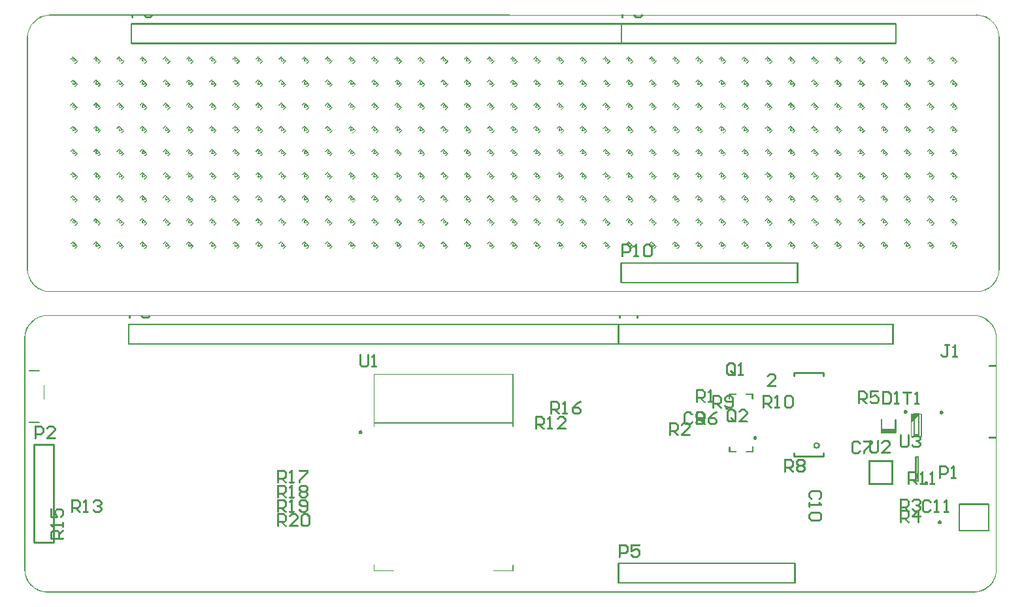
<source format=gto>
%MOIN*%
%OFA0B0*%
%FSLAX44Y44*%
%IPPOS*%
%LPD*%
%LPD*%
G36*
X00019801Y00011284D02*
G01*
X00019818Y00011287D01*
X00019836Y00011295D01*
X00019849Y00011308D01*
X00019857Y00011325D01*
X00019860Y00011343D01*
X00019857Y00011361D01*
X00019849Y00011378D01*
X00019836Y00011391D01*
X00019818Y00011399D01*
X00019801Y00011402D01*
X00019783Y00011399D01*
X00019766Y00011391D01*
X00019753Y00011378D01*
X00019745Y00011361D01*
X00019742Y00011343D01*
X00019745Y00011325D01*
X00019753Y00011308D01*
X00019766Y00011295D01*
X00019783Y00011287D01*
X00019801Y00011284D01*
G37*
G36*
X00019801Y00011284D02*
G01*
X00019818Y00011287D01*
X00019836Y00011295D01*
X00019849Y00011308D01*
X00019857Y00011325D01*
X00019860Y00011343D01*
X00019859Y00011352D01*
X00019856Y00011370D01*
X00019848Y00011386D01*
X00019835Y00011399D01*
X00019818Y00011408D01*
X00019800Y00011411D01*
X00019782Y00011408D01*
X00019764Y00011399D01*
X00019752Y00011386D01*
X00019744Y00011370D01*
X00019741Y00011352D01*
X00019742Y00011343D01*
X00019745Y00011325D01*
X00019753Y00011308D01*
X00019766Y00011295D01*
X00019783Y00011287D01*
X00019801Y00011284D01*
G37*
G36*
X00019800Y00011293D02*
G01*
X00019818Y00011295D01*
X00019835Y00011304D01*
X00019848Y00011317D01*
X00019856Y00011333D01*
X00019859Y00011352D01*
X00019856Y00011370D01*
X00019854Y00011378D01*
X00019845Y00011394D01*
X00019832Y00011407D01*
X00019816Y00011416D01*
X00019797Y00011419D01*
X00019779Y00011416D01*
X00019762Y00011407D01*
X00019750Y00011394D01*
X00019741Y00011378D01*
X00019738Y00011359D01*
X00019741Y00011341D01*
X00019744Y00011333D01*
X00019752Y00011317D01*
X00019764Y00011304D01*
X00019782Y00011295D01*
X00019800Y00011293D01*
G37*
G36*
X00019797Y00011301D02*
G01*
X00019816Y00011303D01*
X00019832Y00011312D01*
X00019845Y00011325D01*
X00019854Y00011341D01*
X00019856Y00011359D01*
X00019854Y00011378D01*
X00019845Y00011394D01*
X00019841Y00011402D01*
X00019828Y00011415D01*
X00019811Y00011423D01*
X00019793Y00011426D01*
X00019775Y00011423D01*
X00019758Y00011415D01*
X00019745Y00011402D01*
X00019737Y00011385D01*
X00019734Y00011367D01*
X00019737Y00011349D01*
X00019745Y00011332D01*
X00019750Y00011325D01*
X00019762Y00011312D01*
X00019779Y00011303D01*
X00019797Y00011301D01*
G37*
G36*
X00019793Y00011308D02*
G01*
X00019811Y00011311D01*
X00019828Y00011318D01*
X00019841Y00011332D01*
X00019849Y00011349D01*
X00019852Y00011367D01*
X00019849Y00011385D01*
X00019841Y00011402D01*
X00019835Y00011408D01*
X00019822Y00011420D01*
X00019805Y00011429D01*
X00019787Y00011432D01*
X00019769Y00011429D01*
X00019752Y00011420D01*
X00019739Y00011408D01*
X00019731Y00011391D01*
X00019728Y00011373D01*
X00019731Y00011355D01*
X00019739Y00011338D01*
X00019745Y00011332D01*
X00019758Y00011318D01*
X00019775Y00011311D01*
X00019793Y00011308D01*
G37*
G36*
X00019787Y00011314D02*
G01*
X00019805Y00011317D01*
X00019822Y00011325D01*
X00019835Y00011338D01*
X00019843Y00011355D01*
X00019846Y00011373D01*
X00019843Y00011391D01*
X00019835Y00011408D01*
X00019822Y00011420D01*
X00019815Y00011426D01*
X00019798Y00011434D01*
X00019780Y00011437D01*
X00019762Y00011434D01*
X00019745Y00011426D01*
X00019732Y00011413D01*
X00019724Y00011396D01*
X00019721Y00011378D01*
X00019724Y00011359D01*
X00019732Y00011343D01*
X00019745Y00011330D01*
X00019752Y00011325D01*
X00019769Y00011317D01*
X00019787Y00011314D01*
G37*
G36*
X00019780Y00011318D02*
G01*
X00019798Y00011322D01*
X00019815Y00011330D01*
X00019828Y00011343D01*
X00019836Y00011359D01*
X00019839Y00011378D01*
X00019836Y00011396D01*
X00019828Y00011413D01*
X00019815Y00011426D01*
X00019798Y00011434D01*
X00019790Y00011437D01*
X00019772Y00011439D01*
X00019754Y00011437D01*
X00019737Y00011429D01*
X00019724Y00011416D01*
X00019716Y00011399D01*
X00019713Y00011380D01*
X00019716Y00011363D01*
X00019724Y00011346D01*
X00019737Y00011333D01*
X00019754Y00011325D01*
X00019762Y00011322D01*
X00019780Y00011318D01*
G37*
G36*
X00019772Y00011322D02*
G01*
X00019790Y00011325D01*
X00019807Y00011333D01*
X00019820Y00011346D01*
X00019828Y00011363D01*
X00019831Y00011380D01*
X00019828Y00011399D01*
X00019820Y00011416D01*
X00019807Y00011429D01*
X00019790Y00011437D01*
X00019782Y00011439D01*
X00019764Y00011440D01*
X00019745Y00011439D01*
X00019729Y00011430D01*
X00019716Y00011417D01*
X00019708Y00011400D01*
X00019704Y00011382D01*
X00019708Y00011364D01*
X00019716Y00011348D01*
X00019729Y00011335D01*
X00019745Y00011326D01*
X00019754Y00011325D01*
X00019772Y00011322D01*
G37*
G36*
X00019755Y00011323D02*
G01*
X00019764Y00011323D01*
X00019782Y00011326D01*
X00019798Y00011335D01*
X00019812Y00011348D01*
X00019820Y00011364D01*
X00019822Y00011382D01*
X00019820Y00011400D01*
X00019812Y00011417D01*
X00019798Y00011430D01*
X00019782Y00011439D01*
X00019764Y00011440D01*
X00019755Y00011440D01*
X00019737Y00011438D01*
X00019721Y00011430D01*
X00019706Y00011417D01*
X00019698Y00011399D01*
X00019696Y00011382D01*
X00019698Y00011364D01*
X00019706Y00011347D01*
X00019721Y00011334D01*
X00019737Y00011326D01*
X00019755Y00011323D01*
G37*
G36*
X00019747Y00011321D02*
G01*
X00019764Y00011324D01*
X00019773Y00011326D01*
X00019790Y00011334D01*
X00019803Y00011347D01*
X00019811Y00011364D01*
X00019814Y00011382D01*
X00019811Y00011399D01*
X00019803Y00011417D01*
X00019790Y00011430D01*
X00019773Y00011438D01*
X00019755Y00011440D01*
X00019737Y00011438D01*
X00019729Y00011436D01*
X00019712Y00011427D01*
X00019698Y00011414D01*
X00019691Y00011398D01*
X00019688Y00011379D01*
X00019691Y00011361D01*
X00019698Y00011345D01*
X00019712Y00011332D01*
X00019729Y00011324D01*
X00019747Y00011321D01*
G37*
G36*
X00019740Y00011317D02*
G01*
X00019758Y00011319D01*
X00019774Y00011328D01*
X00019782Y00011332D01*
X00019795Y00011345D01*
X00019803Y00011361D01*
X00019806Y00011379D01*
X00019803Y00011398D01*
X00019795Y00011414D01*
X00019782Y00011427D01*
X00019764Y00011436D01*
X00019747Y00011439D01*
X00019729Y00011436D01*
X00019712Y00011427D01*
X00019704Y00011423D01*
X00019692Y00011410D01*
X00019683Y00011394D01*
X00019680Y00011376D01*
X00019683Y00011357D01*
X00019692Y00011341D01*
X00019704Y00011328D01*
X00019721Y00011319D01*
X00019740Y00011317D01*
G37*
G36*
X00019733Y00011311D02*
G01*
X00019751Y00011314D01*
X00019768Y00011322D01*
X00019774Y00011328D01*
X00019787Y00011341D01*
X00019796Y00011357D01*
X00019799Y00011376D01*
X00019796Y00011394D01*
X00019787Y00011410D01*
X00019774Y00011423D01*
X00019758Y00011432D01*
X00019740Y00011435D01*
X00019721Y00011432D01*
X00019704Y00011423D01*
X00019698Y00011418D01*
X00019685Y00011405D01*
X00019677Y00011388D01*
X00019674Y00011370D01*
X00019677Y00011352D01*
X00019685Y00011335D01*
X00019698Y00011322D01*
X00019715Y00011314D01*
X00019733Y00011311D01*
G37*
G36*
X00019728Y00011304D02*
G01*
X00019746Y00011307D01*
X00019762Y00011316D01*
X00019776Y00011329D01*
X00019781Y00011335D01*
X00019789Y00011352D01*
X00019792Y00011370D01*
X00019789Y00011388D01*
X00019781Y00011405D01*
X00019768Y00011418D01*
X00019751Y00011426D01*
X00019733Y00011429D01*
X00019715Y00011426D01*
X00019698Y00011418D01*
X00019685Y00011405D01*
X00019680Y00011398D01*
X00019672Y00011382D01*
X00019669Y00011363D01*
X00019672Y00011345D01*
X00019680Y00011329D01*
X00019693Y00011316D01*
X00019710Y00011307D01*
X00019728Y00011304D01*
G37*
G36*
X00019724Y00011297D02*
G01*
X00019743Y00011299D01*
X00019758Y00011308D01*
X00019772Y00011321D01*
X00019780Y00011337D01*
X00019784Y00011345D01*
X00019787Y00011363D01*
X00019784Y00011382D01*
X00019776Y00011398D01*
X00019762Y00011411D01*
X00019746Y00011419D01*
X00019728Y00011422D01*
X00019710Y00011419D01*
X00019693Y00011411D01*
X00019680Y00011398D01*
X00019672Y00011382D01*
X00019668Y00011374D01*
X00019665Y00011356D01*
X00019668Y00011337D01*
X00019677Y00011321D01*
X00019690Y00011308D01*
X00019706Y00011299D01*
X00019724Y00011297D01*
G37*
G36*
X00019722Y00011288D02*
G01*
X00019741Y00011291D01*
X00019756Y00011299D01*
X00019770Y00011313D01*
X00019779Y00011329D01*
X00019780Y00011337D01*
X00019783Y00011356D01*
X00019780Y00011374D01*
X00019772Y00011390D01*
X00019758Y00011403D01*
X00019743Y00011412D01*
X00019724Y00011415D01*
X00019706Y00011412D01*
X00019690Y00011403D01*
X00019677Y00011390D01*
X00019668Y00011374D01*
X00019666Y00011366D01*
X00019663Y00011347D01*
X00019666Y00011329D01*
X00019675Y00011313D01*
X00019688Y00011299D01*
X00019704Y00011291D01*
X00019722Y00011288D01*
G37*
G36*
X00019722Y00011279D02*
G01*
X00019741Y00011283D01*
X00019756Y00011291D01*
X00019770Y00011304D01*
X00019779Y00011321D01*
X00019782Y00011338D01*
X00019782Y00011347D01*
X00019779Y00011366D01*
X00019770Y00011382D01*
X00019756Y00011395D01*
X00019741Y00011404D01*
X00019722Y00011406D01*
X00019704Y00011404D01*
X00019688Y00011395D01*
X00019675Y00011382D01*
X00019666Y00011366D01*
X00019663Y00011347D01*
X00019663Y00011338D01*
X00019666Y00011321D01*
X00019675Y00011304D01*
X00019688Y00011291D01*
X00019704Y00011283D01*
X00019722Y00011279D01*
G37*
G36*
X00019724Y00011271D02*
G01*
X00019743Y00011274D01*
X00019758Y00011283D01*
X00019772Y00011296D01*
X00019780Y00011312D01*
X00019783Y00011331D01*
X00019780Y00011349D01*
X00019779Y00011357D01*
X00019770Y00011374D01*
X00019756Y00011387D01*
X00019741Y00011395D01*
X00019722Y00011398D01*
X00019704Y00011395D01*
X00019688Y00011387D01*
X00019675Y00011374D01*
X00019666Y00011357D01*
X00019663Y00011338D01*
X00019666Y00011321D01*
X00019668Y00011312D01*
X00019677Y00011296D01*
X00019690Y00011283D01*
X00019706Y00011274D01*
X00019724Y00011271D01*
G37*
G36*
X00019728Y00011264D02*
G01*
X00019746Y00011267D01*
X00019762Y00011275D01*
X00019776Y00011288D01*
X00019784Y00011305D01*
X00019787Y00011323D01*
X00019784Y00011341D01*
X00019780Y00011349D01*
X00019772Y00011365D01*
X00019758Y00011378D01*
X00019743Y00011387D01*
X00019724Y00011390D01*
X00019706Y00011387D01*
X00019690Y00011378D01*
X00019677Y00011365D01*
X00019668Y00011349D01*
X00019665Y00011331D01*
X00019668Y00011312D01*
X00019672Y00011305D01*
X00019680Y00011288D01*
X00019693Y00011275D01*
X00019710Y00011267D01*
X00019728Y00011264D01*
G37*
G36*
X00019733Y00011257D02*
G01*
X00019751Y00011259D01*
X00019768Y00011268D01*
X00019781Y00011281D01*
X00019789Y00011298D01*
X00019792Y00011316D01*
X00019789Y00011334D01*
X00019781Y00011351D01*
X00019776Y00011358D01*
X00019762Y00011371D01*
X00019746Y00011379D01*
X00019728Y00011382D01*
X00019710Y00011379D01*
X00019693Y00011371D01*
X00019680Y00011358D01*
X00019672Y00011341D01*
X00019669Y00011323D01*
X00019672Y00011305D01*
X00019680Y00011288D01*
X00019685Y00011281D01*
X00019698Y00011268D01*
X00019715Y00011259D01*
X00019733Y00011257D01*
G37*
G36*
X00019740Y00011251D02*
G01*
X00019758Y00011254D01*
X00019774Y00011263D01*
X00019787Y00011276D01*
X00019796Y00011292D01*
X00019799Y00011311D01*
X00019796Y00011329D01*
X00019787Y00011345D01*
X00019774Y00011358D01*
X00019768Y00011364D01*
X00019751Y00011372D01*
X00019733Y00011375D01*
X00019715Y00011372D01*
X00019698Y00011364D01*
X00019685Y00011351D01*
X00019677Y00011334D01*
X00019674Y00011316D01*
X00019677Y00011298D01*
X00019685Y00011281D01*
X00019698Y00011268D01*
X00019704Y00011263D01*
X00019721Y00011254D01*
X00019740Y00011251D01*
G37*
G36*
X00019747Y00011247D02*
G01*
X00019764Y00011250D01*
X00019782Y00011258D01*
X00019795Y00011272D01*
X00019803Y00011288D01*
X00019806Y00011307D01*
X00019803Y00011325D01*
X00019795Y00011341D01*
X00019782Y00011354D01*
X00019774Y00011358D01*
X00019758Y00011367D01*
X00019740Y00011370D01*
X00019721Y00011367D01*
X00019704Y00011358D01*
X00019692Y00011345D01*
X00019683Y00011329D01*
X00019680Y00011311D01*
X00019683Y00011292D01*
X00019692Y00011276D01*
X00019704Y00011263D01*
X00019712Y00011258D01*
X00019729Y00011250D01*
X00019747Y00011247D01*
G37*
G36*
X00019755Y00011245D02*
G01*
X00019773Y00011248D01*
X00019790Y00011256D01*
X00019803Y00011270D01*
X00019811Y00011286D01*
X00019814Y00011304D01*
X00019811Y00011323D01*
X00019803Y00011338D01*
X00019790Y00011352D01*
X00019773Y00011359D01*
X00019764Y00011363D01*
X00019747Y00011366D01*
X00019729Y00011363D01*
X00019712Y00011354D01*
X00019698Y00011341D01*
X00019691Y00011325D01*
X00019688Y00011307D01*
X00019691Y00011288D01*
X00019698Y00011272D01*
X00019712Y00011258D01*
X00019729Y00011250D01*
X00019737Y00011248D01*
X00019755Y00011245D01*
G37*
G36*
X00019764Y00011245D02*
G01*
X00019782Y00011248D01*
X00019798Y00011256D01*
X00019812Y00011269D01*
X00019820Y00011286D01*
X00019822Y00011304D01*
X00019820Y00011322D01*
X00019812Y00011338D01*
X00019798Y00011352D01*
X00019782Y00011359D01*
X00019764Y00011363D01*
X00019755Y00011363D01*
X00019737Y00011359D01*
X00019721Y00011352D01*
X00019706Y00011338D01*
X00019698Y00011323D01*
X00019696Y00011304D01*
X00019698Y00011286D01*
X00019706Y00011270D01*
X00019721Y00011256D01*
X00019737Y00011248D01*
X00019755Y00011245D01*
X00019764Y00011245D01*
G37*
G36*
X00019764Y00011245D02*
G01*
X00019782Y00011248D01*
X00019790Y00011249D01*
X00019807Y00011257D01*
X00019820Y00011270D01*
X00019828Y00011287D01*
X00019831Y00011305D01*
X00019828Y00011323D01*
X00019820Y00011339D01*
X00019807Y00011353D01*
X00019790Y00011361D01*
X00019772Y00011364D01*
X00019754Y00011361D01*
X00019745Y00011359D01*
X00019729Y00011352D01*
X00019716Y00011338D01*
X00019708Y00011322D01*
X00019704Y00011304D01*
X00019708Y00011286D01*
X00019716Y00011269D01*
X00019729Y00011256D01*
X00019745Y00011248D01*
X00019764Y00011245D01*
G37*
G36*
X00019772Y00011246D02*
G01*
X00019790Y00011249D01*
X00019798Y00011252D01*
X00019815Y00011261D01*
X00019828Y00011274D01*
X00019836Y00011290D01*
X00019839Y00011308D01*
X00019836Y00011327D01*
X00019828Y00011343D01*
X00019815Y00011356D01*
X00019798Y00011364D01*
X00019780Y00011367D01*
X00019762Y00011364D01*
X00019754Y00011361D01*
X00019737Y00011353D01*
X00019724Y00011339D01*
X00019716Y00011323D01*
X00019713Y00011305D01*
X00019716Y00011287D01*
X00019724Y00011270D01*
X00019737Y00011257D01*
X00019754Y00011249D01*
X00019772Y00011246D01*
G37*
G36*
X00019780Y00011249D02*
G01*
X00019798Y00011252D01*
X00019815Y00011261D01*
X00019822Y00011265D01*
X00019835Y00011278D01*
X00019843Y00011295D01*
X00019846Y00011313D01*
X00019843Y00011331D01*
X00019835Y00011348D01*
X00019822Y00011361D01*
X00019805Y00011369D01*
X00019787Y00011372D01*
X00019769Y00011369D01*
X00019752Y00011361D01*
X00019745Y00011356D01*
X00019732Y00011343D01*
X00019724Y00011327D01*
X00019721Y00011308D01*
X00019724Y00011290D01*
X00019732Y00011274D01*
X00019745Y00011261D01*
X00019762Y00011252D01*
X00019780Y00011249D01*
G37*
G36*
X00019787Y00011254D02*
G01*
X00019805Y00011257D01*
X00019822Y00011265D01*
X00019835Y00011278D01*
X00019841Y00011285D01*
X00019849Y00011301D01*
X00019852Y00011318D01*
X00019849Y00011338D01*
X00019841Y00011354D01*
X00019828Y00011367D01*
X00019811Y00011375D01*
X00019793Y00011378D01*
X00019775Y00011375D01*
X00019758Y00011367D01*
X00019745Y00011354D01*
X00019739Y00011348D01*
X00019731Y00011331D01*
X00019728Y00011313D01*
X00019731Y00011295D01*
X00019739Y00011278D01*
X00019752Y00011265D01*
X00019769Y00011257D01*
X00019787Y00011254D01*
G37*
G36*
X00019793Y00011259D02*
G01*
X00019811Y00011263D01*
X00019828Y00011272D01*
X00019841Y00011285D01*
X00019845Y00011292D01*
X00019854Y00011308D01*
X00019856Y00011327D01*
X00019854Y00011345D01*
X00019845Y00011361D01*
X00019832Y00011374D01*
X00019816Y00011383D01*
X00019797Y00011386D01*
X00019779Y00011383D01*
X00019762Y00011374D01*
X00019750Y00011361D01*
X00019745Y00011354D01*
X00019737Y00011338D01*
X00019734Y00011318D01*
X00019737Y00011301D01*
X00019745Y00011285D01*
X00019758Y00011272D01*
X00019775Y00011263D01*
X00019793Y00011259D01*
G37*
G36*
X00019797Y00011268D02*
G01*
X00019816Y00011270D01*
X00019832Y00011278D01*
X00019845Y00011292D01*
X00019854Y00011308D01*
X00019856Y00011316D01*
X00019859Y00011335D01*
X00019856Y00011353D01*
X00019848Y00011369D01*
X00019835Y00011382D01*
X00019818Y00011391D01*
X00019800Y00011394D01*
X00019782Y00011391D01*
X00019764Y00011382D01*
X00019752Y00011369D01*
X00019744Y00011353D01*
X00019741Y00011345D01*
X00019738Y00011327D01*
X00019741Y00011308D01*
X00019750Y00011292D01*
X00019762Y00011278D01*
X00019779Y00011270D01*
X00019797Y00011268D01*
G37*
G36*
X00019800Y00011276D02*
G01*
X00019818Y00011278D01*
X00019835Y00011287D01*
X00019848Y00011299D01*
X00019856Y00011316D01*
X00019859Y00011335D01*
X00019860Y00011343D01*
X00019857Y00011361D01*
X00019849Y00011378D01*
X00019836Y00011391D01*
X00019818Y00011399D01*
X00019801Y00011402D01*
X00019783Y00011399D01*
X00019766Y00011391D01*
X00019753Y00011378D01*
X00019745Y00011361D01*
X00019742Y00011343D01*
X00019741Y00011335D01*
X00019744Y00011316D01*
X00019752Y00011299D01*
X00019764Y00011287D01*
X00019782Y00011278D01*
X00019800Y00011276D01*
G37*
G36*
X00049447Y00012304D02*
G01*
X00049463Y00012306D01*
X00049476Y00012313D01*
X00049487Y00012324D01*
X00049494Y00012338D01*
X00049497Y00012353D01*
X00049494Y00012367D01*
X00049487Y00012382D01*
X00049476Y00012393D01*
X00049463Y00012400D01*
X00049447Y00012402D01*
X00049432Y00012400D01*
X00049419Y00012393D01*
X00049408Y00012382D01*
X00049401Y00012367D01*
X00049398Y00012353D01*
X00049401Y00012338D01*
X00049408Y00012324D01*
X00049419Y00012313D01*
X00049432Y00012306D01*
X00049447Y00012304D01*
G37*
G36*
X00049447Y00012304D02*
G01*
X00049463Y00012306D01*
X00049476Y00012313D01*
X00049487Y00012324D01*
X00049494Y00012338D01*
X00049497Y00012353D01*
X00049494Y00012364D01*
X00049493Y00012379D01*
X00049486Y00012392D01*
X00049475Y00012403D01*
X00049461Y00012410D01*
X00049446Y00012413D01*
X00049431Y00012410D01*
X00049417Y00012403D01*
X00049406Y00012392D01*
X00049399Y00012379D01*
X00049397Y00012364D01*
X00049398Y00012353D01*
X00049401Y00012338D01*
X00049408Y00012324D01*
X00049419Y00012313D01*
X00049432Y00012306D01*
X00049447Y00012304D01*
G37*
G36*
X00049446Y00012314D02*
G01*
X00049461Y00012317D01*
X00049475Y00012324D01*
X00049486Y00012335D01*
X00049493Y00012347D01*
X00049494Y00012364D01*
X00049493Y00012379D01*
X00049490Y00012388D01*
X00049483Y00012403D01*
X00049471Y00012413D01*
X00049458Y00012420D01*
X00049443Y00012423D01*
X00049428Y00012420D01*
X00049414Y00012413D01*
X00049403Y00012403D01*
X00049396Y00012388D01*
X00049394Y00012374D01*
X00049396Y00012358D01*
X00049399Y00012347D01*
X00049406Y00012335D01*
X00049417Y00012324D01*
X00049431Y00012317D01*
X00049446Y00012314D01*
G37*
G36*
X00049443Y00012324D02*
G01*
X00049458Y00012326D01*
X00049471Y00012334D01*
X00049483Y00012345D01*
X00049490Y00012358D01*
X00049492Y00012374D01*
X00049490Y00012388D01*
X00049483Y00012403D01*
X00049477Y00012412D01*
X00049466Y00012423D01*
X00049452Y00012430D01*
X00049437Y00012432D01*
X00049422Y00012430D01*
X00049408Y00012423D01*
X00049398Y00012412D01*
X00049391Y00012398D01*
X00049387Y00012383D01*
X00049391Y00012367D01*
X00049398Y00012354D01*
X00049403Y00012345D01*
X00049414Y00012334D01*
X00049428Y00012326D01*
X00049443Y00012324D01*
G37*
G36*
X00049437Y00012334D02*
G01*
X00049452Y00012336D01*
X00049466Y00012343D01*
X00049477Y00012354D01*
X00049484Y00012367D01*
X00049487Y00012383D01*
X00049484Y00012398D01*
X00049477Y00012412D01*
X00049470Y00012419D01*
X00049459Y00012430D01*
X00049445Y00012437D01*
X00049429Y00012440D01*
X00049414Y00012437D01*
X00049401Y00012430D01*
X00049390Y00012419D01*
X00049383Y00012406D01*
X00049381Y00012390D01*
X00049383Y00012375D01*
X00049390Y00012362D01*
X00049398Y00012354D01*
X00049408Y00012343D01*
X00049422Y00012336D01*
X00049437Y00012334D01*
G37*
G36*
X00049429Y00012341D02*
G01*
X00049445Y00012344D01*
X00049459Y00012351D01*
X00049470Y00012362D01*
X00049477Y00012375D01*
X00049479Y00012390D01*
X00049477Y00012406D01*
X00049470Y00012419D01*
X00049459Y00012430D01*
X00049450Y00012436D01*
X00049436Y00012443D01*
X00049421Y00012446D01*
X00049406Y00012443D01*
X00049391Y00012436D01*
X00049381Y00012425D01*
X00049374Y00012412D01*
X00049372Y00012396D01*
X00049374Y00012381D01*
X00049381Y00012367D01*
X00049391Y00012357D01*
X00049401Y00012351D01*
X00049414Y00012344D01*
X00049429Y00012341D01*
G37*
G36*
X00049421Y00012346D02*
G01*
X00049436Y00012350D01*
X00049450Y00012357D01*
X00049461Y00012367D01*
X00049468Y00012381D01*
X00049470Y00012396D01*
X00049468Y00012412D01*
X00049461Y00012425D01*
X00049450Y00012436D01*
X00049436Y00012443D01*
X00049427Y00012447D01*
X00049410Y00012450D01*
X00049396Y00012447D01*
X00049382Y00012440D01*
X00049372Y00012428D01*
X00049365Y00012416D01*
X00049362Y00012400D01*
X00049365Y00012385D01*
X00049372Y00012371D01*
X00049382Y00012361D01*
X00049396Y00012354D01*
X00049406Y00012350D01*
X00049421Y00012346D01*
G37*
G36*
X00049410Y00012351D02*
G01*
X00049427Y00012354D01*
X00049440Y00012361D01*
X00049451Y00012371D01*
X00049458Y00012385D01*
X00049461Y00012400D01*
X00049458Y00012416D01*
X00049451Y00012428D01*
X00049440Y00012440D01*
X00049427Y00012447D01*
X00049416Y00012448D01*
X00049401Y00012451D01*
X00049386Y00012448D01*
X00049372Y00012442D01*
X00049361Y00012431D01*
X00049353Y00012417D01*
X00049352Y00012402D01*
X00049353Y00012387D01*
X00049361Y00012373D01*
X00049372Y00012362D01*
X00049386Y00012355D01*
X00049396Y00012354D01*
X00049410Y00012351D01*
G37*
G36*
X00049390Y00012352D02*
G01*
X00049401Y00012353D01*
X00049416Y00012355D01*
X00049429Y00012362D01*
X00049441Y00012373D01*
X00049448Y00012387D01*
X00049450Y00012402D01*
X00049448Y00012417D01*
X00049441Y00012431D01*
X00049429Y00012442D01*
X00049416Y00012448D01*
X00049401Y00012451D01*
X00049390Y00012451D01*
X00049375Y00012447D01*
X00049361Y00012441D01*
X00049349Y00012430D01*
X00049343Y00012417D01*
X00049341Y00012402D01*
X00049343Y00012386D01*
X00049349Y00012373D01*
X00049361Y00012362D01*
X00049375Y00012355D01*
X00049390Y00012352D01*
G37*
G36*
X00049380Y00012349D02*
G01*
X00049395Y00012352D01*
X00049405Y00012355D01*
X00049419Y00012362D01*
X00049429Y00012373D01*
X00049437Y00012386D01*
X00049439Y00012402D01*
X00049437Y00012417D01*
X00049429Y00012430D01*
X00049419Y00012441D01*
X00049405Y00012447D01*
X00049390Y00012451D01*
X00049375Y00012447D01*
X00049365Y00012445D01*
X00049351Y00012438D01*
X00049340Y00012427D01*
X00049333Y00012414D01*
X00049330Y00012399D01*
X00049333Y00012383D01*
X00049340Y00012370D01*
X00049351Y00012359D01*
X00049365Y00012352D01*
X00049380Y00012349D01*
G37*
G36*
X00049371Y00012344D02*
G01*
X00049386Y00012346D01*
X00049400Y00012354D01*
X00049409Y00012359D01*
X00049420Y00012370D01*
X00049427Y00012383D01*
X00049429Y00012399D01*
X00049427Y00012414D01*
X00049420Y00012427D01*
X00049409Y00012438D01*
X00049395Y00012445D01*
X00049380Y00012447D01*
X00049365Y00012445D01*
X00049351Y00012438D01*
X00049342Y00012434D01*
X00049330Y00012423D01*
X00049324Y00012408D01*
X00049321Y00012394D01*
X00049324Y00012378D01*
X00049330Y00012365D01*
X00049342Y00012354D01*
X00049355Y00012346D01*
X00049371Y00012344D01*
G37*
G36*
X00049362Y00012338D02*
G01*
X00049378Y00012340D01*
X00049391Y00012346D01*
X00049400Y00012354D01*
X00049410Y00012365D01*
X00049417Y00012378D01*
X00049420Y00012394D01*
X00049417Y00012408D01*
X00049410Y00012423D01*
X00049400Y00012434D01*
X00049386Y00012440D01*
X00049371Y00012443D01*
X00049355Y00012440D01*
X00049342Y00012434D01*
X00049334Y00012427D01*
X00049323Y00012416D01*
X00049316Y00012402D01*
X00049313Y00012387D01*
X00049316Y00012372D01*
X00049323Y00012358D01*
X00049334Y00012346D01*
X00049347Y00012340D01*
X00049362Y00012338D01*
G37*
G36*
X00049356Y00012329D02*
G01*
X00049371Y00012332D01*
X00049385Y00012339D01*
X00049396Y00012349D01*
X00049402Y00012358D01*
X00049409Y00012372D01*
X00049412Y00012387D01*
X00049409Y00012402D01*
X00049402Y00012416D01*
X00049391Y00012427D01*
X00049378Y00012434D01*
X00049362Y00012436D01*
X00049347Y00012434D01*
X00049334Y00012427D01*
X00049323Y00012416D01*
X00049316Y00012407D01*
X00049309Y00012394D01*
X00049307Y00012378D01*
X00049309Y00012363D01*
X00049316Y00012349D01*
X00049327Y00012339D01*
X00049341Y00012332D01*
X00049356Y00012329D01*
G37*
G36*
X00049352Y00012319D02*
G01*
X00049367Y00012322D01*
X00049381Y00012329D01*
X00049391Y00012340D01*
X00049398Y00012353D01*
X00049403Y00012363D01*
X00049405Y00012378D01*
X00049403Y00012394D01*
X00049396Y00012407D01*
X00049385Y00012418D01*
X00049371Y00012425D01*
X00049356Y00012427D01*
X00049341Y00012425D01*
X00049327Y00012418D01*
X00049316Y00012407D01*
X00049309Y00012394D01*
X00049305Y00012384D01*
X00049302Y00012369D01*
X00049305Y00012353D01*
X00049311Y00012340D01*
X00049323Y00012329D01*
X00049336Y00012322D01*
X00049352Y00012319D01*
G37*
G36*
X00049349Y00012309D02*
G01*
X00049365Y00012311D01*
X00049378Y00012318D01*
X00049389Y00012329D01*
X00049396Y00012343D01*
X00049398Y00012353D01*
X00049401Y00012369D01*
X00049398Y00012384D01*
X00049391Y00012398D01*
X00049381Y00012407D01*
X00049367Y00012415D01*
X00049352Y00012418D01*
X00049336Y00012415D01*
X00049323Y00012407D01*
X00049311Y00012398D01*
X00049305Y00012384D01*
X00049302Y00012373D01*
X00049300Y00012358D01*
X00049302Y00012343D01*
X00049309Y00012329D01*
X00049320Y00012318D01*
X00049334Y00012311D01*
X00049349Y00012309D01*
G37*
G36*
X00049349Y00012298D02*
G01*
X00049365Y00012301D01*
X00049378Y00012307D01*
X00049389Y00012319D01*
X00049396Y00012332D01*
X00049399Y00012347D01*
X00049399Y00012358D01*
X00049396Y00012373D01*
X00049389Y00012387D01*
X00049378Y00012398D01*
X00049365Y00012405D01*
X00049349Y00012407D01*
X00049334Y00012405D01*
X00049320Y00012398D01*
X00049309Y00012387D01*
X00049302Y00012373D01*
X00049300Y00012358D01*
X00049300Y00012347D01*
X00049302Y00012332D01*
X00049309Y00012319D01*
X00049320Y00012307D01*
X00049334Y00012301D01*
X00049349Y00012298D01*
G37*
G36*
X00049352Y00012287D02*
G01*
X00049367Y00012290D01*
X00049381Y00012297D01*
X00049391Y00012307D01*
X00049398Y00012322D01*
X00049401Y00012337D01*
X00049398Y00012352D01*
X00049396Y00012363D01*
X00049389Y00012377D01*
X00049378Y00012387D01*
X00049365Y00012394D01*
X00049349Y00012397D01*
X00049334Y00012394D01*
X00049320Y00012387D01*
X00049309Y00012377D01*
X00049302Y00012363D01*
X00049300Y00012347D01*
X00049302Y00012332D01*
X00049305Y00012322D01*
X00049311Y00012307D01*
X00049323Y00012297D01*
X00049336Y00012290D01*
X00049352Y00012287D01*
G37*
G36*
X00049356Y00012278D02*
G01*
X00049371Y00012281D01*
X00049385Y00012287D01*
X00049396Y00012299D01*
X00049403Y00012312D01*
X00049405Y00012327D01*
X00049403Y00012343D01*
X00049398Y00012352D01*
X00049391Y00012366D01*
X00049381Y00012377D01*
X00049367Y00012384D01*
X00049352Y00012386D01*
X00049336Y00012384D01*
X00049323Y00012377D01*
X00049311Y00012366D01*
X00049305Y00012352D01*
X00049302Y00012337D01*
X00049305Y00012322D01*
X00049309Y00012312D01*
X00049316Y00012299D01*
X00049327Y00012287D01*
X00049341Y00012281D01*
X00049356Y00012278D01*
G37*
G36*
X00049362Y00012270D02*
G01*
X00049378Y00012272D01*
X00049391Y00012279D01*
X00049402Y00012290D01*
X00049409Y00012304D01*
X00049412Y00012319D01*
X00049409Y00012334D01*
X00049402Y00012347D01*
X00049396Y00012357D01*
X00049385Y00012367D01*
X00049371Y00012374D01*
X00049356Y00012377D01*
X00049341Y00012374D01*
X00049327Y00012367D01*
X00049316Y00012357D01*
X00049309Y00012343D01*
X00049307Y00012327D01*
X00049309Y00012312D01*
X00049316Y00012299D01*
X00049323Y00012290D01*
X00049334Y00012279D01*
X00049347Y00012272D01*
X00049362Y00012270D01*
G37*
G36*
X00049371Y00012263D02*
G01*
X00049386Y00012265D01*
X00049400Y00012272D01*
X00049410Y00012283D01*
X00049417Y00012297D01*
X00049420Y00012312D01*
X00049417Y00012326D01*
X00049410Y00012341D01*
X00049400Y00012352D01*
X00049391Y00012359D01*
X00049378Y00012366D01*
X00049362Y00012367D01*
X00049347Y00012366D01*
X00049334Y00012359D01*
X00049323Y00012347D01*
X00049316Y00012334D01*
X00049313Y00012319D01*
X00049316Y00012304D01*
X00049323Y00012290D01*
X00049334Y00012279D01*
X00049342Y00012272D01*
X00049355Y00012265D01*
X00049371Y00012263D01*
G37*
G36*
X00049380Y00012258D02*
G01*
X00049395Y00012260D01*
X00049409Y00012266D01*
X00049420Y00012278D01*
X00049427Y00012292D01*
X00049429Y00012306D01*
X00049427Y00012322D01*
X00049420Y00012336D01*
X00049409Y00012346D01*
X00049400Y00012352D01*
X00049386Y00012359D01*
X00049371Y00012361D01*
X00049355Y00012359D01*
X00049342Y00012352D01*
X00049330Y00012341D01*
X00049324Y00012326D01*
X00049321Y00012312D01*
X00049324Y00012297D01*
X00049330Y00012283D01*
X00049342Y00012272D01*
X00049351Y00012266D01*
X00049365Y00012260D01*
X00049380Y00012258D01*
G37*
G36*
X00049390Y00012255D02*
G01*
X00049405Y00012258D01*
X00049419Y00012265D01*
X00049429Y00012275D01*
X00049437Y00012289D01*
X00049439Y00012304D01*
X00049437Y00012320D01*
X00049429Y00012333D01*
X00049419Y00012344D01*
X00049405Y00012351D01*
X00049395Y00012354D01*
X00049380Y00012356D01*
X00049365Y00012354D01*
X00049351Y00012346D01*
X00049340Y00012336D01*
X00049333Y00012322D01*
X00049330Y00012306D01*
X00049333Y00012292D01*
X00049340Y00012278D01*
X00049351Y00012266D01*
X00049365Y00012260D01*
X00049375Y00012258D01*
X00049390Y00012255D01*
G37*
G36*
X00049401Y00012255D02*
G01*
X00049416Y00012257D01*
X00049429Y00012264D01*
X00049441Y00012275D01*
X00049448Y00012289D01*
X00049450Y00012304D01*
X00049448Y00012319D01*
X00049441Y00012333D01*
X00049429Y00012344D01*
X00049416Y00012351D01*
X00049401Y00012353D01*
X00049390Y00012354D01*
X00049375Y00012351D01*
X00049361Y00012344D01*
X00049349Y00012333D01*
X00049343Y00012320D01*
X00049341Y00012304D01*
X00049343Y00012289D01*
X00049349Y00012275D01*
X00049361Y00012265D01*
X00049375Y00012258D01*
X00049390Y00012255D01*
X00049401Y00012255D01*
G37*
G36*
X00049401Y00012255D02*
G01*
X00049416Y00012257D01*
X00049427Y00012259D01*
X00049440Y00012266D01*
X00049451Y00012277D01*
X00049458Y00012290D01*
X00049461Y00012306D01*
X00049458Y00012321D01*
X00049451Y00012334D01*
X00049440Y00012345D01*
X00049427Y00012352D01*
X00049410Y00012355D01*
X00049396Y00012352D01*
X00049386Y00012351D01*
X00049372Y00012344D01*
X00049361Y00012333D01*
X00049353Y00012319D01*
X00049352Y00012304D01*
X00049353Y00012289D01*
X00049361Y00012275D01*
X00049372Y00012264D01*
X00049386Y00012257D01*
X00049401Y00012255D01*
G37*
G36*
X00049410Y00012256D02*
G01*
X00049427Y00012259D01*
X00049436Y00012263D01*
X00049450Y00012270D01*
X00049461Y00012281D01*
X00049468Y00012294D01*
X00049470Y00012309D01*
X00049468Y00012325D01*
X00049461Y00012338D01*
X00049450Y00012349D01*
X00049436Y00012356D01*
X00049421Y00012359D01*
X00049406Y00012356D01*
X00049396Y00012352D01*
X00049382Y00012345D01*
X00049372Y00012334D01*
X00049365Y00012321D01*
X00049362Y00012306D01*
X00049365Y00012290D01*
X00049372Y00012277D01*
X00049382Y00012266D01*
X00049396Y00012259D01*
X00049410Y00012256D01*
G37*
G36*
X00049421Y00012260D02*
G01*
X00049436Y00012263D01*
X00049450Y00012270D01*
X00049459Y00012276D01*
X00049470Y00012286D01*
X00049477Y00012300D01*
X00049479Y00012315D01*
X00049477Y00012331D01*
X00049470Y00012344D01*
X00049459Y00012355D01*
X00049445Y00012362D01*
X00049429Y00012365D01*
X00049414Y00012362D01*
X00049401Y00012355D01*
X00049391Y00012349D01*
X00049381Y00012338D01*
X00049374Y00012325D01*
X00049372Y00012309D01*
X00049374Y00012294D01*
X00049381Y00012281D01*
X00049391Y00012270D01*
X00049406Y00012263D01*
X00049421Y00012260D01*
G37*
G36*
X00049429Y00012266D02*
G01*
X00049445Y00012269D01*
X00049459Y00012276D01*
X00049470Y00012286D01*
X00049477Y00012294D01*
X00049484Y00012307D01*
X00049487Y00012323D01*
X00049484Y00012338D01*
X00049477Y00012352D01*
X00049466Y00012363D01*
X00049452Y00012370D01*
X00049437Y00012372D01*
X00049422Y00012370D01*
X00049408Y00012363D01*
X00049398Y00012352D01*
X00049390Y00012344D01*
X00049383Y00012331D01*
X00049381Y00012315D01*
X00049383Y00012300D01*
X00049390Y00012286D01*
X00049401Y00012276D01*
X00049414Y00012269D01*
X00049429Y00012266D01*
G37*
G36*
X00049437Y00012274D02*
G01*
X00049452Y00012276D01*
X00049466Y00012283D01*
X00049477Y00012294D01*
X00049483Y00012303D01*
X00049490Y00012317D01*
X00049492Y00012332D01*
X00049490Y00012347D01*
X00049483Y00012361D01*
X00049471Y00012372D01*
X00049458Y00012379D01*
X00049443Y00012382D01*
X00049428Y00012379D01*
X00049414Y00012372D01*
X00049403Y00012361D01*
X00049398Y00012352D01*
X00049391Y00012338D01*
X00049387Y00012323D01*
X00049391Y00012307D01*
X00049398Y00012294D01*
X00049408Y00012283D01*
X00049422Y00012276D01*
X00049437Y00012274D01*
G37*
G36*
X00049443Y00012283D02*
G01*
X00049458Y00012285D01*
X00049471Y00012292D01*
X00049483Y00012303D01*
X00049490Y00012317D01*
X00049493Y00012326D01*
X00049494Y00012342D01*
X00049493Y00012358D01*
X00049486Y00012371D01*
X00049475Y00012382D01*
X00049461Y00012388D01*
X00049446Y00012392D01*
X00049431Y00012388D01*
X00049417Y00012382D01*
X00049406Y00012371D01*
X00049399Y00012358D01*
X00049396Y00012347D01*
X00049394Y00012332D01*
X00049396Y00012317D01*
X00049403Y00012303D01*
X00049414Y00012292D01*
X00049428Y00012285D01*
X00049443Y00012283D01*
G37*
G36*
X00049446Y00012293D02*
G01*
X00049461Y00012296D01*
X00049475Y00012303D01*
X00049486Y00012313D01*
X00049493Y00012326D01*
X00049494Y00012342D01*
X00049497Y00012353D01*
X00049494Y00012367D01*
X00049487Y00012382D01*
X00049476Y00012393D01*
X00049463Y00012400D01*
X00049447Y00012402D01*
X00049432Y00012400D01*
X00049419Y00012393D01*
X00049408Y00012382D01*
X00049401Y00012367D01*
X00049398Y00012353D01*
X00049397Y00012342D01*
X00049399Y00012326D01*
X00049406Y00012313D01*
X00049417Y00012303D01*
X00049431Y00012296D01*
X00049446Y00012293D01*
G37*
G36*
X00049359Y00006692D02*
G01*
X00049374Y00006695D01*
X00049387Y00006702D01*
X00049399Y00006712D01*
X00049406Y00006726D01*
X00049408Y00006741D01*
X00049406Y00006757D01*
X00049399Y00006770D01*
X00049387Y00006781D01*
X00049374Y00006788D01*
X00049359Y00006791D01*
X00049344Y00006788D01*
X00049330Y00006781D01*
X00049319Y00006770D01*
X00049311Y00006757D01*
X00049310Y00006741D01*
X00049311Y00006726D01*
X00049319Y00006712D01*
X00049330Y00006702D01*
X00049344Y00006695D01*
X00049359Y00006692D01*
G37*
G36*
X00049359Y00006692D02*
G01*
X00049374Y00006695D01*
X00049387Y00006702D01*
X00049399Y00006712D01*
X00049406Y00006726D01*
X00049408Y00006741D01*
X00049407Y00006752D01*
X00049405Y00006767D01*
X00049398Y00006781D01*
X00049387Y00006792D01*
X00049372Y00006798D01*
X00049358Y00006800D01*
X00049342Y00006798D01*
X00049329Y00006792D01*
X00049318Y00006781D01*
X00049311Y00006767D01*
X00049307Y00006752D01*
X00049310Y00006741D01*
X00049311Y00006726D01*
X00049319Y00006712D01*
X00049330Y00006702D01*
X00049344Y00006695D01*
X00049359Y00006692D01*
G37*
G36*
X00049358Y00006703D02*
G01*
X00049372Y00006705D01*
X00049387Y00006711D01*
X00049398Y00006723D01*
X00049405Y00006737D01*
X00049407Y00006752D01*
X00049405Y00006767D01*
X00049401Y00006776D01*
X00049394Y00006791D01*
X00049383Y00006801D01*
X00049370Y00006808D01*
X00049353Y00006811D01*
X00049339Y00006808D01*
X00049325Y00006801D01*
X00049314Y00006791D01*
X00049307Y00006776D01*
X00049305Y00006762D01*
X00049307Y00006746D01*
X00049311Y00006737D01*
X00049318Y00006723D01*
X00049329Y00006711D01*
X00049342Y00006705D01*
X00049358Y00006703D01*
G37*
G36*
X00049353Y00006712D02*
G01*
X00049370Y00006714D01*
X00049383Y00006722D01*
X00049394Y00006733D01*
X00049401Y00006746D01*
X00049404Y00006762D01*
X00049401Y00006776D01*
X00049394Y00006791D01*
X00049389Y00006800D01*
X00049378Y00006811D01*
X00049364Y00006818D01*
X00049349Y00006821D01*
X00049334Y00006818D01*
X00049320Y00006811D01*
X00049309Y00006800D01*
X00049302Y00006787D01*
X00049300Y00006770D01*
X00049302Y00006756D01*
X00049309Y00006741D01*
X00049314Y00006733D01*
X00049325Y00006722D01*
X00049339Y00006714D01*
X00049353Y00006712D01*
G37*
G36*
X00049349Y00006722D02*
G01*
X00049364Y00006725D01*
X00049378Y00006732D01*
X00049389Y00006741D01*
X00049396Y00006756D01*
X00049398Y00006770D01*
X00049396Y00006787D01*
X00049389Y00006800D01*
X00049381Y00006807D01*
X00049370Y00006818D01*
X00049357Y00006826D01*
X00049341Y00006828D01*
X00049326Y00006826D01*
X00049313Y00006818D01*
X00049302Y00006807D01*
X00049295Y00006794D01*
X00049292Y00006778D01*
X00049295Y00006764D01*
X00049302Y00006750D01*
X00049309Y00006741D01*
X00049320Y00006732D01*
X00049334Y00006725D01*
X00049349Y00006722D01*
G37*
G36*
X00049341Y00006730D02*
G01*
X00049357Y00006732D01*
X00049370Y00006739D01*
X00049381Y00006750D01*
X00049387Y00006764D01*
X00049391Y00006778D01*
X00049387Y00006794D01*
X00049381Y00006807D01*
X00049370Y00006818D01*
X00049362Y00006825D01*
X00049348Y00006831D01*
X00049333Y00006833D01*
X00049317Y00006831D01*
X00049304Y00006825D01*
X00049292Y00006814D01*
X00049286Y00006800D01*
X00049283Y00006785D01*
X00049286Y00006770D01*
X00049292Y00006756D01*
X00049304Y00006744D01*
X00049313Y00006739D01*
X00049326Y00006732D01*
X00049341Y00006730D01*
G37*
G36*
X00049333Y00006736D02*
G01*
X00049348Y00006738D01*
X00049362Y00006744D01*
X00049372Y00006756D01*
X00049379Y00006770D01*
X00049382Y00006785D01*
X00049379Y00006800D01*
X00049372Y00006814D01*
X00049362Y00006825D01*
X00049348Y00006831D01*
X00049338Y00006835D01*
X00049323Y00006837D01*
X00049307Y00006835D01*
X00049294Y00006828D01*
X00049283Y00006818D01*
X00049276Y00006803D01*
X00049273Y00006788D01*
X00049276Y00006773D01*
X00049283Y00006760D01*
X00049294Y00006749D01*
X00049307Y00006741D01*
X00049317Y00006738D01*
X00049333Y00006736D01*
G37*
G36*
X00049323Y00006739D02*
G01*
X00049338Y00006741D01*
X00049352Y00006749D01*
X00049363Y00006760D01*
X00049370Y00006773D01*
X00049372Y00006788D01*
X00049370Y00006803D01*
X00049363Y00006818D01*
X00049352Y00006828D01*
X00049338Y00006835D01*
X00049328Y00006836D01*
X00049311Y00006840D01*
X00049297Y00006836D01*
X00049283Y00006830D01*
X00049272Y00006820D01*
X00049265Y00006805D01*
X00049263Y00006791D01*
X00049265Y00006774D01*
X00049272Y00006762D01*
X00049283Y00006751D01*
X00049297Y00006743D01*
X00049307Y00006741D01*
X00049323Y00006739D01*
G37*
G36*
X00049302Y00006740D02*
G01*
X00049311Y00006740D01*
X00049328Y00006743D01*
X00049341Y00006751D01*
X00049352Y00006762D01*
X00049359Y00006774D01*
X00049362Y00006791D01*
X00049359Y00006805D01*
X00049352Y00006820D01*
X00049341Y00006830D01*
X00049328Y00006836D01*
X00049311Y00006840D01*
X00049302Y00006838D01*
X00049286Y00006836D01*
X00049273Y00006830D01*
X00049262Y00006818D01*
X00049255Y00006804D01*
X00049252Y00006790D01*
X00049255Y00006774D01*
X00049262Y00006761D01*
X00049273Y00006750D01*
X00049286Y00006742D01*
X00049302Y00006740D01*
G37*
G36*
X00049291Y00006738D02*
G01*
X00049307Y00006739D01*
X00049317Y00006742D01*
X00049330Y00006750D01*
X00049341Y00006761D01*
X00049348Y00006774D01*
X00049351Y00006790D01*
X00049348Y00006804D01*
X00049341Y00006818D01*
X00049330Y00006830D01*
X00049317Y00006836D01*
X00049302Y00006838D01*
X00049286Y00006836D01*
X00049276Y00006833D01*
X00049262Y00006827D01*
X00049252Y00006816D01*
X00049245Y00006801D01*
X00049242Y00006787D01*
X00049245Y00006771D01*
X00049252Y00006758D01*
X00049262Y00006746D01*
X00049276Y00006739D01*
X00049291Y00006738D01*
G37*
G36*
X00049282Y00006733D02*
G01*
X00049297Y00006735D01*
X00049311Y00006741D01*
X00049320Y00006746D01*
X00049330Y00006758D01*
X00049338Y00006771D01*
X00049341Y00006787D01*
X00049338Y00006801D01*
X00049330Y00006816D01*
X00049320Y00006827D01*
X00049307Y00006833D01*
X00049291Y00006835D01*
X00049276Y00006833D01*
X00049262Y00006827D01*
X00049253Y00006822D01*
X00049242Y00006811D01*
X00049235Y00006797D01*
X00049233Y00006782D01*
X00049235Y00006767D01*
X00049242Y00006753D01*
X00049253Y00006741D01*
X00049267Y00006735D01*
X00049282Y00006733D01*
G37*
G36*
X00049273Y00006726D02*
G01*
X00049288Y00006729D01*
X00049303Y00006736D01*
X00049311Y00006741D01*
X00049322Y00006753D01*
X00049329Y00006767D01*
X00049330Y00006782D01*
X00049329Y00006797D01*
X00049322Y00006811D01*
X00049311Y00006822D01*
X00049297Y00006828D01*
X00049282Y00006831D01*
X00049267Y00006828D01*
X00049253Y00006822D01*
X00049245Y00006815D01*
X00049234Y00006803D01*
X00049227Y00006791D01*
X00049225Y00006774D01*
X00049227Y00006760D01*
X00049234Y00006745D01*
X00049245Y00006736D01*
X00049259Y00006729D01*
X00049273Y00006726D01*
G37*
G36*
X00049267Y00006717D02*
G01*
X00049283Y00006720D01*
X00049296Y00006727D01*
X00049307Y00006738D01*
X00049314Y00006745D01*
X00049321Y00006760D01*
X00049323Y00006774D01*
X00049321Y00006791D01*
X00049314Y00006803D01*
X00049303Y00006815D01*
X00049288Y00006822D01*
X00049273Y00006825D01*
X00049259Y00006822D01*
X00049245Y00006815D01*
X00049234Y00006803D01*
X00049227Y00006796D01*
X00049221Y00006782D01*
X00049218Y00006767D01*
X00049221Y00006752D01*
X00049227Y00006738D01*
X00049239Y00006727D01*
X00049252Y00006720D01*
X00049267Y00006717D01*
G37*
G36*
X00049263Y00006707D02*
G01*
X00049278Y00006709D01*
X00049292Y00006716D01*
X00049303Y00006727D01*
X00049310Y00006741D01*
X00049314Y00006752D01*
X00049317Y00006767D01*
X00049314Y00006782D01*
X00049307Y00006796D01*
X00049296Y00006806D01*
X00049283Y00006814D01*
X00049267Y00006816D01*
X00049252Y00006814D01*
X00049239Y00006806D01*
X00049227Y00006796D01*
X00049221Y00006782D01*
X00049216Y00006771D01*
X00049214Y00006757D01*
X00049216Y00006741D01*
X00049223Y00006727D01*
X00049234Y00006716D01*
X00049248Y00006709D01*
X00049263Y00006707D01*
G37*
G36*
X00049261Y00006697D02*
G01*
X00049276Y00006700D01*
X00049290Y00006707D01*
X00049301Y00006717D01*
X00049307Y00006732D01*
X00049310Y00006741D01*
X00049311Y00006757D01*
X00049310Y00006771D01*
X00049303Y00006786D01*
X00049292Y00006797D01*
X00049278Y00006803D01*
X00049263Y00006805D01*
X00049248Y00006803D01*
X00049234Y00006797D01*
X00049223Y00006786D01*
X00049216Y00006771D01*
X00049214Y00006762D01*
X00049212Y00006746D01*
X00049214Y00006732D01*
X00049221Y00006717D01*
X00049231Y00006707D01*
X00049246Y00006700D01*
X00049261Y00006697D01*
G37*
G36*
X00049261Y00006686D02*
G01*
X00049276Y00006689D01*
X00049290Y00006696D01*
X00049301Y00006707D01*
X00049307Y00006721D01*
X00049310Y00006736D01*
X00049310Y00006746D01*
X00049307Y00006762D01*
X00049301Y00006775D01*
X00049290Y00006787D01*
X00049276Y00006794D01*
X00049261Y00006796D01*
X00049246Y00006794D01*
X00049231Y00006787D01*
X00049221Y00006775D01*
X00049214Y00006762D01*
X00049212Y00006746D01*
X00049212Y00006736D01*
X00049214Y00006721D01*
X00049221Y00006707D01*
X00049231Y00006696D01*
X00049246Y00006689D01*
X00049261Y00006686D01*
G37*
G36*
X00049263Y00006677D02*
G01*
X00049278Y00006679D01*
X00049292Y00006685D01*
X00049303Y00006697D01*
X00049310Y00006710D01*
X00049311Y00006726D01*
X00049310Y00006740D01*
X00049307Y00006751D01*
X00049301Y00006765D01*
X00049290Y00006775D01*
X00049276Y00006783D01*
X00049261Y00006785D01*
X00049246Y00006783D01*
X00049231Y00006775D01*
X00049221Y00006765D01*
X00049214Y00006751D01*
X00049212Y00006736D01*
X00049214Y00006721D01*
X00049216Y00006710D01*
X00049223Y00006697D01*
X00049234Y00006685D01*
X00049248Y00006679D01*
X00049263Y00006677D01*
G37*
G36*
X00049267Y00006667D02*
G01*
X00049283Y00006669D01*
X00049296Y00006676D01*
X00049307Y00006686D01*
X00049314Y00006701D01*
X00049317Y00006715D01*
X00049314Y00006731D01*
X00049310Y00006740D01*
X00049303Y00006755D01*
X00049292Y00006766D01*
X00049278Y00006772D01*
X00049263Y00006774D01*
X00049248Y00006772D01*
X00049234Y00006766D01*
X00049223Y00006755D01*
X00049216Y00006740D01*
X00049214Y00006726D01*
X00049216Y00006710D01*
X00049221Y00006701D01*
X00049227Y00006686D01*
X00049239Y00006676D01*
X00049252Y00006669D01*
X00049267Y00006667D01*
G37*
G36*
X00049273Y00006657D02*
G01*
X00049288Y00006661D01*
X00049303Y00006667D01*
X00049314Y00006679D01*
X00049321Y00006692D01*
X00049323Y00006707D01*
X00049321Y00006723D01*
X00049314Y00006737D01*
X00049307Y00006744D01*
X00049296Y00006756D01*
X00049283Y00006763D01*
X00049267Y00006765D01*
X00049252Y00006763D01*
X00049239Y00006756D01*
X00049227Y00006744D01*
X00049221Y00006731D01*
X00049218Y00006715D01*
X00049221Y00006701D01*
X00049227Y00006686D01*
X00049234Y00006679D01*
X00049245Y00006667D01*
X00049259Y00006661D01*
X00049273Y00006657D01*
G37*
G36*
X00049282Y00006651D02*
G01*
X00049297Y00006653D01*
X00049311Y00006661D01*
X00049322Y00006672D01*
X00049329Y00006685D01*
X00049330Y00006701D01*
X00049329Y00006715D01*
X00049322Y00006730D01*
X00049311Y00006740D01*
X00049303Y00006747D01*
X00049288Y00006754D01*
X00049273Y00006757D01*
X00049259Y00006754D01*
X00049245Y00006747D01*
X00049234Y00006737D01*
X00049227Y00006723D01*
X00049225Y00006707D01*
X00049227Y00006692D01*
X00049234Y00006679D01*
X00049245Y00006667D01*
X00049253Y00006661D01*
X00049267Y00006653D01*
X00049282Y00006651D01*
G37*
G36*
X00049291Y00006647D02*
G01*
X00049307Y00006648D01*
X00049320Y00006655D01*
X00049330Y00006667D01*
X00049338Y00006680D01*
X00049341Y00006696D01*
X00049338Y00006710D01*
X00049330Y00006725D01*
X00049320Y00006736D01*
X00049311Y00006740D01*
X00049297Y00006747D01*
X00049282Y00006750D01*
X00049267Y00006747D01*
X00049253Y00006740D01*
X00049242Y00006730D01*
X00049235Y00006715D01*
X00049233Y00006701D01*
X00049235Y00006685D01*
X00049242Y00006672D01*
X00049253Y00006661D01*
X00049262Y00006655D01*
X00049276Y00006648D01*
X00049291Y00006647D01*
G37*
G36*
X00049302Y00006644D02*
G01*
X00049317Y00006646D01*
X00049330Y00006652D01*
X00049341Y00006664D01*
X00049348Y00006677D01*
X00049351Y00006693D01*
X00049348Y00006707D01*
X00049341Y00006722D01*
X00049330Y00006733D01*
X00049317Y00006739D01*
X00049307Y00006742D01*
X00049291Y00006744D01*
X00049276Y00006742D01*
X00049262Y00006736D01*
X00049252Y00006725D01*
X00049245Y00006710D01*
X00049242Y00006696D01*
X00049245Y00006680D01*
X00049252Y00006667D01*
X00049262Y00006655D01*
X00049276Y00006648D01*
X00049286Y00006646D01*
X00049302Y00006644D01*
G37*
G36*
X00049311Y00006643D02*
G01*
X00049328Y00006646D01*
X00049341Y00006652D01*
X00049352Y00006663D01*
X00049359Y00006677D01*
X00049362Y00006692D01*
X00049359Y00006707D01*
X00049352Y00006721D01*
X00049341Y00006732D01*
X00049328Y00006739D01*
X00049311Y00006741D01*
X00049302Y00006741D01*
X00049286Y00006739D01*
X00049273Y00006733D01*
X00049262Y00006722D01*
X00049255Y00006707D01*
X00049252Y00006693D01*
X00049255Y00006677D01*
X00049262Y00006664D01*
X00049273Y00006652D01*
X00049286Y00006646D01*
X00049302Y00006644D01*
X00049311Y00006643D01*
G37*
G36*
X00049311Y00006643D02*
G01*
X00049328Y00006646D01*
X00049338Y00006647D01*
X00049352Y00006653D01*
X00049363Y00006665D01*
X00049370Y00006679D01*
X00049372Y00006694D01*
X00049370Y00006709D01*
X00049363Y00006723D01*
X00049352Y00006734D01*
X00049338Y00006740D01*
X00049323Y00006742D01*
X00049307Y00006740D01*
X00049297Y00006739D01*
X00049283Y00006732D01*
X00049272Y00006721D01*
X00049265Y00006707D01*
X00049263Y00006692D01*
X00049265Y00006677D01*
X00049272Y00006663D01*
X00049283Y00006652D01*
X00049297Y00006646D01*
X00049311Y00006643D01*
G37*
G36*
X00049323Y00006645D02*
G01*
X00049338Y00006647D01*
X00049348Y00006650D01*
X00049362Y00006657D01*
X00049372Y00006669D01*
X00049379Y00006682D01*
X00049382Y00006697D01*
X00049379Y00006712D01*
X00049372Y00006727D01*
X00049362Y00006738D01*
X00049348Y00006744D01*
X00049333Y00006746D01*
X00049317Y00006744D01*
X00049307Y00006740D01*
X00049294Y00006734D01*
X00049283Y00006723D01*
X00049276Y00006709D01*
X00049273Y00006694D01*
X00049276Y00006679D01*
X00049283Y00006665D01*
X00049294Y00006653D01*
X00049307Y00006647D01*
X00049323Y00006645D01*
G37*
G36*
X00049333Y00006648D02*
G01*
X00049348Y00006650D01*
X00049362Y00006657D01*
X00049370Y00006664D01*
X00049381Y00006675D01*
X00049387Y00006689D01*
X00049391Y00006704D01*
X00049387Y00006719D01*
X00049381Y00006733D01*
X00049370Y00006743D01*
X00049357Y00006751D01*
X00049341Y00006753D01*
X00049326Y00006751D01*
X00049313Y00006743D01*
X00049304Y00006738D01*
X00049292Y00006727D01*
X00049286Y00006712D01*
X00049283Y00006697D01*
X00049286Y00006682D01*
X00049292Y00006669D01*
X00049304Y00006657D01*
X00049317Y00006650D01*
X00049333Y00006648D01*
G37*
G36*
X00049341Y00006654D02*
G01*
X00049357Y00006657D01*
X00049370Y00006664D01*
X00049381Y00006675D01*
X00049389Y00006682D01*
X00049396Y00006697D01*
X00049398Y00006711D01*
X00049396Y00006727D01*
X00049389Y00006740D01*
X00049378Y00006752D01*
X00049364Y00006758D01*
X00049349Y00006761D01*
X00049334Y00006758D01*
X00049320Y00006752D01*
X00049309Y00006740D01*
X00049302Y00006733D01*
X00049295Y00006719D01*
X00049292Y00006704D01*
X00049295Y00006689D01*
X00049302Y00006675D01*
X00049313Y00006664D01*
X00049326Y00006657D01*
X00049341Y00006654D01*
G37*
G36*
X00049349Y00006663D02*
G01*
X00049364Y00006665D01*
X00049378Y00006672D01*
X00049389Y00006682D01*
X00049394Y00006692D01*
X00049401Y00006706D01*
X00049404Y00006721D01*
X00049401Y00006736D01*
X00049394Y00006750D01*
X00049383Y00006761D01*
X00049370Y00006768D01*
X00049353Y00006770D01*
X00049339Y00006768D01*
X00049325Y00006761D01*
X00049314Y00006750D01*
X00049309Y00006740D01*
X00049302Y00006727D01*
X00049300Y00006711D01*
X00049302Y00006697D01*
X00049309Y00006682D01*
X00049320Y00006672D01*
X00049334Y00006665D01*
X00049349Y00006663D01*
G37*
G36*
X00049353Y00006672D02*
G01*
X00049370Y00006674D01*
X00049383Y00006680D01*
X00049394Y00006692D01*
X00049401Y00006706D01*
X00049405Y00006715D01*
X00049407Y00006731D01*
X00049405Y00006745D01*
X00049398Y00006760D01*
X00049387Y00006770D01*
X00049372Y00006777D01*
X00049358Y00006780D01*
X00049342Y00006777D01*
X00049329Y00006770D01*
X00049318Y00006760D01*
X00049311Y00006745D01*
X00049307Y00006736D01*
X00049305Y00006721D01*
X00049307Y00006706D01*
X00049314Y00006692D01*
X00049325Y00006680D01*
X00049339Y00006674D01*
X00049353Y00006672D01*
G37*
G36*
X00049358Y00006681D02*
G01*
X00049372Y00006683D01*
X00049387Y00006691D01*
X00049398Y00006702D01*
X00049405Y00006715D01*
X00049407Y00006731D01*
X00049408Y00006741D01*
X00049406Y00006757D01*
X00049399Y00006770D01*
X00049387Y00006781D01*
X00049374Y00006788D01*
X00049359Y00006791D01*
X00049344Y00006788D01*
X00049330Y00006781D01*
X00049319Y00006770D01*
X00049311Y00006757D01*
X00049310Y00006741D01*
X00049307Y00006731D01*
X00049311Y00006715D01*
X00049318Y00006702D01*
X00049329Y00006691D01*
X00049342Y00006683D01*
X00049358Y00006681D01*
G37*
G36*
X00047617Y00012342D02*
G01*
X00047632Y00012344D01*
X00047646Y00012351D01*
X00047657Y00012362D01*
X00047664Y00012376D01*
X00047666Y00012391D01*
X00047664Y00012406D01*
X00047657Y00012420D01*
X00047646Y00012431D01*
X00047632Y00012438D01*
X00047617Y00012440D01*
X00047602Y00012438D01*
X00047588Y00012431D01*
X00047577Y00012420D01*
X00047570Y00012406D01*
X00047568Y00012391D01*
X00047570Y00012376D01*
X00047577Y00012362D01*
X00047588Y00012351D01*
X00047602Y00012344D01*
X00047617Y00012342D01*
G37*
G36*
X00047617Y00012342D02*
G01*
X00047632Y00012344D01*
X00047646Y00012351D01*
X00047657Y00012362D01*
X00047664Y00012376D01*
X00047666Y00012391D01*
X00047665Y00012402D01*
X00047662Y00012417D01*
X00047655Y00012431D01*
X00047645Y00012442D01*
X00047631Y00012448D01*
X00047615Y00012451D01*
X00047600Y00012448D01*
X00047587Y00012442D01*
X00047576Y00012431D01*
X00047569Y00012417D01*
X00047566Y00012402D01*
X00047568Y00012391D01*
X00047570Y00012376D01*
X00047577Y00012362D01*
X00047588Y00012351D01*
X00047602Y00012344D01*
X00047617Y00012342D01*
G37*
G36*
X00047615Y00012353D02*
G01*
X00047631Y00012355D01*
X00047645Y00012362D01*
X00047655Y00012373D01*
X00047662Y00012387D01*
X00047665Y00012402D01*
X00047662Y00012417D01*
X00047659Y00012427D01*
X00047652Y00012441D01*
X00047641Y00012452D01*
X00047627Y00012459D01*
X00047612Y00012461D01*
X00047596Y00012459D01*
X00047583Y00012452D01*
X00047572Y00012441D01*
X00047565Y00012427D01*
X00047563Y00012412D01*
X00047565Y00012397D01*
X00047569Y00012387D01*
X00047576Y00012373D01*
X00047587Y00012362D01*
X00047600Y00012355D01*
X00047615Y00012353D01*
G37*
G36*
X00047612Y00012363D02*
G01*
X00047627Y00012365D01*
X00047641Y00012372D01*
X00047652Y00012383D01*
X00047659Y00012397D01*
X00047661Y00012412D01*
X00047659Y00012427D01*
X00047652Y00012441D01*
X00047647Y00012450D01*
X00047636Y00012461D01*
X00047622Y00012467D01*
X00047607Y00012470D01*
X00047591Y00012467D01*
X00047577Y00012461D01*
X00047567Y00012450D01*
X00047560Y00012436D01*
X00047557Y00012421D01*
X00047560Y00012406D01*
X00047567Y00012392D01*
X00047572Y00012383D01*
X00047583Y00012372D01*
X00047596Y00012365D01*
X00047612Y00012363D01*
G37*
G36*
X00047607Y00012372D02*
G01*
X00047622Y00012374D01*
X00047636Y00012381D01*
X00047647Y00012392D01*
X00047653Y00012406D01*
X00047656Y00012421D01*
X00047653Y00012436D01*
X00047647Y00012450D01*
X00047638Y00012458D01*
X00047628Y00012467D01*
X00047615Y00012475D01*
X00047599Y00012478D01*
X00047584Y00012475D01*
X00047570Y00012467D01*
X00047560Y00012458D01*
X00047553Y00012444D01*
X00047550Y00012428D01*
X00047553Y00012413D01*
X00047560Y00012400D01*
X00047567Y00012392D01*
X00047577Y00012381D01*
X00047591Y00012374D01*
X00047607Y00012372D01*
G37*
G36*
X00047599Y00012379D02*
G01*
X00047615Y00012382D01*
X00047628Y00012388D01*
X00047638Y00012400D01*
X00047646Y00012413D01*
X00047649Y00012428D01*
X00047646Y00012444D01*
X00047638Y00012458D01*
X00047628Y00012467D01*
X00047619Y00012474D01*
X00047606Y00012481D01*
X00047591Y00012484D01*
X00047575Y00012481D01*
X00047562Y00012474D01*
X00047551Y00012464D01*
X00047544Y00012450D01*
X00047541Y00012435D01*
X00047544Y00012419D01*
X00047551Y00012406D01*
X00047562Y00012395D01*
X00047570Y00012388D01*
X00047584Y00012382D01*
X00047599Y00012379D01*
G37*
G36*
X00047591Y00012385D02*
G01*
X00047606Y00012387D01*
X00047619Y00012395D01*
X00047630Y00012406D01*
X00047637Y00012419D01*
X00047640Y00012435D01*
X00047637Y00012450D01*
X00047630Y00012464D01*
X00047619Y00012474D01*
X00047606Y00012481D01*
X00047596Y00012485D01*
X00047581Y00012488D01*
X00047565Y00012485D01*
X00047552Y00012478D01*
X00047541Y00012467D01*
X00047534Y00012454D01*
X00047531Y00012439D01*
X00047534Y00012423D01*
X00047541Y00012410D01*
X00047552Y00012399D01*
X00047565Y00012392D01*
X00047575Y00012387D01*
X00047591Y00012385D01*
G37*
G36*
X00047581Y00012388D02*
G01*
X00047596Y00012392D01*
X00047610Y00012399D01*
X00047619Y00012410D01*
X00047627Y00012423D01*
X00047630Y00012439D01*
X00047627Y00012454D01*
X00047619Y00012467D01*
X00047610Y00012478D01*
X00047596Y00012485D01*
X00047585Y00012487D01*
X00047570Y00012488D01*
X00047554Y00012487D01*
X00047541Y00012480D01*
X00047530Y00012468D01*
X00047523Y00012455D01*
X00047521Y00012440D01*
X00047523Y00012425D01*
X00047530Y00012411D01*
X00047541Y00012400D01*
X00047554Y00012393D01*
X00047565Y00012392D01*
X00047581Y00012388D01*
G37*
G36*
X00047560Y00012390D02*
G01*
X00047570Y00012391D01*
X00047585Y00012393D01*
X00047599Y00012400D01*
X00047610Y00012411D01*
X00047617Y00012425D01*
X00047619Y00012440D01*
X00047617Y00012455D01*
X00047610Y00012468D01*
X00047599Y00012480D01*
X00047585Y00012487D01*
X00047570Y00012488D01*
X00047560Y00012488D01*
X00047544Y00012487D01*
X00047531Y00012480D01*
X00047520Y00012468D01*
X00047512Y00012455D01*
X00047510Y00012440D01*
X00047512Y00012425D01*
X00047520Y00012411D01*
X00047531Y00012400D01*
X00047544Y00012393D01*
X00047560Y00012390D01*
G37*
G36*
X00047549Y00012387D02*
G01*
X00047565Y00012390D01*
X00047575Y00012393D01*
X00047588Y00012400D01*
X00047599Y00012411D01*
X00047606Y00012425D01*
X00047609Y00012440D01*
X00047606Y00012455D01*
X00047599Y00012468D01*
X00047588Y00012480D01*
X00047575Y00012487D01*
X00047560Y00012488D01*
X00047544Y00012487D01*
X00047534Y00012484D01*
X00047520Y00012477D01*
X00047509Y00012466D01*
X00047502Y00012452D01*
X00047500Y00012437D01*
X00047502Y00012422D01*
X00047509Y00012407D01*
X00047520Y00012397D01*
X00047534Y00012390D01*
X00047549Y00012387D01*
G37*
G36*
X00047539Y00012383D02*
G01*
X00047554Y00012385D01*
X00047569Y00012392D01*
X00047577Y00012397D01*
X00047589Y00012407D01*
X00047596Y00012422D01*
X00047599Y00012437D01*
X00047596Y00012452D01*
X00047589Y00012466D01*
X00047577Y00012477D01*
X00047565Y00012484D01*
X00047549Y00012486D01*
X00047534Y00012484D01*
X00047520Y00012477D01*
X00047511Y00012472D01*
X00047500Y00012461D01*
X00047493Y00012447D01*
X00047491Y00012432D01*
X00047493Y00012417D01*
X00047500Y00012403D01*
X00047511Y00012392D01*
X00047525Y00012385D01*
X00047539Y00012383D01*
G37*
G36*
X00047532Y00012376D02*
G01*
X00047547Y00012378D01*
X00047561Y00012385D01*
X00047569Y00012392D01*
X00047580Y00012403D01*
X00047587Y00012417D01*
X00047589Y00012432D01*
X00047587Y00012447D01*
X00047580Y00012461D01*
X00047569Y00012472D01*
X00047554Y00012479D01*
X00047539Y00012481D01*
X00047525Y00012479D01*
X00047511Y00012472D01*
X00047503Y00012465D01*
X00047492Y00012454D01*
X00047485Y00012440D01*
X00047483Y00012425D01*
X00047485Y00012410D01*
X00047492Y00012396D01*
X00047503Y00012385D01*
X00047516Y00012378D01*
X00047532Y00012376D01*
G37*
G36*
X00047525Y00012367D02*
G01*
X00047541Y00012370D01*
X00047554Y00012377D01*
X00047565Y00012387D01*
X00047572Y00012396D01*
X00047579Y00012410D01*
X00047581Y00012425D01*
X00047579Y00012440D01*
X00047572Y00012454D01*
X00047561Y00012465D01*
X00047547Y00012472D01*
X00047532Y00012474D01*
X00047516Y00012472D01*
X00047503Y00012465D01*
X00047492Y00012454D01*
X00047486Y00012445D01*
X00047478Y00012432D01*
X00047476Y00012417D01*
X00047478Y00012401D01*
X00047486Y00012387D01*
X00047496Y00012377D01*
X00047510Y00012370D01*
X00047525Y00012367D01*
G37*
G36*
X00047521Y00012358D02*
G01*
X00047535Y00012360D01*
X00047550Y00012367D01*
X00047561Y00012378D01*
X00047568Y00012392D01*
X00047572Y00012401D01*
X00047575Y00012417D01*
X00047572Y00012432D01*
X00047565Y00012445D01*
X00047554Y00012456D01*
X00047541Y00012463D01*
X00047525Y00012466D01*
X00047510Y00012463D01*
X00047496Y00012456D01*
X00047486Y00012445D01*
X00047478Y00012432D01*
X00047474Y00012422D01*
X00047472Y00012407D01*
X00047474Y00012392D01*
X00047481Y00012378D01*
X00047492Y00012367D01*
X00047506Y00012360D01*
X00047521Y00012358D01*
G37*
G36*
X00047519Y00012346D02*
G01*
X00047534Y00012350D01*
X00047548Y00012357D01*
X00047558Y00012367D01*
X00047565Y00012381D01*
X00047568Y00012392D01*
X00047570Y00012407D01*
X00047568Y00012422D01*
X00047561Y00012436D01*
X00047550Y00012447D01*
X00047535Y00012454D01*
X00047521Y00012456D01*
X00047506Y00012454D01*
X00047492Y00012447D01*
X00047481Y00012436D01*
X00047474Y00012422D01*
X00047472Y00012412D01*
X00047469Y00012396D01*
X00047472Y00012381D01*
X00047478Y00012367D01*
X00047490Y00012357D01*
X00047503Y00012350D01*
X00047519Y00012346D01*
G37*
G36*
X00047519Y00012337D02*
G01*
X00047534Y00012339D01*
X00047548Y00012346D01*
X00047558Y00012357D01*
X00047565Y00012371D01*
X00047568Y00012386D01*
X00047568Y00012396D01*
X00047565Y00012412D01*
X00047558Y00012425D01*
X00047548Y00012436D01*
X00047534Y00012443D01*
X00047519Y00012446D01*
X00047503Y00012443D01*
X00047490Y00012436D01*
X00047478Y00012425D01*
X00047472Y00012412D01*
X00047469Y00012396D01*
X00047469Y00012386D01*
X00047472Y00012371D01*
X00047478Y00012357D01*
X00047490Y00012346D01*
X00047503Y00012339D01*
X00047519Y00012337D01*
G37*
G36*
X00047521Y00012326D02*
G01*
X00047535Y00012329D01*
X00047550Y00012336D01*
X00047561Y00012346D01*
X00047568Y00012360D01*
X00047570Y00012375D01*
X00047568Y00012391D01*
X00047565Y00012401D01*
X00047558Y00012415D01*
X00047548Y00012426D01*
X00047534Y00012433D01*
X00047519Y00012435D01*
X00047503Y00012433D01*
X00047490Y00012426D01*
X00047478Y00012415D01*
X00047472Y00012401D01*
X00047469Y00012386D01*
X00047472Y00012371D01*
X00047474Y00012360D01*
X00047481Y00012346D01*
X00047492Y00012336D01*
X00047506Y00012329D01*
X00047521Y00012326D01*
G37*
G36*
X00047525Y00012317D02*
G01*
X00047541Y00012319D01*
X00047554Y00012326D01*
X00047565Y00012337D01*
X00047572Y00012351D01*
X00047575Y00012366D01*
X00047572Y00012381D01*
X00047568Y00012391D01*
X00047561Y00012404D01*
X00047550Y00012415D01*
X00047535Y00012422D01*
X00047521Y00012425D01*
X00047506Y00012422D01*
X00047492Y00012415D01*
X00047481Y00012404D01*
X00047474Y00012391D01*
X00047472Y00012375D01*
X00047474Y00012360D01*
X00047478Y00012351D01*
X00047486Y00012337D01*
X00047496Y00012326D01*
X00047510Y00012319D01*
X00047525Y00012317D01*
G37*
G36*
X00047532Y00012307D02*
G01*
X00047547Y00012310D01*
X00047561Y00012317D01*
X00047572Y00012327D01*
X00047579Y00012342D01*
X00047581Y00012357D01*
X00047579Y00012373D01*
X00047572Y00012386D01*
X00047565Y00012395D01*
X00047554Y00012406D01*
X00047541Y00012413D01*
X00047525Y00012415D01*
X00047510Y00012413D01*
X00047496Y00012406D01*
X00047486Y00012395D01*
X00047478Y00012381D01*
X00047476Y00012366D01*
X00047478Y00012351D01*
X00047486Y00012337D01*
X00047492Y00012327D01*
X00047503Y00012317D01*
X00047516Y00012310D01*
X00047532Y00012307D01*
G37*
G36*
X00047539Y00012301D02*
G01*
X00047554Y00012304D01*
X00047569Y00012311D01*
X00047580Y00012321D01*
X00047587Y00012335D01*
X00047589Y00012350D01*
X00047587Y00012366D01*
X00047580Y00012379D01*
X00047569Y00012390D01*
X00047561Y00012397D01*
X00047547Y00012404D01*
X00047532Y00012407D01*
X00047516Y00012404D01*
X00047503Y00012397D01*
X00047492Y00012386D01*
X00047485Y00012373D01*
X00047483Y00012357D01*
X00047485Y00012342D01*
X00047492Y00012327D01*
X00047503Y00012317D01*
X00047511Y00012311D01*
X00047525Y00012304D01*
X00047539Y00012301D01*
G37*
G36*
X00047549Y00012296D02*
G01*
X00047565Y00012299D01*
X00047577Y00012306D01*
X00047589Y00012317D01*
X00047596Y00012330D01*
X00047599Y00012345D01*
X00047596Y00012361D01*
X00047589Y00012374D01*
X00047577Y00012385D01*
X00047569Y00012390D01*
X00047554Y00012397D01*
X00047539Y00012400D01*
X00047525Y00012397D01*
X00047511Y00012390D01*
X00047500Y00012379D01*
X00047493Y00012366D01*
X00047491Y00012350D01*
X00047493Y00012335D01*
X00047500Y00012321D01*
X00047511Y00012311D01*
X00047520Y00012306D01*
X00047534Y00012299D01*
X00047549Y00012296D01*
G37*
G36*
X00047560Y00012293D02*
G01*
X00047575Y00012296D01*
X00047588Y00012303D01*
X00047599Y00012314D01*
X00047606Y00012326D01*
X00047609Y00012343D01*
X00047606Y00012358D01*
X00047599Y00012372D01*
X00047588Y00012382D01*
X00047575Y00012388D01*
X00047565Y00012392D01*
X00047549Y00012395D01*
X00047534Y00012392D01*
X00047520Y00012385D01*
X00047509Y00012374D01*
X00047502Y00012361D01*
X00047500Y00012345D01*
X00047502Y00012330D01*
X00047509Y00012317D01*
X00047520Y00012306D01*
X00047534Y00012299D01*
X00047544Y00012296D01*
X00047560Y00012293D01*
G37*
G36*
X00047570Y00012293D02*
G01*
X00047585Y00012295D01*
X00047599Y00012302D01*
X00047610Y00012313D01*
X00047617Y00012326D01*
X00047619Y00012342D01*
X00047617Y00012357D01*
X00047610Y00012371D01*
X00047599Y00012382D01*
X00047585Y00012388D01*
X00047570Y00012391D01*
X00047560Y00012392D01*
X00047544Y00012388D01*
X00047531Y00012382D01*
X00047520Y00012372D01*
X00047512Y00012358D01*
X00047510Y00012343D01*
X00047512Y00012326D01*
X00047520Y00012314D01*
X00047531Y00012303D01*
X00047544Y00012296D01*
X00047560Y00012293D01*
X00047570Y00012293D01*
G37*
G36*
X00047570Y00012293D02*
G01*
X00047585Y00012295D01*
X00047596Y00012297D01*
X00047610Y00012304D01*
X00047619Y00012315D01*
X00047627Y00012329D01*
X00047630Y00012344D01*
X00047627Y00012359D01*
X00047619Y00012373D01*
X00047610Y00012384D01*
X00047596Y00012391D01*
X00047581Y00012393D01*
X00047565Y00012391D01*
X00047554Y00012388D01*
X00047541Y00012382D01*
X00047530Y00012371D01*
X00047523Y00012357D01*
X00047521Y00012342D01*
X00047523Y00012326D01*
X00047530Y00012313D01*
X00047541Y00012302D01*
X00047554Y00012295D01*
X00047570Y00012293D01*
G37*
G36*
X00047581Y00012295D02*
G01*
X00047596Y00012297D01*
X00047606Y00012301D01*
X00047619Y00012307D01*
X00047630Y00012319D01*
X00047637Y00012332D01*
X00047640Y00012347D01*
X00047637Y00012363D01*
X00047630Y00012377D01*
X00047619Y00012387D01*
X00047606Y00012394D01*
X00047591Y00012397D01*
X00047575Y00012394D01*
X00047565Y00012391D01*
X00047552Y00012384D01*
X00047541Y00012373D01*
X00047534Y00012359D01*
X00047531Y00012344D01*
X00047534Y00012329D01*
X00047541Y00012315D01*
X00047552Y00012304D01*
X00047565Y00012297D01*
X00047581Y00012295D01*
G37*
G36*
X00047591Y00012298D02*
G01*
X00047606Y00012301D01*
X00047619Y00012307D01*
X00047628Y00012314D01*
X00047638Y00012325D01*
X00047646Y00012338D01*
X00047649Y00012354D01*
X00047646Y00012369D01*
X00047638Y00012383D01*
X00047628Y00012393D01*
X00047615Y00012400D01*
X00047599Y00012403D01*
X00047584Y00012400D01*
X00047570Y00012393D01*
X00047562Y00012387D01*
X00047551Y00012377D01*
X00047544Y00012363D01*
X00047541Y00012347D01*
X00047544Y00012332D01*
X00047551Y00012319D01*
X00047562Y00012307D01*
X00047575Y00012301D01*
X00047591Y00012298D01*
G37*
G36*
X00047599Y00012304D02*
G01*
X00047615Y00012306D01*
X00047628Y00012314D01*
X00047638Y00012325D01*
X00047647Y00012332D01*
X00047653Y00012346D01*
X00047656Y00012361D01*
X00047653Y00012377D01*
X00047647Y00012390D01*
X00047636Y00012401D01*
X00047622Y00012407D01*
X00047607Y00012411D01*
X00047591Y00012407D01*
X00047577Y00012401D01*
X00047567Y00012390D01*
X00047560Y00012383D01*
X00047553Y00012369D01*
X00047550Y00012354D01*
X00047553Y00012338D01*
X00047560Y00012325D01*
X00047570Y00012314D01*
X00047584Y00012306D01*
X00047599Y00012304D01*
G37*
G36*
X00047607Y00012312D02*
G01*
X00047622Y00012315D01*
X00047636Y00012322D01*
X00047647Y00012332D01*
X00047652Y00012342D01*
X00047659Y00012355D01*
X00047661Y00012370D01*
X00047659Y00012386D01*
X00047652Y00012399D01*
X00047641Y00012410D01*
X00047627Y00012417D01*
X00047612Y00012420D01*
X00047596Y00012417D01*
X00047583Y00012410D01*
X00047572Y00012399D01*
X00047567Y00012390D01*
X00047560Y00012377D01*
X00047557Y00012361D01*
X00047560Y00012346D01*
X00047567Y00012332D01*
X00047577Y00012322D01*
X00047591Y00012315D01*
X00047607Y00012312D01*
G37*
G36*
X00047612Y00012321D02*
G01*
X00047627Y00012324D01*
X00047641Y00012331D01*
X00047652Y00012342D01*
X00047659Y00012355D01*
X00047662Y00012365D01*
X00047665Y00012381D01*
X00047662Y00012396D01*
X00047655Y00012408D01*
X00047645Y00012420D01*
X00047631Y00012427D01*
X00047615Y00012430D01*
X00047600Y00012427D01*
X00047587Y00012420D01*
X00047576Y00012408D01*
X00047569Y00012396D01*
X00047565Y00012386D01*
X00047563Y00012370D01*
X00047565Y00012355D01*
X00047572Y00012342D01*
X00047583Y00012331D01*
X00047596Y00012324D01*
X00047612Y00012321D01*
G37*
G36*
X00047615Y00012331D02*
G01*
X00047631Y00012334D01*
X00047645Y00012341D01*
X00047655Y00012352D01*
X00047662Y00012365D01*
X00047665Y00012381D01*
X00047666Y00012391D01*
X00047664Y00012406D01*
X00047657Y00012420D01*
X00047646Y00012431D01*
X00047632Y00012438D01*
X00047617Y00012440D01*
X00047602Y00012438D01*
X00047588Y00012431D01*
X00047577Y00012420D01*
X00047570Y00012406D01*
X00047568Y00012391D01*
X00047566Y00012381D01*
X00047569Y00012365D01*
X00047576Y00012352D01*
X00047587Y00012341D01*
X00047600Y00012334D01*
X00047615Y00012331D01*
G37*
G36*
X00038512Y00012531D02*
G01*
X00038528Y00012533D01*
X00038541Y00012540D01*
X00038552Y00012551D01*
X00038559Y00012565D01*
X00038561Y00012580D01*
X00038559Y00012595D01*
X00038552Y00012609D01*
X00038541Y00012620D01*
X00038528Y00012627D01*
X00038512Y00012629D01*
X00038497Y00012627D01*
X00038483Y00012620D01*
X00038473Y00012609D01*
X00038466Y00012595D01*
X00038463Y00012580D01*
X00038466Y00012565D01*
X00038473Y00012551D01*
X00038483Y00012540D01*
X00038497Y00012533D01*
X00038512Y00012531D01*
G37*
G36*
X00038512Y00012531D02*
G01*
X00038528Y00012533D01*
X00038541Y00012540D01*
X00038552Y00012551D01*
X00038559Y00012565D01*
X00038561Y00012580D01*
X00038560Y00012591D01*
X00038557Y00012606D01*
X00038551Y00012620D01*
X00038540Y00012630D01*
X00038526Y00012637D01*
X00038511Y00012639D01*
X00038496Y00012637D01*
X00038482Y00012630D01*
X00038471Y00012620D01*
X00038464Y00012606D01*
X00038462Y00012591D01*
X00038463Y00012580D01*
X00038466Y00012565D01*
X00038473Y00012551D01*
X00038483Y00012540D01*
X00038497Y00012533D01*
X00038512Y00012531D01*
G37*
G36*
X00038511Y00012541D02*
G01*
X00038526Y00012544D01*
X00038540Y00012551D01*
X00038551Y00012562D01*
X00038557Y00012575D01*
X00038560Y00012591D01*
X00038557Y00012606D01*
X00038555Y00012616D01*
X00038548Y00012629D01*
X00038537Y00012641D01*
X00038522Y00012648D01*
X00038508Y00012649D01*
X00038493Y00012648D01*
X00038479Y00012641D01*
X00038468Y00012629D01*
X00038461Y00012616D01*
X00038459Y00012601D01*
X00038461Y00012586D01*
X00038464Y00012575D01*
X00038471Y00012562D01*
X00038482Y00012551D01*
X00038496Y00012544D01*
X00038511Y00012541D01*
G37*
G36*
X00038508Y00012552D02*
G01*
X00038522Y00012554D01*
X00038537Y00012561D01*
X00038548Y00012572D01*
X00038555Y00012586D01*
X00038557Y00012601D01*
X00038555Y00012616D01*
X00038548Y00012629D01*
X00038541Y00012639D01*
X00038531Y00012649D01*
X00038518Y00012657D01*
X00038502Y00012659D01*
X00038487Y00012657D01*
X00038473Y00012649D01*
X00038463Y00012639D01*
X00038456Y00012625D01*
X00038453Y00012609D01*
X00038456Y00012595D01*
X00038463Y00012581D01*
X00038468Y00012572D01*
X00038479Y00012561D01*
X00038493Y00012554D01*
X00038508Y00012552D01*
G37*
G36*
X00038502Y00012561D02*
G01*
X00038518Y00012563D01*
X00038531Y00012569D01*
X00038541Y00012581D01*
X00038549Y00012595D01*
X00038552Y00012609D01*
X00038549Y00012625D01*
X00038541Y00012639D01*
X00038535Y00012647D01*
X00038524Y00012657D01*
X00038510Y00012664D01*
X00038495Y00012667D01*
X00038480Y00012664D01*
X00038466Y00012657D01*
X00038455Y00012647D01*
X00038448Y00012633D01*
X00038445Y00012618D01*
X00038448Y00012602D01*
X00038455Y00012588D01*
X00038463Y00012581D01*
X00038473Y00012569D01*
X00038487Y00012563D01*
X00038502Y00012561D01*
G37*
G36*
X00038495Y00012568D02*
G01*
X00038510Y00012571D01*
X00038524Y00012578D01*
X00038535Y00012588D01*
X00038541Y00012602D01*
X00038544Y00012618D01*
X00038541Y00012633D01*
X00038535Y00012647D01*
X00038524Y00012657D01*
X00038515Y00012663D01*
X00038501Y00012669D01*
X00038486Y00012673D01*
X00038471Y00012669D01*
X00038457Y00012663D01*
X00038445Y00012653D01*
X00038439Y00012639D01*
X00038437Y00012624D01*
X00038439Y00012608D01*
X00038445Y00012595D01*
X00038457Y00012584D01*
X00038466Y00012578D01*
X00038480Y00012571D01*
X00038495Y00012568D01*
G37*
G36*
X00038486Y00012574D02*
G01*
X00038501Y00012577D01*
X00038515Y00012584D01*
X00038526Y00012595D01*
X00038533Y00012608D01*
X00038535Y00012624D01*
X00038533Y00012639D01*
X00038526Y00012653D01*
X00038515Y00012663D01*
X00038501Y00012669D01*
X00038492Y00012674D01*
X00038476Y00012677D01*
X00038461Y00012674D01*
X00038447Y00012667D01*
X00038437Y00012656D01*
X00038429Y00012643D01*
X00038427Y00012628D01*
X00038429Y00012612D01*
X00038437Y00012599D01*
X00038447Y00012588D01*
X00038461Y00012581D01*
X00038471Y00012577D01*
X00038486Y00012574D01*
G37*
G36*
X00038476Y00012578D02*
G01*
X00038492Y00012581D01*
X00038505Y00012588D01*
X00038516Y00012599D01*
X00038522Y00012612D01*
X00038526Y00012628D01*
X00038522Y00012643D01*
X00038516Y00012656D01*
X00038505Y00012667D01*
X00038492Y00012674D01*
X00038481Y00012676D01*
X00038466Y00012678D01*
X00038451Y00012676D01*
X00038437Y00012669D01*
X00038425Y00012658D01*
X00038419Y00012643D01*
X00038417Y00012629D01*
X00038419Y00012614D01*
X00038425Y00012600D01*
X00038437Y00012588D01*
X00038451Y00012582D01*
X00038461Y00012581D01*
X00038476Y00012578D01*
G37*
G36*
X00038455Y00012579D02*
G01*
X00038466Y00012580D01*
X00038481Y00012582D01*
X00038495Y00012588D01*
X00038506Y00012600D01*
X00038513Y00012614D01*
X00038515Y00012629D01*
X00038513Y00012643D01*
X00038506Y00012658D01*
X00038495Y00012669D01*
X00038481Y00012676D01*
X00038466Y00012678D01*
X00038455Y00012678D01*
X00038440Y00012675D01*
X00038425Y00012669D01*
X00038415Y00012658D01*
X00038408Y00012643D01*
X00038406Y00012629D01*
X00038408Y00012613D01*
X00038415Y00012600D01*
X00038425Y00012588D01*
X00038440Y00012582D01*
X00038455Y00012579D01*
G37*
G36*
X00038445Y00012577D02*
G01*
X00038460Y00012579D01*
X00038470Y00012582D01*
X00038484Y00012588D01*
X00038495Y00012600D01*
X00038502Y00012613D01*
X00038504Y00012629D01*
X00038502Y00012643D01*
X00038495Y00012658D01*
X00038484Y00012669D01*
X00038470Y00012675D01*
X00038455Y00012678D01*
X00038440Y00012675D01*
X00038429Y00012673D01*
X00038416Y00012666D01*
X00038405Y00012655D01*
X00038398Y00012641D01*
X00038396Y00012626D01*
X00038398Y00012611D01*
X00038405Y00012597D01*
X00038416Y00012586D01*
X00038429Y00012579D01*
X00038445Y00012577D01*
G37*
G36*
X00038436Y00012572D02*
G01*
X00038451Y00012574D01*
X00038464Y00012581D01*
X00038474Y00012586D01*
X00038485Y00012597D01*
X00038492Y00012611D01*
X00038494Y00012626D01*
X00038492Y00012641D01*
X00038485Y00012655D01*
X00038474Y00012666D01*
X00038460Y00012673D01*
X00038445Y00012675D01*
X00038429Y00012673D01*
X00038416Y00012666D01*
X00038407Y00012661D01*
X00038396Y00012649D01*
X00038389Y00012635D01*
X00038386Y00012621D01*
X00038389Y00012606D01*
X00038396Y00012592D01*
X00038407Y00012581D01*
X00038420Y00012574D01*
X00038436Y00012572D01*
G37*
G36*
X00038427Y00012565D02*
G01*
X00038443Y00012567D01*
X00038456Y00012574D01*
X00038464Y00012581D01*
X00038475Y00012592D01*
X00038482Y00012606D01*
X00038485Y00012621D01*
X00038482Y00012635D01*
X00038475Y00012649D01*
X00038464Y00012661D01*
X00038451Y00012668D01*
X00038436Y00012669D01*
X00038420Y00012668D01*
X00038407Y00012661D01*
X00038399Y00012654D01*
X00038388Y00012643D01*
X00038381Y00012629D01*
X00038378Y00012614D01*
X00038381Y00012599D01*
X00038388Y00012585D01*
X00038399Y00012574D01*
X00038412Y00012567D01*
X00038427Y00012565D01*
G37*
G36*
X00038421Y00012556D02*
G01*
X00038436Y00012559D01*
X00038450Y00012566D01*
X00038461Y00012577D01*
X00038467Y00012585D01*
X00038474Y00012599D01*
X00038477Y00012614D01*
X00038474Y00012629D01*
X00038467Y00012643D01*
X00038456Y00012654D01*
X00038443Y00012661D01*
X00038427Y00012663D01*
X00038412Y00012661D01*
X00038399Y00012654D01*
X00038388Y00012643D01*
X00038381Y00012633D01*
X00038374Y00012621D01*
X00038372Y00012605D01*
X00038374Y00012589D01*
X00038381Y00012577D01*
X00038392Y00012566D01*
X00038406Y00012559D01*
X00038421Y00012556D01*
G37*
G36*
X00038417Y00012547D02*
G01*
X00038432Y00012548D01*
X00038445Y00012556D01*
X00038456Y00012567D01*
X00038463Y00012581D01*
X00038468Y00012589D01*
X00038470Y00012605D01*
X00038468Y00012621D01*
X00038461Y00012633D01*
X00038450Y00012645D01*
X00038436Y00012652D01*
X00038421Y00012655D01*
X00038406Y00012652D01*
X00038392Y00012645D01*
X00038381Y00012633D01*
X00038374Y00012621D01*
X00038370Y00012611D01*
X00038367Y00012596D01*
X00038370Y00012581D01*
X00038377Y00012567D01*
X00038388Y00012556D01*
X00038401Y00012548D01*
X00038417Y00012547D01*
G37*
G36*
X00038414Y00012536D02*
G01*
X00038429Y00012539D01*
X00038443Y00012546D01*
X00038454Y00012557D01*
X00038461Y00012569D01*
X00038463Y00012581D01*
X00038466Y00012596D01*
X00038463Y00012611D01*
X00038456Y00012625D01*
X00038445Y00012635D01*
X00038432Y00012643D01*
X00038417Y00012645D01*
X00038401Y00012643D01*
X00038388Y00012635D01*
X00038377Y00012625D01*
X00038370Y00012611D01*
X00038367Y00012601D01*
X00038365Y00012585D01*
X00038367Y00012569D01*
X00038374Y00012557D01*
X00038385Y00012546D01*
X00038399Y00012539D01*
X00038414Y00012536D01*
G37*
G36*
X00038414Y00012526D02*
G01*
X00038429Y00012528D01*
X00038443Y00012535D01*
X00038454Y00012546D01*
X00038461Y00012560D01*
X00038463Y00012575D01*
X00038463Y00012585D01*
X00038461Y00012601D01*
X00038454Y00012614D01*
X00038443Y00012625D01*
X00038429Y00012631D01*
X00038414Y00012635D01*
X00038399Y00012631D01*
X00038385Y00012625D01*
X00038374Y00012614D01*
X00038367Y00012601D01*
X00038365Y00012585D01*
X00038365Y00012575D01*
X00038367Y00012560D01*
X00038374Y00012546D01*
X00038385Y00012535D01*
X00038399Y00012528D01*
X00038414Y00012526D01*
G37*
G36*
X00038417Y00012515D02*
G01*
X00038432Y00012518D01*
X00038445Y00012525D01*
X00038456Y00012535D01*
X00038463Y00012548D01*
X00038466Y00012564D01*
X00038463Y00012580D01*
X00038461Y00012589D01*
X00038454Y00012604D01*
X00038443Y00012615D01*
X00038429Y00012622D01*
X00038414Y00012624D01*
X00038399Y00012622D01*
X00038385Y00012615D01*
X00038374Y00012604D01*
X00038367Y00012589D01*
X00038365Y00012575D01*
X00038367Y00012560D01*
X00038370Y00012548D01*
X00038377Y00012535D01*
X00038388Y00012525D01*
X00038401Y00012518D01*
X00038417Y00012515D01*
G37*
G36*
X00038421Y00012506D02*
G01*
X00038436Y00012508D01*
X00038450Y00012515D01*
X00038461Y00012526D01*
X00038468Y00012540D01*
X00038470Y00012555D01*
X00038468Y00012569D01*
X00038463Y00012580D01*
X00038456Y00012593D01*
X00038445Y00012604D01*
X00038432Y00012611D01*
X00038417Y00012614D01*
X00038401Y00012611D01*
X00038388Y00012604D01*
X00038377Y00012593D01*
X00038370Y00012580D01*
X00038367Y00012564D01*
X00038370Y00012548D01*
X00038374Y00012540D01*
X00038381Y00012526D01*
X00038392Y00012515D01*
X00038406Y00012508D01*
X00038421Y00012506D01*
G37*
G36*
X00038427Y00012497D02*
G01*
X00038443Y00012499D01*
X00038456Y00012506D01*
X00038467Y00012517D01*
X00038474Y00012531D01*
X00038477Y00012546D01*
X00038474Y00012561D01*
X00038467Y00012575D01*
X00038461Y00012584D01*
X00038450Y00012595D01*
X00038436Y00012602D01*
X00038421Y00012604D01*
X00038406Y00012602D01*
X00038392Y00012595D01*
X00038381Y00012584D01*
X00038374Y00012569D01*
X00038372Y00012555D01*
X00038374Y00012540D01*
X00038381Y00012526D01*
X00038388Y00012517D01*
X00038399Y00012506D01*
X00038412Y00012499D01*
X00038427Y00012497D01*
G37*
G36*
X00038436Y00012490D02*
G01*
X00038451Y00012493D01*
X00038464Y00012500D01*
X00038475Y00012509D01*
X00038482Y00012524D01*
X00038485Y00012539D01*
X00038482Y00012555D01*
X00038475Y00012568D01*
X00038464Y00012579D01*
X00038456Y00012586D01*
X00038443Y00012593D01*
X00038427Y00012595D01*
X00038412Y00012593D01*
X00038399Y00012586D01*
X00038388Y00012575D01*
X00038381Y00012561D01*
X00038378Y00012546D01*
X00038381Y00012531D01*
X00038388Y00012517D01*
X00038399Y00012506D01*
X00038407Y00012500D01*
X00038420Y00012493D01*
X00038436Y00012490D01*
G37*
G36*
X00038445Y00012485D02*
G01*
X00038460Y00012488D01*
X00038474Y00012495D01*
X00038485Y00012505D01*
X00038492Y00012519D01*
X00038494Y00012534D01*
X00038492Y00012549D01*
X00038485Y00012563D01*
X00038474Y00012574D01*
X00038464Y00012579D01*
X00038451Y00012586D01*
X00038436Y00012588D01*
X00038420Y00012586D01*
X00038407Y00012579D01*
X00038396Y00012568D01*
X00038389Y00012555D01*
X00038386Y00012539D01*
X00038389Y00012524D01*
X00038396Y00012509D01*
X00038407Y00012500D01*
X00038416Y00012495D01*
X00038429Y00012488D01*
X00038445Y00012485D01*
G37*
G36*
X00038455Y00012482D02*
G01*
X00038470Y00012485D01*
X00038484Y00012492D01*
X00038495Y00012503D01*
X00038502Y00012516D01*
X00038504Y00012532D01*
X00038502Y00012547D01*
X00038495Y00012560D01*
X00038484Y00012571D01*
X00038470Y00012578D01*
X00038460Y00012581D01*
X00038445Y00012584D01*
X00038429Y00012581D01*
X00038416Y00012574D01*
X00038405Y00012563D01*
X00038398Y00012549D01*
X00038396Y00012534D01*
X00038398Y00012519D01*
X00038405Y00012505D01*
X00038416Y00012495D01*
X00038429Y00012488D01*
X00038440Y00012485D01*
X00038455Y00012482D01*
G37*
G36*
X00038466Y00012482D02*
G01*
X00038481Y00012484D01*
X00038495Y00012491D01*
X00038506Y00012502D01*
X00038513Y00012516D01*
X00038515Y00012531D01*
X00038513Y00012546D01*
X00038506Y00012560D01*
X00038495Y00012571D01*
X00038481Y00012578D01*
X00038466Y00012580D01*
X00038455Y00012581D01*
X00038440Y00012578D01*
X00038425Y00012571D01*
X00038415Y00012560D01*
X00038408Y00012547D01*
X00038406Y00012532D01*
X00038408Y00012516D01*
X00038415Y00012503D01*
X00038425Y00012492D01*
X00038440Y00012485D01*
X00038455Y00012482D01*
X00038466Y00012482D01*
G37*
G36*
X00038466Y00012482D02*
G01*
X00038481Y00012484D01*
X00038492Y00012486D01*
X00038505Y00012493D01*
X00038516Y00012504D01*
X00038522Y00012517D01*
X00038526Y00012533D01*
X00038522Y00012548D01*
X00038516Y00012562D01*
X00038505Y00012573D01*
X00038492Y00012580D01*
X00038476Y00012582D01*
X00038461Y00012580D01*
X00038451Y00012578D01*
X00038437Y00012571D01*
X00038425Y00012560D01*
X00038419Y00012546D01*
X00038417Y00012531D01*
X00038419Y00012516D01*
X00038425Y00012502D01*
X00038437Y00012491D01*
X00038451Y00012484D01*
X00038466Y00012482D01*
G37*
G36*
X00038476Y00012483D02*
G01*
X00038492Y00012486D01*
X00038501Y00012490D01*
X00038515Y00012497D01*
X00038526Y00012508D01*
X00038533Y00012521D01*
X00038535Y00012537D01*
X00038533Y00012552D01*
X00038526Y00012566D01*
X00038515Y00012576D01*
X00038501Y00012583D01*
X00038486Y00012586D01*
X00038471Y00012583D01*
X00038461Y00012580D01*
X00038447Y00012573D01*
X00038437Y00012562D01*
X00038429Y00012548D01*
X00038427Y00012533D01*
X00038429Y00012517D01*
X00038437Y00012504D01*
X00038447Y00012493D01*
X00038461Y00012486D01*
X00038476Y00012483D01*
G37*
G36*
X00038486Y00012487D02*
G01*
X00038501Y00012490D01*
X00038515Y00012497D01*
X00038524Y00012503D01*
X00038535Y00012514D01*
X00038541Y00012527D01*
X00038544Y00012543D01*
X00038541Y00012558D01*
X00038535Y00012572D01*
X00038524Y00012582D01*
X00038510Y00012588D01*
X00038495Y00012592D01*
X00038480Y00012588D01*
X00038466Y00012582D01*
X00038457Y00012576D01*
X00038445Y00012566D01*
X00038439Y00012552D01*
X00038437Y00012537D01*
X00038439Y00012521D01*
X00038445Y00012508D01*
X00038457Y00012497D01*
X00038471Y00012490D01*
X00038486Y00012487D01*
G37*
G36*
X00038495Y00012493D02*
G01*
X00038510Y00012496D01*
X00038524Y00012503D01*
X00038535Y00012514D01*
X00038541Y00012521D01*
X00038549Y00012535D01*
X00038552Y00012549D01*
X00038549Y00012566D01*
X00038541Y00012579D01*
X00038531Y00012589D01*
X00038518Y00012597D01*
X00038502Y00012600D01*
X00038487Y00012597D01*
X00038473Y00012589D01*
X00038463Y00012579D01*
X00038455Y00012572D01*
X00038448Y00012558D01*
X00038445Y00012543D01*
X00038448Y00012527D01*
X00038455Y00012514D01*
X00038466Y00012503D01*
X00038480Y00012496D01*
X00038495Y00012493D01*
G37*
G36*
X00038502Y00012501D02*
G01*
X00038518Y00012504D01*
X00038531Y00012511D01*
X00038541Y00012521D01*
X00038548Y00012531D01*
X00038555Y00012544D01*
X00038557Y00012559D01*
X00038555Y00012575D01*
X00038548Y00012588D01*
X00038537Y00012599D01*
X00038522Y00012606D01*
X00038508Y00012609D01*
X00038493Y00012606D01*
X00038479Y00012599D01*
X00038468Y00012588D01*
X00038463Y00012579D01*
X00038456Y00012566D01*
X00038453Y00012549D01*
X00038456Y00012535D01*
X00038463Y00012521D01*
X00038473Y00012511D01*
X00038487Y00012504D01*
X00038502Y00012501D01*
G37*
G36*
X00038508Y00012509D02*
G01*
X00038522Y00012513D01*
X00038537Y00012520D01*
X00038548Y00012531D01*
X00038555Y00012544D01*
X00038557Y00012554D01*
X00038560Y00012569D01*
X00038557Y00012585D01*
X00038551Y00012598D01*
X00038540Y00012609D01*
X00038526Y00012616D01*
X00038511Y00012619D01*
X00038496Y00012616D01*
X00038482Y00012609D01*
X00038471Y00012598D01*
X00038464Y00012585D01*
X00038461Y00012575D01*
X00038459Y00012559D01*
X00038461Y00012544D01*
X00038468Y00012531D01*
X00038479Y00012520D01*
X00038493Y00012513D01*
X00038508Y00012509D01*
G37*
G36*
X00038511Y00012520D02*
G01*
X00038526Y00012523D01*
X00038540Y00012529D01*
X00038551Y00012541D01*
X00038557Y00012554D01*
X00038560Y00012569D01*
X00038561Y00012580D01*
X00038559Y00012595D01*
X00038552Y00012609D01*
X00038541Y00012620D01*
X00038528Y00012627D01*
X00038512Y00012629D01*
X00038497Y00012627D01*
X00038483Y00012620D01*
X00038473Y00012609D01*
X00038466Y00012595D01*
X00038463Y00012580D01*
X00038462Y00012569D01*
X00038464Y00012554D01*
X00038471Y00012541D01*
X00038482Y00012529D01*
X00038496Y00012523D01*
X00038511Y00012520D01*
G37*
G36*
X00039940Y00011013D02*
G01*
X00039955Y00011016D01*
X00039968Y00011023D01*
X00039978Y00011033D01*
X00039986Y00011047D01*
X00039989Y00011062D01*
X00039986Y00011077D01*
X00039978Y00011091D01*
X00039968Y00011102D01*
X00039955Y00011109D01*
X00039940Y00011112D01*
X00039924Y00011109D01*
X00039911Y00011102D01*
X00039900Y00011091D01*
X00039893Y00011077D01*
X00039889Y00011062D01*
X00039893Y00011047D01*
X00039900Y00011033D01*
X00039911Y00011023D01*
X00039924Y00011016D01*
X00039940Y00011013D01*
G37*
G36*
X00039940Y00011013D02*
G01*
X00039955Y00011016D01*
X00039968Y00011023D01*
X00039978Y00011033D01*
X00039986Y00011047D01*
X00039989Y00011062D01*
X00039988Y00011073D01*
X00039985Y00011088D01*
X00039978Y00011102D01*
X00039967Y00011113D01*
X00039954Y00011120D01*
X00039938Y00011122D01*
X00039923Y00011120D01*
X00039909Y00011113D01*
X00039899Y00011102D01*
X00039892Y00011088D01*
X00039889Y00011073D01*
X00039889Y00011062D01*
X00039893Y00011047D01*
X00039900Y00011033D01*
X00039911Y00011023D01*
X00039924Y00011016D01*
X00039940Y00011013D01*
G37*
G36*
X00039938Y00011024D02*
G01*
X00039954Y00011026D01*
X00039967Y00011033D01*
X00039978Y00011044D01*
X00039985Y00011057D01*
X00039988Y00011073D01*
X00039985Y00011088D01*
X00039982Y00011097D01*
X00039974Y00011112D01*
X00039964Y00011123D01*
X00039950Y00011130D01*
X00039935Y00011132D01*
X00039920Y00011130D01*
X00039906Y00011123D01*
X00039895Y00011112D01*
X00039888Y00011097D01*
X00039885Y00011083D01*
X00039888Y00011068D01*
X00039892Y00011057D01*
X00039899Y00011044D01*
X00039909Y00011033D01*
X00039923Y00011026D01*
X00039938Y00011024D01*
G37*
G36*
X00039935Y00011034D02*
G01*
X00039950Y00011036D01*
X00039964Y00011043D01*
X00039974Y00011054D01*
X00039982Y00011068D01*
X00039984Y00011083D01*
X00039982Y00011097D01*
X00039974Y00011112D01*
X00039969Y00011121D01*
X00039958Y00011132D01*
X00039945Y00011138D01*
X00039930Y00011141D01*
X00039914Y00011138D01*
X00039901Y00011132D01*
X00039889Y00011121D01*
X00039883Y00011107D01*
X00039880Y00011092D01*
X00039883Y00011076D01*
X00039889Y00011063D01*
X00039895Y00011054D01*
X00039906Y00011043D01*
X00039920Y00011036D01*
X00039935Y00011034D01*
G37*
G36*
X00039930Y00011043D02*
G01*
X00039945Y00011045D01*
X00039958Y00011052D01*
X00039969Y00011063D01*
X00039976Y00011076D01*
X00039978Y00011092D01*
X00039976Y00011107D01*
X00039969Y00011121D01*
X00039962Y00011129D01*
X00039951Y00011140D01*
X00039937Y00011147D01*
X00039922Y00011149D01*
X00039907Y00011147D01*
X00039893Y00011140D01*
X00039881Y00011129D01*
X00039875Y00011115D01*
X00039873Y00011100D01*
X00039875Y00011085D01*
X00039881Y00011071D01*
X00039889Y00011063D01*
X00039901Y00011052D01*
X00039914Y00011045D01*
X00039930Y00011043D01*
G37*
G36*
X00039922Y00011051D02*
G01*
X00039937Y00011053D01*
X00039951Y00011060D01*
X00039962Y00011071D01*
X00039969Y00011085D01*
X00039971Y00011100D01*
X00039969Y00011115D01*
X00039962Y00011129D01*
X00039951Y00011140D01*
X00039942Y00011146D01*
X00039929Y00011153D01*
X00039913Y00011155D01*
X00039897Y00011153D01*
X00039884Y00011146D01*
X00039874Y00011135D01*
X00039867Y00011121D01*
X00039864Y00011106D01*
X00039867Y00011091D01*
X00039874Y00011076D01*
X00039884Y00011066D01*
X00039893Y00011060D01*
X00039907Y00011053D01*
X00039922Y00011051D01*
G37*
G36*
X00039913Y00011056D02*
G01*
X00039929Y00011059D01*
X00039942Y00011066D01*
X00039953Y00011076D01*
X00039960Y00011091D01*
X00039963Y00011106D01*
X00039960Y00011121D01*
X00039953Y00011135D01*
X00039942Y00011146D01*
X00039929Y00011153D01*
X00039919Y00011157D01*
X00039904Y00011158D01*
X00039888Y00011157D01*
X00039875Y00011150D01*
X00039864Y00011138D01*
X00039857Y00011125D01*
X00039854Y00011110D01*
X00039857Y00011095D01*
X00039864Y00011081D01*
X00039875Y00011070D01*
X00039888Y00011063D01*
X00039897Y00011059D01*
X00039913Y00011056D01*
G37*
G36*
X00039904Y00011061D02*
G01*
X00039919Y00011063D01*
X00039932Y00011070D01*
X00039943Y00011081D01*
X00039950Y00011095D01*
X00039953Y00011110D01*
X00039950Y00011125D01*
X00039943Y00011138D01*
X00039932Y00011150D01*
X00039919Y00011157D01*
X00039908Y00011157D01*
X00039893Y00011161D01*
X00039878Y00011157D01*
X00039864Y00011151D01*
X00039853Y00011140D01*
X00039846Y00011127D01*
X00039844Y00011112D01*
X00039846Y00011096D01*
X00039853Y00011083D01*
X00039864Y00011072D01*
X00039878Y00011065D01*
X00039888Y00011063D01*
X00039904Y00011061D01*
G37*
G36*
X00039881Y00011062D02*
G01*
X00039893Y00011062D01*
X00039908Y00011065D01*
X00039922Y00011072D01*
X00039933Y00011083D01*
X00039940Y00011096D01*
X00039942Y00011112D01*
X00039940Y00011127D01*
X00039933Y00011140D01*
X00039922Y00011151D01*
X00039908Y00011157D01*
X00039893Y00011161D01*
X00039881Y00011160D01*
X00039867Y00011157D01*
X00039853Y00011151D01*
X00039843Y00011140D01*
X00039836Y00011126D01*
X00039833Y00011111D01*
X00039836Y00011096D01*
X00039843Y00011082D01*
X00039853Y00011071D01*
X00039867Y00011064D01*
X00039881Y00011062D01*
G37*
G36*
X00039872Y00011059D02*
G01*
X00039887Y00011061D01*
X00039897Y00011064D01*
X00039911Y00011071D01*
X00039922Y00011082D01*
X00039929Y00011096D01*
X00039932Y00011111D01*
X00039929Y00011126D01*
X00039922Y00011140D01*
X00039911Y00011151D01*
X00039897Y00011157D01*
X00039881Y00011160D01*
X00039867Y00011157D01*
X00039857Y00011155D01*
X00039843Y00011148D01*
X00039832Y00011137D01*
X00039825Y00011123D01*
X00039823Y00011108D01*
X00039825Y00011093D01*
X00039832Y00011079D01*
X00039843Y00011068D01*
X00039857Y00011061D01*
X00039872Y00011059D01*
G37*
G36*
X00039862Y00011054D02*
G01*
X00039878Y00011056D01*
X00039892Y00011063D01*
X00039901Y00011068D01*
X00039912Y00011079D01*
X00039919Y00011093D01*
X00039921Y00011108D01*
X00039919Y00011123D01*
X00039912Y00011137D01*
X00039901Y00011148D01*
X00039887Y00011155D01*
X00039872Y00011157D01*
X00039857Y00011155D01*
X00039843Y00011148D01*
X00039834Y00011143D01*
X00039823Y00011132D01*
X00039816Y00011117D01*
X00039814Y00011103D01*
X00039816Y00011088D01*
X00039823Y00011074D01*
X00039834Y00011063D01*
X00039848Y00011056D01*
X00039862Y00011054D01*
G37*
G36*
X00039854Y00011047D02*
G01*
X00039870Y00011049D01*
X00039884Y00011056D01*
X00039892Y00011063D01*
X00039903Y00011074D01*
X00039910Y00011088D01*
X00039912Y00011103D01*
X00039910Y00011117D01*
X00039903Y00011132D01*
X00039892Y00011143D01*
X00039878Y00011150D01*
X00039862Y00011152D01*
X00039848Y00011150D01*
X00039834Y00011143D01*
X00039826Y00011136D01*
X00039815Y00011125D01*
X00039808Y00011111D01*
X00039805Y00011096D01*
X00039808Y00011081D01*
X00039815Y00011067D01*
X00039826Y00011056D01*
X00039839Y00011049D01*
X00039854Y00011047D01*
G37*
G36*
X00039848Y00011039D02*
G01*
X00039862Y00011041D01*
X00039877Y00011048D01*
X00039888Y00011059D01*
X00039893Y00011067D01*
X00039901Y00011081D01*
X00039904Y00011096D01*
X00039901Y00011111D01*
X00039893Y00011125D01*
X00039884Y00011136D01*
X00039870Y00011143D01*
X00039854Y00011145D01*
X00039839Y00011143D01*
X00039826Y00011136D01*
X00039815Y00011125D01*
X00039808Y00011117D01*
X00039801Y00011103D01*
X00039799Y00011088D01*
X00039801Y00011073D01*
X00039808Y00011059D01*
X00039819Y00011048D01*
X00039833Y00011041D01*
X00039848Y00011039D01*
G37*
G36*
X00039844Y00011029D02*
G01*
X00039858Y00011031D01*
X00039873Y00011037D01*
X00039884Y00011049D01*
X00039891Y00011063D01*
X00039895Y00011073D01*
X00039897Y00011088D01*
X00039895Y00011103D01*
X00039888Y00011117D01*
X00039877Y00011128D01*
X00039862Y00011135D01*
X00039848Y00011137D01*
X00039833Y00011135D01*
X00039819Y00011128D01*
X00039808Y00011117D01*
X00039801Y00011103D01*
X00039797Y00011093D01*
X00039795Y00011077D01*
X00039797Y00011063D01*
X00039804Y00011049D01*
X00039815Y00011037D01*
X00039829Y00011031D01*
X00039844Y00011029D01*
G37*
G36*
X00039841Y00011019D02*
G01*
X00039857Y00011021D01*
X00039870Y00011028D01*
X00039881Y00011039D01*
X00039888Y00011053D01*
X00039891Y00011063D01*
X00039893Y00011077D01*
X00039891Y00011093D01*
X00039884Y00011107D01*
X00039873Y00011117D01*
X00039858Y00011125D01*
X00039844Y00011127D01*
X00039829Y00011125D01*
X00039815Y00011117D01*
X00039804Y00011107D01*
X00039797Y00011093D01*
X00039795Y00011083D01*
X00039792Y00011068D01*
X00039795Y00011053D01*
X00039802Y00011039D01*
X00039812Y00011028D01*
X00039826Y00011021D01*
X00039841Y00011019D01*
G37*
G36*
X00039841Y00011008D02*
G01*
X00039857Y00011010D01*
X00039870Y00011016D01*
X00039881Y00011028D01*
X00039888Y00011042D01*
X00039891Y00011056D01*
X00039891Y00011068D01*
X00039888Y00011083D01*
X00039881Y00011096D01*
X00039870Y00011108D01*
X00039857Y00011115D01*
X00039841Y00011117D01*
X00039826Y00011115D01*
X00039812Y00011108D01*
X00039802Y00011096D01*
X00039795Y00011083D01*
X00039792Y00011068D01*
X00039792Y00011056D01*
X00039795Y00011042D01*
X00039802Y00011028D01*
X00039812Y00011016D01*
X00039826Y00011010D01*
X00039841Y00011008D01*
G37*
G36*
X00039844Y00010996D02*
G01*
X00039858Y00011000D01*
X00039873Y00011007D01*
X00039884Y00011017D01*
X00039891Y00011031D01*
X00039893Y00011047D01*
X00039891Y00011062D01*
X00039888Y00011072D01*
X00039881Y00011086D01*
X00039870Y00011096D01*
X00039857Y00011104D01*
X00039841Y00011106D01*
X00039826Y00011104D01*
X00039812Y00011096D01*
X00039802Y00011086D01*
X00039795Y00011072D01*
X00039792Y00011056D01*
X00039795Y00011042D01*
X00039797Y00011031D01*
X00039804Y00011017D01*
X00039815Y00011007D01*
X00039829Y00011000D01*
X00039844Y00010996D01*
G37*
G36*
X00039848Y00010988D02*
G01*
X00039862Y00010990D01*
X00039877Y00010996D01*
X00039888Y00011008D01*
X00039895Y00011022D01*
X00039897Y00011036D01*
X00039895Y00011052D01*
X00039891Y00011062D01*
X00039884Y00011076D01*
X00039873Y00011087D01*
X00039858Y00011093D01*
X00039844Y00011096D01*
X00039829Y00011093D01*
X00039815Y00011087D01*
X00039804Y00011076D01*
X00039797Y00011062D01*
X00039795Y00011047D01*
X00039797Y00011031D01*
X00039801Y00011022D01*
X00039808Y00011008D01*
X00039819Y00010996D01*
X00039833Y00010990D01*
X00039848Y00010988D01*
G37*
G36*
X00039854Y00010979D02*
G01*
X00039870Y00010982D01*
X00039884Y00010989D01*
X00039893Y00011000D01*
X00039901Y00011013D01*
X00039904Y00011029D01*
X00039901Y00011044D01*
X00039893Y00011056D01*
X00039888Y00011066D01*
X00039877Y00011076D01*
X00039862Y00011084D01*
X00039848Y00011086D01*
X00039833Y00011084D01*
X00039819Y00011076D01*
X00039808Y00011066D01*
X00039801Y00011052D01*
X00039799Y00011036D01*
X00039801Y00011022D01*
X00039808Y00011008D01*
X00039815Y00011000D01*
X00039826Y00010989D01*
X00039839Y00010982D01*
X00039854Y00010979D01*
G37*
G36*
X00039862Y00010972D02*
G01*
X00039878Y00010975D01*
X00039892Y00010982D01*
X00039903Y00010993D01*
X00039910Y00011006D01*
X00039912Y00011022D01*
X00039910Y00011036D01*
X00039903Y00011051D01*
X00039892Y00011061D01*
X00039884Y00011068D01*
X00039870Y00011075D01*
X00039854Y00011077D01*
X00039839Y00011075D01*
X00039826Y00011068D01*
X00039815Y00011056D01*
X00039808Y00011044D01*
X00039805Y00011029D01*
X00039808Y00011013D01*
X00039815Y00011000D01*
X00039826Y00010989D01*
X00039834Y00010982D01*
X00039848Y00010975D01*
X00039862Y00010972D01*
G37*
G36*
X00039872Y00010967D02*
G01*
X00039887Y00010970D01*
X00039901Y00010976D01*
X00039912Y00010988D01*
X00039919Y00011001D01*
X00039921Y00011016D01*
X00039919Y00011032D01*
X00039912Y00011046D01*
X00039901Y00011056D01*
X00039892Y00011061D01*
X00039878Y00011068D01*
X00039862Y00011071D01*
X00039848Y00011068D01*
X00039834Y00011061D01*
X00039823Y00011051D01*
X00039816Y00011036D01*
X00039814Y00011022D01*
X00039816Y00011006D01*
X00039823Y00010993D01*
X00039834Y00010982D01*
X00039843Y00010976D01*
X00039857Y00010970D01*
X00039872Y00010967D01*
G37*
G36*
X00039881Y00010965D02*
G01*
X00039897Y00010967D01*
X00039911Y00010974D01*
X00039922Y00010985D01*
X00039929Y00010999D01*
X00039932Y00011014D01*
X00039929Y00011029D01*
X00039922Y00011043D01*
X00039911Y00011054D01*
X00039897Y00011061D01*
X00039887Y00011063D01*
X00039872Y00011066D01*
X00039857Y00011063D01*
X00039843Y00011056D01*
X00039832Y00011046D01*
X00039825Y00011032D01*
X00039823Y00011016D01*
X00039825Y00011001D01*
X00039832Y00010988D01*
X00039843Y00010976D01*
X00039857Y00010970D01*
X00039867Y00010967D01*
X00039881Y00010965D01*
G37*
G36*
X00039893Y00010964D02*
G01*
X00039908Y00010966D01*
X00039922Y00010973D01*
X00039933Y00010984D01*
X00039940Y00010998D01*
X00039942Y00011013D01*
X00039940Y00011028D01*
X00039933Y00011042D01*
X00039922Y00011053D01*
X00039908Y00011060D01*
X00039893Y00011062D01*
X00039881Y00011063D01*
X00039867Y00011061D01*
X00039853Y00011054D01*
X00039843Y00011043D01*
X00039836Y00011029D01*
X00039833Y00011014D01*
X00039836Y00010999D01*
X00039843Y00010985D01*
X00039853Y00010974D01*
X00039867Y00010967D01*
X00039881Y00010965D01*
X00039893Y00010964D01*
G37*
G36*
X00039893Y00010964D02*
G01*
X00039908Y00010966D01*
X00039919Y00010968D01*
X00039932Y00010975D01*
X00039943Y00010986D01*
X00039950Y00011000D01*
X00039953Y00011015D01*
X00039950Y00011030D01*
X00039943Y00011044D01*
X00039932Y00011055D01*
X00039919Y00011062D01*
X00039904Y00011064D01*
X00039888Y00011062D01*
X00039878Y00011060D01*
X00039864Y00011053D01*
X00039853Y00011042D01*
X00039846Y00011028D01*
X00039844Y00011013D01*
X00039846Y00010998D01*
X00039853Y00010984D01*
X00039864Y00010973D01*
X00039878Y00010966D01*
X00039893Y00010964D01*
G37*
G36*
X00039904Y00010966D02*
G01*
X00039919Y00010968D01*
X00039929Y00010972D01*
X00039942Y00010979D01*
X00039953Y00010990D01*
X00039960Y00011004D01*
X00039963Y00011019D01*
X00039960Y00011034D01*
X00039953Y00011048D01*
X00039942Y00011059D01*
X00039929Y00011066D01*
X00039913Y00011068D01*
X00039897Y00011066D01*
X00039888Y00011062D01*
X00039875Y00011055D01*
X00039864Y00011044D01*
X00039857Y00011030D01*
X00039854Y00011015D01*
X00039857Y00011000D01*
X00039864Y00010986D01*
X00039875Y00010975D01*
X00039888Y00010968D01*
X00039904Y00010966D01*
G37*
G36*
X00039913Y00010970D02*
G01*
X00039929Y00010972D01*
X00039942Y00010979D01*
X00039951Y00010985D01*
X00039962Y00010996D01*
X00039969Y00011010D01*
X00039971Y00011025D01*
X00039969Y00011040D01*
X00039962Y00011054D01*
X00039951Y00011065D01*
X00039937Y00011072D01*
X00039922Y00011074D01*
X00039907Y00011072D01*
X00039893Y00011065D01*
X00039884Y00011059D01*
X00039874Y00011048D01*
X00039867Y00011034D01*
X00039864Y00011019D01*
X00039867Y00011004D01*
X00039874Y00010990D01*
X00039884Y00010979D01*
X00039897Y00010972D01*
X00039913Y00010970D01*
G37*
G36*
X00039922Y00010976D02*
G01*
X00039937Y00010978D01*
X00039951Y00010985D01*
X00039962Y00010996D01*
X00039969Y00011004D01*
X00039976Y00011016D01*
X00039978Y00011033D01*
X00039976Y00011048D01*
X00039969Y00011062D01*
X00039958Y00011072D01*
X00039945Y00011079D01*
X00039930Y00011082D01*
X00039914Y00011079D01*
X00039901Y00011072D01*
X00039889Y00011062D01*
X00039881Y00011054D01*
X00039875Y00011040D01*
X00039873Y00011025D01*
X00039875Y00011010D01*
X00039881Y00010996D01*
X00039893Y00010985D01*
X00039907Y00010978D01*
X00039922Y00010976D01*
G37*
G36*
X00039930Y00010983D02*
G01*
X00039945Y00010986D01*
X00039958Y00010993D01*
X00039969Y00011004D01*
X00039974Y00011013D01*
X00039982Y00011027D01*
X00039984Y00011042D01*
X00039982Y00011056D01*
X00039974Y00011071D01*
X00039964Y00011082D01*
X00039950Y00011089D01*
X00039935Y00011091D01*
X00039920Y00011089D01*
X00039906Y00011082D01*
X00039895Y00011071D01*
X00039889Y00011062D01*
X00039883Y00011048D01*
X00039880Y00011033D01*
X00039883Y00011016D01*
X00039889Y00011004D01*
X00039901Y00010993D01*
X00039914Y00010986D01*
X00039930Y00010983D01*
G37*
G36*
X00039935Y00010993D02*
G01*
X00039950Y00010995D01*
X00039964Y00011002D01*
X00039974Y00011013D01*
X00039982Y00011027D01*
X00039985Y00011036D01*
X00039988Y00011052D01*
X00039985Y00011067D01*
X00039978Y00011081D01*
X00039967Y00011092D01*
X00039954Y00011099D01*
X00039938Y00011101D01*
X00039923Y00011099D01*
X00039909Y00011092D01*
X00039899Y00011081D01*
X00039892Y00011067D01*
X00039888Y00011056D01*
X00039885Y00011042D01*
X00039888Y00011027D01*
X00039895Y00011013D01*
X00039906Y00011002D01*
X00039920Y00010995D01*
X00039935Y00010993D01*
G37*
G36*
X00039938Y00011003D02*
G01*
X00039954Y00011005D01*
X00039967Y00011012D01*
X00039978Y00011023D01*
X00039985Y00011036D01*
X00039988Y00011052D01*
X00039989Y00011062D01*
X00039986Y00011077D01*
X00039978Y00011091D01*
X00039968Y00011102D01*
X00039955Y00011109D01*
X00039940Y00011112D01*
X00039924Y00011109D01*
X00039911Y00011102D01*
X00039900Y00011091D01*
X00039893Y00011077D01*
X00039889Y00011062D01*
X00039889Y00011052D01*
X00039892Y00011036D01*
X00039899Y00011023D01*
X00039909Y00011012D01*
X00039923Y00011005D01*
X00039938Y00011003D01*
G37*
G36*
X00048670Y00008690D02*
G01*
X00048685Y00008693D01*
X00048699Y00008700D01*
X00048710Y00008711D01*
X00048717Y00008724D01*
X00048719Y00008740D01*
X00048717Y00008755D01*
X00048710Y00008768D01*
X00048699Y00008779D01*
X00048685Y00008786D01*
X00048670Y00008789D01*
X00048655Y00008786D01*
X00048641Y00008779D01*
X00048630Y00008768D01*
X00048623Y00008755D01*
X00048621Y00008740D01*
X00048623Y00008724D01*
X00048630Y00008711D01*
X00048641Y00008700D01*
X00048655Y00008693D01*
X00048670Y00008690D01*
G37*
G36*
X00048670Y00008690D02*
G01*
X00048685Y00008693D01*
X00048699Y00008700D01*
X00048710Y00008711D01*
X00048717Y00008724D01*
X00048719Y00008740D01*
X00048718Y00008750D01*
X00048716Y00008765D01*
X00048709Y00008779D01*
X00048698Y00008790D01*
X00048684Y00008797D01*
X00048669Y00008799D01*
X00048654Y00008797D01*
X00048640Y00008790D01*
X00048629Y00008779D01*
X00048621Y00008765D01*
X00048620Y00008750D01*
X00048621Y00008740D01*
X00048623Y00008724D01*
X00048630Y00008711D01*
X00048641Y00008700D01*
X00048655Y00008693D01*
X00048670Y00008690D01*
G37*
G36*
X00048669Y00008701D02*
G01*
X00048684Y00008703D01*
X00048698Y00008710D01*
X00048709Y00008721D01*
X00048716Y00008735D01*
X00048718Y00008750D01*
X00048716Y00008765D01*
X00048712Y00008775D01*
X00048705Y00008789D01*
X00048694Y00008800D01*
X00048681Y00008807D01*
X00048665Y00008809D01*
X00048650Y00008807D01*
X00048636Y00008800D01*
X00048625Y00008789D01*
X00048619Y00008775D01*
X00048616Y00008760D01*
X00048619Y00008745D01*
X00048621Y00008735D01*
X00048629Y00008721D01*
X00048640Y00008710D01*
X00048654Y00008703D01*
X00048669Y00008701D01*
G37*
G36*
X00048665Y00008711D02*
G01*
X00048681Y00008713D01*
X00048694Y00008720D01*
X00048705Y00008731D01*
X00048712Y00008745D01*
X00048715Y00008760D01*
X00048712Y00008775D01*
X00048705Y00008789D01*
X00048700Y00008798D01*
X00048689Y00008809D01*
X00048675Y00008816D01*
X00048660Y00008819D01*
X00048644Y00008816D01*
X00048631Y00008809D01*
X00048620Y00008798D01*
X00048613Y00008785D01*
X00048611Y00008769D01*
X00048613Y00008754D01*
X00048620Y00008740D01*
X00048625Y00008731D01*
X00048636Y00008720D01*
X00048650Y00008713D01*
X00048665Y00008711D01*
G37*
G36*
X00048660Y00008720D02*
G01*
X00048675Y00008723D01*
X00048689Y00008730D01*
X00048700Y00008740D01*
X00048707Y00008754D01*
X00048709Y00008769D01*
X00048707Y00008785D01*
X00048700Y00008798D01*
X00048692Y00008806D01*
X00048681Y00008817D01*
X00048667Y00008824D01*
X00048653Y00008826D01*
X00048637Y00008824D01*
X00048624Y00008817D01*
X00048613Y00008806D01*
X00048606Y00008792D01*
X00048602Y00008777D01*
X00048606Y00008762D01*
X00048613Y00008748D01*
X00048620Y00008740D01*
X00048631Y00008730D01*
X00048644Y00008723D01*
X00048660Y00008720D01*
G37*
G36*
X00048653Y00008728D02*
G01*
X00048667Y00008730D01*
X00048681Y00008737D01*
X00048692Y00008748D01*
X00048699Y00008762D01*
X00048702Y00008777D01*
X00048699Y00008792D01*
X00048692Y00008806D01*
X00048681Y00008817D01*
X00048673Y00008823D01*
X00048659Y00008830D01*
X00048644Y00008832D01*
X00048629Y00008830D01*
X00048615Y00008823D01*
X00048604Y00008812D01*
X00048597Y00008798D01*
X00048594Y00008783D01*
X00048597Y00008768D01*
X00048604Y00008754D01*
X00048615Y00008743D01*
X00048624Y00008737D01*
X00048637Y00008730D01*
X00048653Y00008728D01*
G37*
G36*
X00048644Y00008734D02*
G01*
X00048659Y00008736D01*
X00048673Y00008743D01*
X00048684Y00008754D01*
X00048691Y00008768D01*
X00048693Y00008783D01*
X00048691Y00008798D01*
X00048684Y00008812D01*
X00048673Y00008823D01*
X00048659Y00008830D01*
X00048648Y00008834D01*
X00048634Y00008836D01*
X00048619Y00008834D01*
X00048605Y00008827D01*
X00048594Y00008816D01*
X00048587Y00008802D01*
X00048585Y00008787D01*
X00048587Y00008772D01*
X00048594Y00008758D01*
X00048605Y00008747D01*
X00048619Y00008740D01*
X00048629Y00008736D01*
X00048644Y00008734D01*
G37*
G36*
X00048634Y00008738D02*
G01*
X00048648Y00008740D01*
X00048663Y00008747D01*
X00048674Y00008758D01*
X00048681Y00008772D01*
X00048682Y00008787D01*
X00048681Y00008802D01*
X00048674Y00008816D01*
X00048663Y00008827D01*
X00048648Y00008834D01*
X00048639Y00008836D01*
X00048623Y00008838D01*
X00048608Y00008836D01*
X00048594Y00008829D01*
X00048583Y00008818D01*
X00048577Y00008804D01*
X00048574Y00008789D01*
X00048577Y00008773D01*
X00048583Y00008760D01*
X00048594Y00008749D01*
X00048608Y00008742D01*
X00048619Y00008740D01*
X00048634Y00008738D01*
G37*
G36*
X00048613Y00008739D02*
G01*
X00048623Y00008739D01*
X00048639Y00008742D01*
X00048652Y00008749D01*
X00048663Y00008760D01*
X00048670Y00008773D01*
X00048673Y00008789D01*
X00048670Y00008804D01*
X00048663Y00008818D01*
X00048652Y00008829D01*
X00048639Y00008836D01*
X00048623Y00008838D01*
X00048613Y00008837D01*
X00048597Y00008835D01*
X00048583Y00008828D01*
X00048573Y00008817D01*
X00048566Y00008803D01*
X00048563Y00008788D01*
X00048566Y00008773D01*
X00048573Y00008759D01*
X00048583Y00008748D01*
X00048597Y00008741D01*
X00048613Y00008739D01*
G37*
G36*
X00048602Y00008736D02*
G01*
X00048618Y00008738D01*
X00048628Y00008741D01*
X00048642Y00008748D01*
X00048653Y00008759D01*
X00048659Y00008773D01*
X00048662Y00008788D01*
X00048659Y00008803D01*
X00048653Y00008817D01*
X00048642Y00008828D01*
X00048628Y00008835D01*
X00048613Y00008837D01*
X00048597Y00008835D01*
X00048587Y00008832D01*
X00048574Y00008825D01*
X00048563Y00008814D01*
X00048556Y00008800D01*
X00048553Y00008785D01*
X00048556Y00008770D01*
X00048563Y00008756D01*
X00048574Y00008745D01*
X00048587Y00008738D01*
X00048602Y00008736D01*
G37*
G36*
X00048593Y00008731D02*
G01*
X00048608Y00008733D01*
X00048621Y00008740D01*
X00048631Y00008745D01*
X00048642Y00008756D01*
X00048648Y00008770D01*
X00048652Y00008785D01*
X00048648Y00008800D01*
X00048642Y00008814D01*
X00048631Y00008825D01*
X00048618Y00008832D01*
X00048602Y00008834D01*
X00048587Y00008832D01*
X00048574Y00008825D01*
X00048564Y00008820D01*
X00048553Y00008809D01*
X00048545Y00008796D01*
X00048544Y00008780D01*
X00048545Y00008765D01*
X00048553Y00008751D01*
X00048564Y00008740D01*
X00048578Y00008733D01*
X00048593Y00008731D01*
G37*
G36*
X00048585Y00008724D02*
G01*
X00048600Y00008727D01*
X00048614Y00008734D01*
X00048621Y00008740D01*
X00048633Y00008751D01*
X00048640Y00008765D01*
X00048642Y00008780D01*
X00048640Y00008796D01*
X00048633Y00008809D01*
X00048621Y00008820D01*
X00048608Y00008827D01*
X00048593Y00008830D01*
X00048578Y00008827D01*
X00048564Y00008820D01*
X00048556Y00008813D01*
X00048545Y00008802D01*
X00048538Y00008789D01*
X00048536Y00008773D01*
X00048538Y00008758D01*
X00048545Y00008744D01*
X00048556Y00008734D01*
X00048570Y00008727D01*
X00048585Y00008724D01*
G37*
G36*
X00048578Y00008716D02*
G01*
X00048594Y00008718D01*
X00048606Y00008725D01*
X00048618Y00008736D01*
X00048625Y00008744D01*
X00048632Y00008758D01*
X00048634Y00008773D01*
X00048632Y00008789D01*
X00048625Y00008802D01*
X00048614Y00008813D01*
X00048600Y00008820D01*
X00048585Y00008823D01*
X00048570Y00008820D01*
X00048556Y00008813D01*
X00048545Y00008802D01*
X00048539Y00008794D01*
X00048532Y00008780D01*
X00048529Y00008765D01*
X00048532Y00008750D01*
X00048539Y00008736D01*
X00048550Y00008725D01*
X00048563Y00008718D01*
X00048578Y00008716D01*
G37*
G36*
X00048574Y00008706D02*
G01*
X00048589Y00008708D01*
X00048602Y00008715D01*
X00048614Y00008726D01*
X00048621Y00008740D01*
X00048625Y00008750D01*
X00048628Y00008765D01*
X00048625Y00008780D01*
X00048618Y00008794D01*
X00048606Y00008805D01*
X00048594Y00008812D01*
X00048578Y00008814D01*
X00048563Y00008812D01*
X00048550Y00008805D01*
X00048539Y00008794D01*
X00048532Y00008780D01*
X00048526Y00008770D01*
X00048525Y00008755D01*
X00048526Y00008740D01*
X00048534Y00008726D01*
X00048545Y00008715D01*
X00048559Y00008708D01*
X00048574Y00008706D01*
G37*
G36*
X00048572Y00008696D02*
G01*
X00048587Y00008698D01*
X00048601Y00008705D01*
X00048612Y00008716D01*
X00048619Y00008730D01*
X00048621Y00008740D01*
X00048623Y00008755D01*
X00048621Y00008770D01*
X00048614Y00008784D01*
X00048602Y00008795D01*
X00048589Y00008802D01*
X00048574Y00008804D01*
X00048559Y00008802D01*
X00048545Y00008795D01*
X00048534Y00008784D01*
X00048526Y00008770D01*
X00048525Y00008760D01*
X00048522Y00008745D01*
X00048525Y00008730D01*
X00048532Y00008716D01*
X00048543Y00008705D01*
X00048557Y00008698D01*
X00048572Y00008696D01*
G37*
G36*
X00048572Y00008685D02*
G01*
X00048587Y00008687D01*
X00048601Y00008694D01*
X00048612Y00008705D01*
X00048619Y00008719D01*
X00048621Y00008734D01*
X00048621Y00008745D01*
X00048619Y00008760D01*
X00048612Y00008774D01*
X00048601Y00008785D01*
X00048587Y00008792D01*
X00048572Y00008794D01*
X00048557Y00008792D01*
X00048543Y00008785D01*
X00048532Y00008774D01*
X00048525Y00008760D01*
X00048522Y00008745D01*
X00048522Y00008734D01*
X00048525Y00008719D01*
X00048532Y00008705D01*
X00048543Y00008694D01*
X00048557Y00008687D01*
X00048572Y00008685D01*
G37*
G36*
X00048574Y00008675D02*
G01*
X00048589Y00008677D01*
X00048602Y00008684D01*
X00048614Y00008695D01*
X00048621Y00008709D01*
X00048623Y00008724D01*
X00048621Y00008739D01*
X00048619Y00008749D01*
X00048612Y00008763D01*
X00048601Y00008774D01*
X00048587Y00008781D01*
X00048572Y00008783D01*
X00048557Y00008781D01*
X00048543Y00008774D01*
X00048532Y00008763D01*
X00048525Y00008749D01*
X00048522Y00008734D01*
X00048525Y00008719D01*
X00048526Y00008709D01*
X00048534Y00008695D01*
X00048545Y00008684D01*
X00048559Y00008677D01*
X00048574Y00008675D01*
G37*
G36*
X00048578Y00008665D02*
G01*
X00048594Y00008667D01*
X00048606Y00008674D01*
X00048618Y00008685D01*
X00048625Y00008699D01*
X00048628Y00008714D01*
X00048625Y00008729D01*
X00048621Y00008739D01*
X00048614Y00008753D01*
X00048602Y00008764D01*
X00048589Y00008771D01*
X00048574Y00008773D01*
X00048559Y00008771D01*
X00048545Y00008764D01*
X00048534Y00008753D01*
X00048526Y00008739D01*
X00048525Y00008724D01*
X00048526Y00008709D01*
X00048532Y00008699D01*
X00048539Y00008685D01*
X00048550Y00008674D01*
X00048563Y00008667D01*
X00048578Y00008665D01*
G37*
G36*
X00048585Y00008657D02*
G01*
X00048600Y00008659D01*
X00048614Y00008666D01*
X00048625Y00008677D01*
X00048632Y00008691D01*
X00048634Y00008706D01*
X00048632Y00008721D01*
X00048625Y00008735D01*
X00048618Y00008743D01*
X00048606Y00008754D01*
X00048594Y00008761D01*
X00048578Y00008763D01*
X00048563Y00008761D01*
X00048550Y00008754D01*
X00048539Y00008743D01*
X00048532Y00008729D01*
X00048529Y00008714D01*
X00048532Y00008699D01*
X00048539Y00008685D01*
X00048545Y00008677D01*
X00048556Y00008666D01*
X00048570Y00008659D01*
X00048585Y00008657D01*
G37*
G36*
X00048593Y00008650D02*
G01*
X00048608Y00008652D01*
X00048621Y00008659D01*
X00048633Y00008670D01*
X00048640Y00008684D01*
X00048642Y00008699D01*
X00048640Y00008714D01*
X00048633Y00008728D01*
X00048621Y00008739D01*
X00048614Y00008746D01*
X00048600Y00008753D01*
X00048585Y00008755D01*
X00048570Y00008753D01*
X00048556Y00008746D01*
X00048545Y00008735D01*
X00048538Y00008721D01*
X00048536Y00008706D01*
X00048538Y00008691D01*
X00048545Y00008677D01*
X00048556Y00008666D01*
X00048564Y00008659D01*
X00048578Y00008652D01*
X00048593Y00008650D01*
G37*
G36*
X00048602Y00008645D02*
G01*
X00048618Y00008647D01*
X00048631Y00008654D01*
X00048642Y00008665D01*
X00048648Y00008679D01*
X00048652Y00008694D01*
X00048648Y00008709D01*
X00048642Y00008723D01*
X00048631Y00008734D01*
X00048621Y00008739D01*
X00048608Y00008746D01*
X00048593Y00008748D01*
X00048578Y00008746D01*
X00048564Y00008739D01*
X00048553Y00008728D01*
X00048545Y00008714D01*
X00048544Y00008699D01*
X00048545Y00008684D01*
X00048553Y00008670D01*
X00048564Y00008659D01*
X00048574Y00008654D01*
X00048587Y00008647D01*
X00048602Y00008645D01*
G37*
G36*
X00048613Y00008642D02*
G01*
X00048628Y00008644D01*
X00048642Y00008651D01*
X00048653Y00008662D01*
X00048659Y00008676D01*
X00048662Y00008691D01*
X00048659Y00008706D01*
X00048653Y00008720D01*
X00048642Y00008731D01*
X00048628Y00008738D01*
X00048618Y00008741D01*
X00048602Y00008743D01*
X00048587Y00008741D01*
X00048574Y00008734D01*
X00048563Y00008723D01*
X00048556Y00008709D01*
X00048553Y00008694D01*
X00048556Y00008679D01*
X00048563Y00008665D01*
X00048574Y00008654D01*
X00048587Y00008647D01*
X00048597Y00008644D01*
X00048613Y00008642D01*
G37*
G36*
X00048623Y00008641D02*
G01*
X00048639Y00008644D01*
X00048652Y00008651D01*
X00048663Y00008662D01*
X00048670Y00008675D01*
X00048673Y00008690D01*
X00048670Y00008706D01*
X00048663Y00008719D01*
X00048652Y00008730D01*
X00048639Y00008737D01*
X00048623Y00008740D01*
X00048613Y00008740D01*
X00048597Y00008738D01*
X00048583Y00008731D01*
X00048573Y00008720D01*
X00048566Y00008706D01*
X00048563Y00008691D01*
X00048566Y00008676D01*
X00048573Y00008662D01*
X00048583Y00008651D01*
X00048597Y00008644D01*
X00048613Y00008642D01*
X00048623Y00008641D01*
G37*
G36*
X00048623Y00008641D02*
G01*
X00048639Y00008644D01*
X00048648Y00008645D01*
X00048663Y00008652D01*
X00048674Y00008663D01*
X00048681Y00008677D01*
X00048682Y00008692D01*
X00048681Y00008707D01*
X00048674Y00008721D01*
X00048663Y00008732D01*
X00048648Y00008739D01*
X00048634Y00008741D01*
X00048619Y00008739D01*
X00048608Y00008737D01*
X00048594Y00008730D01*
X00048583Y00008719D01*
X00048577Y00008706D01*
X00048574Y00008690D01*
X00048577Y00008675D01*
X00048583Y00008662D01*
X00048594Y00008651D01*
X00048608Y00008644D01*
X00048623Y00008641D01*
G37*
G36*
X00048634Y00008643D02*
G01*
X00048648Y00008645D01*
X00048659Y00008649D01*
X00048673Y00008656D01*
X00048684Y00008667D01*
X00048691Y00008681D01*
X00048693Y00008696D01*
X00048691Y00008711D01*
X00048684Y00008725D01*
X00048673Y00008736D01*
X00048659Y00008743D01*
X00048644Y00008745D01*
X00048629Y00008743D01*
X00048619Y00008739D01*
X00048605Y00008732D01*
X00048594Y00008721D01*
X00048587Y00008707D01*
X00048585Y00008692D01*
X00048587Y00008677D01*
X00048594Y00008663D01*
X00048605Y00008652D01*
X00048619Y00008645D01*
X00048634Y00008643D01*
G37*
G36*
X00048644Y00008647D02*
G01*
X00048659Y00008649D01*
X00048673Y00008656D01*
X00048681Y00008662D01*
X00048692Y00008673D01*
X00048699Y00008687D01*
X00048702Y00008702D01*
X00048699Y00008717D01*
X00048692Y00008731D01*
X00048681Y00008742D01*
X00048667Y00008749D01*
X00048653Y00008751D01*
X00048637Y00008749D01*
X00048624Y00008742D01*
X00048615Y00008736D01*
X00048604Y00008725D01*
X00048597Y00008711D01*
X00048594Y00008696D01*
X00048597Y00008681D01*
X00048604Y00008667D01*
X00048615Y00008656D01*
X00048629Y00008649D01*
X00048644Y00008647D01*
G37*
G36*
X00048653Y00008653D02*
G01*
X00048667Y00008655D01*
X00048681Y00008662D01*
X00048692Y00008673D01*
X00048700Y00008681D01*
X00048707Y00008695D01*
X00048709Y00008710D01*
X00048707Y00008725D01*
X00048700Y00008739D01*
X00048689Y00008750D01*
X00048675Y00008757D01*
X00048660Y00008759D01*
X00048644Y00008757D01*
X00048631Y00008750D01*
X00048620Y00008739D01*
X00048613Y00008731D01*
X00048606Y00008717D01*
X00048602Y00008702D01*
X00048606Y00008687D01*
X00048613Y00008673D01*
X00048624Y00008662D01*
X00048637Y00008655D01*
X00048653Y00008653D01*
G37*
G36*
X00048660Y00008661D02*
G01*
X00048675Y00008663D01*
X00048689Y00008670D01*
X00048700Y00008681D01*
X00048705Y00008690D01*
X00048712Y00008704D01*
X00048715Y00008719D01*
X00048712Y00008734D01*
X00048705Y00008748D01*
X00048694Y00008759D01*
X00048681Y00008766D01*
X00048665Y00008768D01*
X00048650Y00008766D01*
X00048636Y00008759D01*
X00048625Y00008748D01*
X00048620Y00008739D01*
X00048613Y00008725D01*
X00048611Y00008710D01*
X00048613Y00008695D01*
X00048620Y00008681D01*
X00048631Y00008670D01*
X00048644Y00008663D01*
X00048660Y00008661D01*
G37*
G36*
X00048665Y00008670D02*
G01*
X00048681Y00008672D01*
X00048694Y00008679D01*
X00048705Y00008690D01*
X00048712Y00008704D01*
X00048716Y00008714D01*
X00048718Y00008729D01*
X00048716Y00008744D01*
X00048709Y00008758D01*
X00048698Y00008769D01*
X00048684Y00008776D01*
X00048669Y00008778D01*
X00048654Y00008776D01*
X00048640Y00008769D01*
X00048629Y00008758D01*
X00048621Y00008744D01*
X00048619Y00008734D01*
X00048616Y00008719D01*
X00048619Y00008704D01*
X00048625Y00008690D01*
X00048636Y00008679D01*
X00048650Y00008672D01*
X00048665Y00008670D01*
G37*
G36*
X00048669Y00008680D02*
G01*
X00048684Y00008682D01*
X00048698Y00008689D01*
X00048709Y00008700D01*
X00048716Y00008714D01*
X00048718Y00008729D01*
X00048719Y00008740D01*
X00048717Y00008755D01*
X00048710Y00008768D01*
X00048699Y00008779D01*
X00048685Y00008786D01*
X00048670Y00008789D01*
X00048655Y00008786D01*
X00048641Y00008779D01*
X00048630Y00008768D01*
X00048623Y00008755D01*
X00048621Y00008740D01*
X00048620Y00008729D01*
X00048621Y00008714D01*
X00048629Y00008700D01*
X00048640Y00008689D01*
X00048654Y00008682D01*
X00048669Y00008680D01*
G37*
G36*
X00043156Y00010629D02*
G01*
X00043169Y00010631D01*
X00043179Y00010636D01*
X00043189Y00010645D01*
X00043194Y00010656D01*
X00043196Y00010669D01*
X00043194Y00010681D01*
X00043189Y00010692D01*
X00043179Y00010701D01*
X00043169Y00010707D01*
X00043156Y00010709D01*
X00043144Y00010707D01*
X00043133Y00010701D01*
X00043124Y00010692D01*
X00043118Y00010681D01*
X00043116Y00010669D01*
X00043118Y00010656D01*
X00043124Y00010645D01*
X00043133Y00010636D01*
X00043144Y00010631D01*
X00043156Y00010629D01*
G37*
G36*
X00043156Y00010629D02*
G01*
X00043169Y00010631D01*
X00043179Y00010636D01*
X00043189Y00010645D01*
X00043194Y00010656D01*
X00043196Y00010669D01*
X00043193Y00010696D01*
X00043191Y00010709D01*
X00043186Y00010720D01*
X00043177Y00010729D01*
X00043166Y00010734D01*
X00043153Y00010736D01*
X00043141Y00010734D01*
X00043130Y00010729D01*
X00043121Y00010720D01*
X00043115Y00010709D01*
X00043113Y00010696D01*
X00043116Y00010669D01*
X00043118Y00010656D01*
X00043124Y00010645D01*
X00043133Y00010636D01*
X00043144Y00010631D01*
X00043156Y00010629D01*
G37*
G36*
X00043153Y00010656D02*
G01*
X00043166Y00010658D01*
X00043177Y00010664D01*
X00043186Y00010673D01*
X00043191Y00010684D01*
X00043193Y00010696D01*
X00043191Y00010709D01*
X00043182Y00010734D01*
X00043177Y00010746D01*
X00043168Y00010754D01*
X00043157Y00010761D01*
X00043144Y00010763D01*
X00043132Y00010761D01*
X00043121Y00010754D01*
X00043112Y00010746D01*
X00043106Y00010734D01*
X00043103Y00010723D01*
X00043106Y00010710D01*
X00043115Y00010684D01*
X00043121Y00010673D01*
X00043130Y00010664D01*
X00043141Y00010658D01*
X00043153Y00010656D01*
G37*
G36*
X00043144Y00010683D02*
G01*
X00043157Y00010684D01*
X00043168Y00010690D01*
X00043177Y00010699D01*
X00043182Y00010710D01*
X00043183Y00010723D01*
X00043182Y00010734D01*
X00043177Y00010746D01*
X00043163Y00010770D01*
X00043154Y00010779D01*
X00043143Y00010784D01*
X00043130Y00010786D01*
X00043118Y00010784D01*
X00043107Y00010779D01*
X00043098Y00010770D01*
X00043092Y00010759D01*
X00043090Y00010746D01*
X00043092Y00010734D01*
X00043098Y00010723D01*
X00043112Y00010699D01*
X00043121Y00010690D01*
X00043132Y00010684D01*
X00043144Y00010683D01*
G37*
G36*
X00043130Y00010706D02*
G01*
X00043143Y00010708D01*
X00043154Y00010713D01*
X00043163Y00010723D01*
X00043168Y00010734D01*
X00043170Y00010746D01*
X00043168Y00010759D01*
X00043163Y00010770D01*
X00043143Y00010790D01*
X00043135Y00010799D01*
X00043122Y00010804D01*
X00043111Y00010806D01*
X00043099Y00010804D01*
X00043088Y00010799D01*
X00043079Y00010790D01*
X00043073Y00010779D01*
X00043071Y00010766D01*
X00043073Y00010754D01*
X00043079Y00010743D01*
X00043098Y00010723D01*
X00043107Y00010713D01*
X00043118Y00010708D01*
X00043130Y00010706D01*
G37*
G36*
X00043111Y00010726D02*
G01*
X00043122Y00010728D01*
X00043135Y00010734D01*
X00043143Y00010743D01*
X00043149Y00010754D01*
X00043151Y00010766D01*
X00043149Y00010779D01*
X00043143Y00010790D01*
X00043135Y00010799D01*
X00043112Y00010814D01*
X00043101Y00010820D01*
X00043088Y00010822D01*
X00043076Y00010820D01*
X00043065Y00010814D01*
X00043056Y00010805D01*
X00043050Y00010794D01*
X00043048Y00010782D01*
X00043050Y00010770D01*
X00043056Y00010758D01*
X00043065Y00010750D01*
X00043088Y00010734D01*
X00043099Y00010728D01*
X00043111Y00010726D01*
G37*
G36*
X00043088Y00010742D02*
G01*
X00043101Y00010744D01*
X00043112Y00010750D01*
X00043121Y00010758D01*
X00043126Y00010770D01*
X00043128Y00010782D01*
X00043126Y00010794D01*
X00043121Y00010805D01*
X00043112Y00010814D01*
X00043101Y00010820D01*
X00043075Y00010830D01*
X00043061Y00010832D01*
X00043050Y00010830D01*
X00043038Y00010825D01*
X00043030Y00010815D01*
X00043023Y00010805D01*
X00043022Y00010792D01*
X00043023Y00010780D01*
X00043030Y00010769D01*
X00043038Y00010760D01*
X00043050Y00010754D01*
X00043076Y00010744D01*
X00043088Y00010742D01*
G37*
G36*
X00043061Y00010752D02*
G01*
X00043075Y00010754D01*
X00043086Y00010760D01*
X00043095Y00010769D01*
X00043099Y00010780D01*
X00043102Y00010792D01*
X00043099Y00010805D01*
X00043095Y00010815D01*
X00043086Y00010825D01*
X00043075Y00010830D01*
X00043047Y00010834D01*
X00043035Y00010837D01*
X00043023Y00010834D01*
X00043012Y00010829D01*
X00043003Y00010820D01*
X00042996Y00010809D01*
X00042995Y00010797D01*
X00042996Y00010784D01*
X00043003Y00010773D01*
X00043012Y00010764D01*
X00043023Y00010759D01*
X00043050Y00010754D01*
X00043061Y00010752D01*
G37*
G36*
X00043007Y00010754D02*
G01*
X00043035Y00010757D01*
X00043047Y00010759D01*
X00043059Y00010764D01*
X00043067Y00010773D01*
X00043073Y00010784D01*
X00043075Y00010797D01*
X00043073Y00010809D01*
X00043067Y00010820D01*
X00043059Y00010829D01*
X00043047Y00010834D01*
X00043035Y00010837D01*
X00043007Y00010834D01*
X00042995Y00010833D01*
X00042984Y00010828D01*
X00042975Y00010819D01*
X00042969Y00010808D01*
X00042967Y00010794D01*
X00042969Y00010783D01*
X00042975Y00010772D01*
X00042984Y00010763D01*
X00042995Y00010757D01*
X00043007Y00010754D01*
G37*
G36*
X00042981Y00010748D02*
G01*
X00042993Y00010750D01*
X00043019Y00010757D01*
X00043031Y00010763D01*
X00043040Y00010772D01*
X00043045Y00010783D01*
X00043047Y00010794D01*
X00043045Y00010808D01*
X00043040Y00010819D01*
X00043031Y00010828D01*
X00043019Y00010833D01*
X00043007Y00010834D01*
X00042995Y00010833D01*
X00042968Y00010826D01*
X00042957Y00010820D01*
X00042948Y00010811D01*
X00042943Y00010800D01*
X00042941Y00010788D01*
X00042943Y00010774D01*
X00042948Y00010764D01*
X00042957Y00010754D01*
X00042968Y00010750D01*
X00042981Y00010748D01*
G37*
G36*
X00042956Y00010734D02*
G01*
X00042969Y00010737D01*
X00042980Y00010742D01*
X00043004Y00010754D01*
X00043013Y00010764D01*
X00043019Y00010774D01*
X00043021Y00010788D01*
X00043019Y00010800D01*
X00043013Y00010811D01*
X00043004Y00010820D01*
X00042993Y00010826D01*
X00042981Y00010828D01*
X00042968Y00010826D01*
X00042957Y00010820D01*
X00042933Y00010807D01*
X00042924Y00010798D01*
X00042918Y00010787D01*
X00042916Y00010774D01*
X00042918Y00010762D01*
X00042924Y00010751D01*
X00042933Y00010742D01*
X00042944Y00010737D01*
X00042956Y00010734D01*
G37*
G36*
X00042935Y00010717D02*
G01*
X00042947Y00010719D01*
X00042958Y00010724D01*
X00042980Y00010742D01*
X00042989Y00010751D01*
X00042994Y00010762D01*
X00042996Y00010774D01*
X00042994Y00010787D01*
X00042989Y00010798D01*
X00042980Y00010807D01*
X00042969Y00010813D01*
X00042956Y00010814D01*
X00042944Y00010813D01*
X00042933Y00010807D01*
X00042912Y00010789D01*
X00042903Y00010780D01*
X00042897Y00010769D01*
X00042895Y00010757D01*
X00042897Y00010744D01*
X00042903Y00010733D01*
X00042912Y00010724D01*
X00042923Y00010719D01*
X00042935Y00010717D01*
G37*
G36*
X00042918Y00010694D02*
G01*
X00042931Y00010697D01*
X00042942Y00010702D01*
X00042951Y00010711D01*
X00042967Y00010733D01*
X00042973Y00010744D01*
X00042975Y00010757D01*
X00042973Y00010769D01*
X00042967Y00010780D01*
X00042958Y00010789D01*
X00042947Y00010794D01*
X00042935Y00010797D01*
X00042923Y00010794D01*
X00042912Y00010789D01*
X00042903Y00010780D01*
X00042886Y00010758D01*
X00042880Y00010747D01*
X00042878Y00010734D01*
X00042880Y00010722D01*
X00042886Y00010711D01*
X00042895Y00010702D01*
X00042906Y00010697D01*
X00042918Y00010694D01*
G37*
G36*
X00042907Y00010670D02*
G01*
X00042919Y00010672D01*
X00042930Y00010677D01*
X00042939Y00010686D01*
X00042945Y00010697D01*
X00042956Y00010722D01*
X00042958Y00010734D01*
X00042956Y00010747D01*
X00042951Y00010758D01*
X00042942Y00010767D01*
X00042931Y00010773D01*
X00042918Y00010774D01*
X00042906Y00010773D01*
X00042895Y00010767D01*
X00042886Y00010758D01*
X00042880Y00010747D01*
X00042869Y00010722D01*
X00042867Y00010710D01*
X00042869Y00010697D01*
X00042874Y00010686D01*
X00042882Y00010677D01*
X00042894Y00010672D01*
X00042907Y00010670D01*
G37*
G36*
X00042901Y00010643D02*
G01*
X00042913Y00010645D01*
X00042924Y00010650D01*
X00042933Y00010659D01*
X00042939Y00010670D01*
X00042945Y00010697D01*
X00042947Y00010710D01*
X00042945Y00010722D01*
X00042939Y00010733D01*
X00042930Y00010742D01*
X00042919Y00010748D01*
X00042907Y00010750D01*
X00042894Y00010748D01*
X00042882Y00010742D01*
X00042874Y00010733D01*
X00042869Y00010722D01*
X00042863Y00010694D01*
X00042861Y00010683D01*
X00042863Y00010670D01*
X00042868Y00010659D01*
X00042877Y00010650D01*
X00042888Y00010645D01*
X00042901Y00010643D01*
G37*
G36*
X00042901Y00010615D02*
G01*
X00042913Y00010617D01*
X00042924Y00010622D01*
X00042933Y00010631D01*
X00042939Y00010642D01*
X00042941Y00010654D01*
X00042941Y00010683D01*
X00042939Y00010694D01*
X00042933Y00010706D01*
X00042924Y00010714D01*
X00042913Y00010721D01*
X00042901Y00010723D01*
X00042888Y00010721D01*
X00042877Y00010714D01*
X00042868Y00010706D01*
X00042863Y00010694D01*
X00042861Y00010683D01*
X00042861Y00010654D01*
X00042863Y00010642D01*
X00042868Y00010631D01*
X00042877Y00010622D01*
X00042888Y00010617D01*
X00042901Y00010615D01*
G37*
G36*
X00042907Y00010588D02*
G01*
X00042919Y00010590D01*
X00042930Y00010595D01*
X00042939Y00010604D01*
X00042945Y00010615D01*
X00042947Y00010628D01*
X00042945Y00010640D01*
X00042939Y00010667D01*
X00042933Y00010678D01*
X00042924Y00010687D01*
X00042913Y00010693D01*
X00042901Y00010694D01*
X00042888Y00010693D01*
X00042877Y00010687D01*
X00042868Y00010678D01*
X00042863Y00010667D01*
X00042861Y00010654D01*
X00042863Y00010642D01*
X00042869Y00010615D01*
X00042874Y00010604D01*
X00042882Y00010595D01*
X00042894Y00010590D01*
X00042907Y00010588D01*
G37*
G36*
X00042918Y00010563D02*
G01*
X00042931Y00010565D01*
X00042942Y00010570D01*
X00042951Y00010579D01*
X00042956Y00010590D01*
X00042958Y00010603D01*
X00042956Y00010615D01*
X00042945Y00010640D01*
X00042939Y00010651D01*
X00042930Y00010660D01*
X00042919Y00010666D01*
X00042907Y00010668D01*
X00042894Y00010666D01*
X00042882Y00010660D01*
X00042874Y00010651D01*
X00042869Y00010640D01*
X00042867Y00010628D01*
X00042869Y00010615D01*
X00042880Y00010590D01*
X00042886Y00010579D01*
X00042895Y00010570D01*
X00042906Y00010565D01*
X00042918Y00010563D01*
G37*
G36*
X00042935Y00010541D02*
G01*
X00042947Y00010543D01*
X00042958Y00010548D01*
X00042967Y00010557D01*
X00042973Y00010568D01*
X00042975Y00010581D01*
X00042973Y00010592D01*
X00042967Y00010604D01*
X00042951Y00010626D01*
X00042942Y00010634D01*
X00042931Y00010641D01*
X00042918Y00010643D01*
X00042906Y00010641D01*
X00042895Y00010634D01*
X00042886Y00010626D01*
X00042880Y00010615D01*
X00042878Y00010603D01*
X00042880Y00010590D01*
X00042886Y00010579D01*
X00042903Y00010557D01*
X00042912Y00010548D01*
X00042923Y00010543D01*
X00042935Y00010541D01*
G37*
G36*
X00042956Y00010523D02*
G01*
X00042969Y00010525D01*
X00042980Y00010530D01*
X00042989Y00010539D01*
X00042994Y00010550D01*
X00042996Y00010563D01*
X00042994Y00010575D01*
X00042989Y00010586D01*
X00042980Y00010595D01*
X00042958Y00010613D01*
X00042947Y00010619D01*
X00042935Y00010621D01*
X00042923Y00010619D01*
X00042912Y00010613D01*
X00042903Y00010604D01*
X00042897Y00010592D01*
X00042895Y00010581D01*
X00042897Y00010568D01*
X00042903Y00010557D01*
X00042912Y00010548D01*
X00042933Y00010530D01*
X00042944Y00010525D01*
X00042956Y00010523D01*
G37*
G36*
X00042981Y00010510D02*
G01*
X00042993Y00010512D01*
X00043004Y00010517D01*
X00043013Y00010526D01*
X00043019Y00010537D01*
X00043021Y00010550D01*
X00043019Y00010562D01*
X00043013Y00010572D01*
X00043004Y00010582D01*
X00042980Y00010595D01*
X00042969Y00010601D01*
X00042956Y00010603D01*
X00042944Y00010601D01*
X00042933Y00010595D01*
X00042924Y00010586D01*
X00042918Y00010575D01*
X00042916Y00010563D01*
X00042918Y00010550D01*
X00042924Y00010539D01*
X00042933Y00010530D01*
X00042957Y00010517D01*
X00042968Y00010512D01*
X00042981Y00010510D01*
G37*
G36*
X00043007Y00010502D02*
G01*
X00043019Y00010504D01*
X00043031Y00010510D01*
X00043040Y00010519D01*
X00043045Y00010530D01*
X00043047Y00010542D01*
X00043045Y00010555D01*
X00043040Y00010566D01*
X00043031Y00010575D01*
X00043019Y00010580D01*
X00042993Y00010588D01*
X00042981Y00010590D01*
X00042968Y00010588D01*
X00042957Y00010582D01*
X00042948Y00010572D01*
X00042943Y00010562D01*
X00042941Y00010550D01*
X00042943Y00010537D01*
X00042948Y00010526D01*
X00042957Y00010517D01*
X00042968Y00010512D01*
X00042995Y00010504D01*
X00043007Y00010502D01*
G37*
G36*
X00043035Y00010501D02*
G01*
X00043047Y00010503D01*
X00043059Y00010508D01*
X00043067Y00010517D01*
X00043073Y00010528D01*
X00043075Y00010541D01*
X00043073Y00010552D01*
X00043067Y00010564D01*
X00043059Y00010572D01*
X00043047Y00010579D01*
X00043035Y00010581D01*
X00043007Y00010582D01*
X00042995Y00010580D01*
X00042984Y00010575D01*
X00042975Y00010566D01*
X00042969Y00010555D01*
X00042967Y00010542D01*
X00042969Y00010530D01*
X00042975Y00010519D01*
X00042984Y00010510D01*
X00042995Y00010504D01*
X00043007Y00010502D01*
X00043035Y00010501D01*
G37*
G36*
X00043035Y00010501D02*
G01*
X00043047Y00010503D01*
X00043075Y00010507D01*
X00043086Y00010512D01*
X00043095Y00010522D01*
X00043099Y00010532D01*
X00043102Y00010545D01*
X00043099Y00010558D01*
X00043095Y00010569D01*
X00043086Y00010578D01*
X00043075Y00010583D01*
X00043061Y00010585D01*
X00043050Y00010583D01*
X00043023Y00010579D01*
X00043012Y00010572D01*
X00043003Y00010564D01*
X00042996Y00010552D01*
X00042995Y00010541D01*
X00042996Y00010528D01*
X00043003Y00010517D01*
X00043012Y00010508D01*
X00043023Y00010503D01*
X00043035Y00010501D01*
G37*
G36*
X00043061Y00010505D02*
G01*
X00043075Y00010507D01*
X00043101Y00010517D01*
X00043112Y00010523D01*
X00043121Y00010532D01*
X00043126Y00010543D01*
X00043128Y00010555D01*
X00043126Y00010568D01*
X00043121Y00010579D01*
X00043112Y00010588D01*
X00043101Y00010592D01*
X00043088Y00010595D01*
X00043076Y00010592D01*
X00043050Y00010583D01*
X00043038Y00010578D01*
X00043030Y00010569D01*
X00043023Y00010558D01*
X00043022Y00010545D01*
X00043023Y00010532D01*
X00043030Y00010522D01*
X00043038Y00010512D01*
X00043050Y00010507D01*
X00043061Y00010505D01*
G37*
G36*
X00043088Y00010515D02*
G01*
X00043101Y00010517D01*
X00043112Y00010523D01*
X00043135Y00010539D01*
X00043143Y00010547D01*
X00043149Y00010559D01*
X00043151Y00010571D01*
X00043149Y00010583D01*
X00043143Y00010595D01*
X00043135Y00010603D01*
X00043122Y00010609D01*
X00043111Y00010611D01*
X00043099Y00010609D01*
X00043088Y00010603D01*
X00043065Y00010588D01*
X00043056Y00010579D01*
X00043050Y00010568D01*
X00043048Y00010555D01*
X00043050Y00010543D01*
X00043056Y00010532D01*
X00043065Y00010523D01*
X00043076Y00010517D01*
X00043088Y00010515D01*
G37*
G36*
X00043111Y00010531D02*
G01*
X00043122Y00010532D01*
X00043135Y00010539D01*
X00043143Y00010547D01*
X00043163Y00010568D01*
X00043168Y00010579D01*
X00043170Y00010591D01*
X00043168Y00010603D01*
X00043163Y00010615D01*
X00043154Y00010623D01*
X00043143Y00010629D01*
X00043130Y00010631D01*
X00043118Y00010629D01*
X00043107Y00010623D01*
X00043098Y00010615D01*
X00043079Y00010595D01*
X00043073Y00010583D01*
X00043071Y00010571D01*
X00043073Y00010559D01*
X00043079Y00010547D01*
X00043088Y00010539D01*
X00043099Y00010532D01*
X00043111Y00010531D01*
G37*
G36*
X00043130Y00010551D02*
G01*
X00043143Y00010552D01*
X00043154Y00010559D01*
X00043163Y00010568D01*
X00043177Y00010591D01*
X00043182Y00010603D01*
X00043183Y00010615D01*
X00043182Y00010627D01*
X00043177Y00010638D01*
X00043168Y00010647D01*
X00043157Y00010653D01*
X00043144Y00010654D01*
X00043132Y00010653D01*
X00043121Y00010647D01*
X00043112Y00010638D01*
X00043098Y00010615D01*
X00043092Y00010603D01*
X00043090Y00010591D01*
X00043092Y00010579D01*
X00043098Y00010568D01*
X00043107Y00010559D01*
X00043118Y00010552D01*
X00043130Y00010551D01*
G37*
G36*
X00043144Y00010575D02*
G01*
X00043157Y00010577D01*
X00043168Y00010583D01*
X00043177Y00010591D01*
X00043182Y00010603D01*
X00043191Y00010629D01*
X00043193Y00010641D01*
X00043191Y00010653D01*
X00043186Y00010665D01*
X00043177Y00010673D01*
X00043166Y00010679D01*
X00043153Y00010681D01*
X00043141Y00010679D01*
X00043130Y00010673D01*
X00043121Y00010665D01*
X00043115Y00010653D01*
X00043106Y00010627D01*
X00043103Y00010615D01*
X00043106Y00010603D01*
X00043112Y00010591D01*
X00043121Y00010583D01*
X00043132Y00010577D01*
X00043144Y00010575D01*
G37*
G36*
X00043153Y00010601D02*
G01*
X00043166Y00010603D01*
X00043177Y00010609D01*
X00043186Y00010618D01*
X00043191Y00010629D01*
X00043193Y00010641D01*
X00043196Y00010669D01*
X00043194Y00010681D01*
X00043189Y00010692D01*
X00043179Y00010701D01*
X00043169Y00010707D01*
X00043156Y00010709D01*
X00043144Y00010707D01*
X00043133Y00010701D01*
X00043124Y00010692D01*
X00043118Y00010681D01*
X00043116Y00010669D01*
X00043113Y00010641D01*
X00043115Y00010629D01*
X00043121Y00010618D01*
X00043130Y00010609D01*
X00043141Y00010603D01*
X00043153Y00010601D01*
G37*
G36*
X00027532Y00011795D02*
G01*
X00027540Y00011796D01*
X00027547Y00011800D01*
X00027552Y00011806D01*
X00027556Y00011813D01*
X00027557Y00011820D01*
X00027556Y00011828D01*
X00027552Y00011835D01*
X00027547Y00011841D01*
X00027540Y00011843D01*
X00027532Y00011845D01*
X00020477Y00011845D01*
X00020469Y00011843D01*
X00020461Y00011841D01*
X00020457Y00011835D01*
X00020453Y00011828D01*
X00020452Y00011820D01*
X00020453Y00011813D01*
X00020457Y00011806D01*
X00020461Y00011800D01*
X00020469Y00011796D01*
X00020477Y00011795D01*
X00027532Y00011795D01*
G37*
G36*
X00027548Y00004236D02*
G01*
X00027556Y00004237D01*
X00027563Y00004241D01*
X00027567Y00004247D01*
X00027571Y00004253D01*
X00027573Y00004261D01*
X00027573Y00004556D01*
X00027571Y00004564D01*
X00027567Y00004571D01*
X00027563Y00004577D01*
X00027556Y00004580D01*
X00027548Y00004581D01*
X00027540Y00004580D01*
X00027533Y00004577D01*
X00027528Y00004571D01*
X00027524Y00004564D01*
X00027523Y00004556D01*
X00027523Y00004261D01*
X00027524Y00004253D01*
X00027528Y00004247D01*
X00027533Y00004241D01*
X00027540Y00004237D01*
X00027548Y00004236D01*
G37*
G36*
X00027548Y00004236D02*
G01*
X00027556Y00004237D01*
X00027563Y00004241D01*
X00027567Y00004247D01*
X00027571Y00004253D01*
X00027573Y00004261D01*
X00027571Y00004269D01*
X00027567Y00004276D01*
X00027563Y00004281D01*
X00027556Y00004285D01*
X00027548Y00004286D01*
X00026564Y00004286D01*
X00026556Y00004285D01*
X00026549Y00004281D01*
X00026543Y00004276D01*
X00026540Y00004269D01*
X00026539Y00004261D01*
X00026540Y00004253D01*
X00026543Y00004247D01*
X00026549Y00004241D01*
X00026556Y00004237D01*
X00026564Y00004236D01*
X00027548Y00004236D01*
G37*
G36*
X00021445Y00004236D02*
G01*
X00021453Y00004237D01*
X00021460Y00004241D01*
X00021466Y00004247D01*
X00021469Y00004253D01*
X00021469Y00004261D01*
X00021469Y00004269D01*
X00021466Y00004276D01*
X00021460Y00004281D01*
X00021453Y00004285D01*
X00021445Y00004286D01*
X00020461Y00004286D01*
X00020453Y00004285D01*
X00020447Y00004281D01*
X00020440Y00004276D01*
X00020437Y00004269D01*
X00020436Y00004261D01*
X00020437Y00004253D01*
X00020440Y00004247D01*
X00020447Y00004241D01*
X00020453Y00004237D01*
X00020461Y00004236D01*
X00021445Y00004236D01*
G37*
G36*
X00020461Y00004236D02*
G01*
X00020469Y00004237D01*
X00020476Y00004241D01*
X00020480Y00004247D01*
X00020485Y00004253D01*
X00020486Y00004261D01*
X00020486Y00004556D01*
X00020485Y00004564D01*
X00020480Y00004571D01*
X00020476Y00004577D01*
X00020469Y00004580D01*
X00020461Y00004581D01*
X00020453Y00004580D01*
X00020447Y00004577D01*
X00020440Y00004571D01*
X00020437Y00004564D01*
X00020436Y00004556D01*
X00020436Y00004261D01*
X00020437Y00004253D01*
X00020440Y00004247D01*
X00020447Y00004241D01*
X00020453Y00004237D01*
X00020461Y00004236D01*
G37*
G36*
X00027548Y00011618D02*
G01*
X00027556Y00011619D01*
X00027563Y00011623D01*
X00027567Y00011628D01*
X00027571Y00011635D01*
X00027573Y00011642D01*
X00027573Y00014301D01*
X00027571Y00014308D01*
X00027567Y00014315D01*
X00027563Y00014321D01*
X00027556Y00014323D01*
X00027548Y00014326D01*
X00027540Y00014323D01*
X00027533Y00014321D01*
X00027528Y00014315D01*
X00027524Y00014308D01*
X00027523Y00014301D01*
X00027523Y00011642D01*
X00027524Y00011635D01*
X00027528Y00011628D01*
X00027533Y00011623D01*
X00027540Y00011619D01*
X00027548Y00011618D01*
G37*
G36*
X00027548Y00014275D02*
G01*
X00027556Y00014277D01*
X00027563Y00014279D01*
X00027567Y00014286D01*
X00027571Y00014293D01*
X00027573Y00014301D01*
X00027571Y00014308D01*
X00027567Y00014315D01*
X00027563Y00014321D01*
X00027556Y00014323D01*
X00027548Y00014326D01*
X00020461Y00014326D01*
X00020453Y00014323D01*
X00020447Y00014321D01*
X00020440Y00014315D01*
X00020437Y00014308D01*
X00020436Y00014301D01*
X00020437Y00014293D01*
X00020440Y00014286D01*
X00020447Y00014279D01*
X00020453Y00014277D01*
X00020461Y00014275D01*
X00027548Y00014275D01*
G37*
G36*
X00020461Y00011618D02*
G01*
X00020469Y00011619D01*
X00020476Y00011623D01*
X00020480Y00011628D01*
X00020485Y00011635D01*
X00020486Y00011642D01*
X00020486Y00014301D01*
X00020485Y00014308D01*
X00020480Y00014315D01*
X00020476Y00014321D01*
X00020469Y00014323D01*
X00020461Y00014326D01*
X00020453Y00014323D01*
X00020447Y00014321D01*
X00020440Y00014315D01*
X00020437Y00014308D01*
X00020436Y00014301D01*
X00020436Y00011642D01*
X00020437Y00011635D01*
X00020440Y00011628D01*
X00020447Y00011623D01*
X00020453Y00011619D01*
X00020461Y00011618D01*
G37*
G36*
X00003630Y00013026D02*
G01*
X00003638Y00013027D01*
X00003644Y00013030D01*
X00003651Y00013036D01*
X00003654Y00013043D01*
X00003656Y00013051D01*
X00003656Y00013720D01*
X00003654Y00013727D01*
X00003651Y00013735D01*
X00003644Y00013740D01*
X00003638Y00013744D01*
X00003630Y00013745D01*
X00003623Y00013744D01*
X00003615Y00013740D01*
X00003610Y00013735D01*
X00003607Y00013727D01*
X00003605Y00013720D01*
X00003605Y00013051D01*
X00003607Y00013043D01*
X00003610Y00013036D01*
X00003615Y00013030D01*
X00003623Y00013027D01*
X00003630Y00013026D01*
G37*
G36*
X00003375Y00011825D02*
G01*
X00003382Y00011826D01*
X00003388Y00011830D01*
X00003395Y00011835D01*
X00003398Y00011842D01*
X00003400Y00011850D01*
X00003398Y00011857D01*
X00003395Y00011863D01*
X00003388Y00011870D01*
X00003382Y00011874D01*
X00003375Y00011875D01*
X00002863Y00011875D01*
X00002854Y00011874D01*
X00002848Y00011870D01*
X00002843Y00011863D01*
X00002839Y00011857D01*
X00002838Y00011850D01*
X00002839Y00011842D01*
X00002843Y00011835D01*
X00002848Y00011830D01*
X00002854Y00011826D01*
X00002863Y00011825D01*
X00003375Y00011825D01*
G37*
G36*
X00003375Y00014463D02*
G01*
X00003382Y00014463D01*
X00003388Y00014467D01*
X00003395Y00014473D01*
X00003398Y00014480D01*
X00003400Y00014488D01*
X00003398Y00014495D01*
X00003395Y00014502D01*
X00003388Y00014508D01*
X00003382Y00014511D01*
X00003375Y00014513D01*
X00002863Y00014513D01*
X00002854Y00014511D01*
X00002848Y00014508D01*
X00002843Y00014502D01*
X00002839Y00014495D01*
X00002838Y00014488D01*
X00002839Y00014480D01*
X00002843Y00014473D01*
X00002848Y00014467D01*
X00002854Y00014463D01*
X00002863Y00014463D01*
X00003375Y00014463D01*
G37*
G36*
X00052223Y00014694D02*
G01*
X00052223Y00014773D01*
X00051839Y00014773D01*
X00051826Y00014771D01*
X00051816Y00014765D01*
X00051807Y00014757D01*
X00051802Y00014746D01*
X00051800Y00014734D01*
X00051802Y00014721D01*
X00051807Y00014711D01*
X00051816Y00014701D01*
X00051826Y00014695D01*
X00051839Y00014694D01*
X00052223Y00014694D01*
G37*
G36*
X00052223Y00011033D02*
G01*
X00052223Y00011112D01*
X00051839Y00011112D01*
X00051826Y00011110D01*
X00051816Y00011104D01*
X00051807Y00011095D01*
X00051802Y00011084D01*
X00051800Y00011072D01*
X00051802Y00011060D01*
X00051807Y00011049D01*
X00051816Y00011040D01*
X00051826Y00011035D01*
X00051839Y00011033D01*
X00052223Y00011033D01*
G37*
G36*
X00051810Y00007627D02*
G01*
X00051822Y00007629D01*
X00051833Y00007635D01*
X00051841Y00007644D01*
X00051847Y00007654D01*
X00051849Y00007667D01*
X00051847Y00007679D01*
X00051841Y00007690D01*
X00051833Y00007699D01*
X00051822Y00007704D01*
X00051810Y00007705D01*
X00050314Y00007705D01*
X00050301Y00007704D01*
X00050290Y00007699D01*
X00050282Y00007690D01*
X00050275Y00007679D01*
X00050274Y00007667D01*
X00050275Y00007654D01*
X00050282Y00007644D01*
X00050290Y00007635D01*
X00050301Y00007629D01*
X00050314Y00007627D01*
X00051810Y00007627D01*
G37*
G36*
X00051810Y00006269D02*
G01*
X00051822Y00006271D01*
X00051833Y00006277D01*
X00051841Y00006284D01*
X00051847Y00006296D01*
X00051849Y00006308D01*
X00051849Y00007667D01*
X00051847Y00007679D01*
X00051841Y00007690D01*
X00051833Y00007699D01*
X00051822Y00007704D01*
X00051810Y00007705D01*
X00051797Y00007704D01*
X00051786Y00007699D01*
X00051778Y00007690D01*
X00051772Y00007679D01*
X00051769Y00007667D01*
X00051769Y00006308D01*
X00051772Y00006296D01*
X00051778Y00006284D01*
X00051786Y00006277D01*
X00051797Y00006271D01*
X00051810Y00006269D01*
G37*
G36*
X00051810Y00006269D02*
G01*
X00051822Y00006271D01*
X00051833Y00006277D01*
X00051841Y00006284D01*
X00051847Y00006296D01*
X00051849Y00006308D01*
X00051847Y00006320D01*
X00051841Y00006332D01*
X00051833Y00006340D01*
X00051822Y00006345D01*
X00051810Y00006347D01*
X00050314Y00006347D01*
X00050301Y00006345D01*
X00050290Y00006340D01*
X00050282Y00006332D01*
X00050275Y00006320D01*
X00050274Y00006308D01*
X00050275Y00006296D01*
X00050282Y00006284D01*
X00050290Y00006277D01*
X00050301Y00006271D01*
X00050314Y00006269D01*
X00051810Y00006269D01*
G37*
G36*
X00050314Y00006269D02*
G01*
X00050326Y00006271D01*
X00050336Y00006277D01*
X00050345Y00006284D01*
X00050351Y00006296D01*
X00050353Y00006308D01*
X00050353Y00007667D01*
X00050351Y00007679D01*
X00050345Y00007690D01*
X00050336Y00007699D01*
X00050326Y00007704D01*
X00050314Y00007705D01*
X00050301Y00007704D01*
X00050290Y00007699D01*
X00050282Y00007690D01*
X00050275Y00007679D01*
X00050274Y00007667D01*
X00050274Y00006308D01*
X00050275Y00006296D01*
X00050282Y00006284D01*
X00050290Y00006277D01*
X00050301Y00006271D01*
X00050314Y00006269D01*
G37*
G36*
X00048237Y00011092D02*
G01*
X00048249Y00011094D01*
X00048259Y00011099D01*
X00048269Y00011108D01*
X00048274Y00011119D01*
X00048276Y00011131D01*
X00048274Y00011143D01*
X00048269Y00011154D01*
X00048259Y00011163D01*
X00048249Y00011169D01*
X00048237Y00011171D01*
X00048000Y00011171D01*
X00047988Y00011169D01*
X00047977Y00011163D01*
X00047969Y00011154D01*
X00047962Y00011143D01*
X00047961Y00011131D01*
X00047962Y00011119D01*
X00047969Y00011108D01*
X00047977Y00011099D01*
X00047988Y00011094D01*
X00048000Y00011092D01*
X00048237Y00011092D01*
G37*
G36*
X00048237Y00011092D02*
G01*
X00048249Y00011094D01*
X00048259Y00011099D01*
X00048269Y00011108D01*
X00048274Y00011119D01*
X00048276Y00011131D01*
X00048276Y00012273D01*
X00048274Y00012285D01*
X00048269Y00012296D01*
X00048259Y00012305D01*
X00048249Y00012310D01*
X00048237Y00012312D01*
X00048225Y00012310D01*
X00048214Y00012305D01*
X00048205Y00012296D01*
X00048198Y00012285D01*
X00048197Y00012273D01*
X00048197Y00011131D01*
X00048198Y00011119D01*
X00048205Y00011108D01*
X00048214Y00011099D01*
X00048225Y00011094D01*
X00048237Y00011092D01*
G37*
G36*
X00048237Y00012234D02*
G01*
X00048249Y00012236D01*
X00048259Y00012241D01*
X00048269Y00012250D01*
X00048274Y00012261D01*
X00048276Y00012273D01*
X00048274Y00012285D01*
X00048269Y00012296D01*
X00048259Y00012305D01*
X00048249Y00012310D01*
X00048237Y00012312D01*
X00048000Y00012312D01*
X00047988Y00012310D01*
X00047977Y00012305D01*
X00047969Y00012296D01*
X00047962Y00012285D01*
X00047961Y00012273D01*
X00047962Y00012261D01*
X00047969Y00012250D01*
X00047977Y00012241D01*
X00047988Y00012236D01*
X00048000Y00012234D01*
X00048237Y00012234D01*
G37*
G36*
X00048000Y00011092D02*
G01*
X00048013Y00011094D01*
X00048023Y00011099D01*
X00048032Y00011108D01*
X00048038Y00011119D01*
X00048040Y00011131D01*
X00048040Y00012273D01*
X00048038Y00012285D01*
X00048032Y00012296D01*
X00048023Y00012305D01*
X00048013Y00012310D01*
X00048000Y00012312D01*
X00047988Y00012310D01*
X00047977Y00012305D01*
X00047969Y00012296D01*
X00047962Y00012285D01*
X00047961Y00012273D01*
X00047961Y00011131D01*
X00047962Y00011119D01*
X00047969Y00011108D01*
X00047977Y00011099D01*
X00047988Y00011094D01*
X00048000Y00011092D01*
G37*
G36*
X00047055Y00011286D02*
G01*
X00047068Y00011288D01*
X00047079Y00011294D01*
X00047088Y00011303D01*
X00047093Y00011314D01*
X00047095Y00011326D01*
X00047095Y00011990D01*
X00047093Y00012002D01*
X00047088Y00012013D01*
X00047079Y00012022D01*
X00047068Y00012027D01*
X00047055Y00012029D01*
X00047044Y00012027D01*
X00047032Y00012022D01*
X00047024Y00012013D01*
X00047018Y00012002D01*
X00047016Y00011990D01*
X00047016Y00011326D01*
X00047018Y00011314D01*
X00047024Y00011303D01*
X00047032Y00011294D01*
X00047044Y00011288D01*
X00047055Y00011286D01*
G37*
G36*
X00046346Y00011286D02*
G01*
X00046359Y00011288D01*
X00046369Y00011294D01*
X00046379Y00011303D01*
X00046384Y00011314D01*
X00046386Y00011326D01*
X00046386Y00011990D01*
X00046384Y00012002D01*
X00046379Y00012013D01*
X00046369Y00012022D01*
X00046359Y00012027D01*
X00046346Y00012029D01*
X00046335Y00012027D01*
X00046323Y00012022D01*
X00046315Y00012013D01*
X00046310Y00012002D01*
X00046308Y00011990D01*
X00046308Y00011326D01*
X00046310Y00011314D01*
X00046315Y00011303D01*
X00046323Y00011294D01*
X00046335Y00011288D01*
X00046346Y00011286D01*
G37*
G36*
X00047055Y00011286D02*
G01*
X00047068Y00011288D01*
X00047079Y00011294D01*
X00047088Y00011303D01*
X00047093Y00011314D01*
X00047095Y00011326D01*
X00047093Y00011338D01*
X00047088Y00011349D01*
X00047079Y00011358D01*
X00047068Y00011363D01*
X00047055Y00011365D01*
X00046346Y00011365D01*
X00046335Y00011363D01*
X00046323Y00011358D01*
X00046315Y00011349D01*
X00046310Y00011338D01*
X00046308Y00011326D01*
X00046310Y00011314D01*
X00046315Y00011303D01*
X00046323Y00011294D01*
X00046335Y00011288D01*
X00046346Y00011286D01*
X00047055Y00011286D01*
G37*
G36*
X00038581Y00013012D02*
G01*
X00038593Y00013015D01*
X00038604Y00013021D01*
X00038613Y00013029D01*
X00038619Y00013040D01*
X00038621Y00013052D01*
X00038621Y00013289D01*
X00038619Y00013301D01*
X00038613Y00013311D01*
X00038604Y00013321D01*
X00038593Y00013326D01*
X00038581Y00013328D01*
X00038569Y00013326D01*
X00038557Y00013321D01*
X00038549Y00013311D01*
X00038544Y00013301D01*
X00038541Y00013289D01*
X00038541Y00013052D01*
X00038544Y00013040D01*
X00038549Y00013029D01*
X00038557Y00013021D01*
X00038569Y00013015D01*
X00038581Y00013012D01*
G37*
G36*
X00038896Y00013249D02*
G01*
X00038908Y00013251D01*
X00038919Y00013257D01*
X00038928Y00013266D01*
X00038934Y00013277D01*
X00038936Y00013289D01*
X00038934Y00013301D01*
X00038928Y00013311D01*
X00038919Y00013321D01*
X00038908Y00013326D01*
X00038896Y00013328D01*
X00038581Y00013328D01*
X00038569Y00013326D01*
X00038557Y00013321D01*
X00038549Y00013311D01*
X00038544Y00013301D01*
X00038541Y00013289D01*
X00038544Y00013277D01*
X00038549Y00013266D01*
X00038557Y00013257D01*
X00038569Y00013251D01*
X00038581Y00013249D01*
X00038896Y00013249D01*
G37*
G36*
X00039761Y00013012D02*
G01*
X00039775Y00013015D01*
X00039786Y00013021D01*
X00039794Y00013029D01*
X00039800Y00013040D01*
X00039802Y00013052D01*
X00039802Y00013289D01*
X00039800Y00013301D01*
X00039794Y00013311D01*
X00039786Y00013321D01*
X00039775Y00013326D01*
X00039761Y00013328D01*
X00039750Y00013326D01*
X00039738Y00013321D01*
X00039730Y00013311D01*
X00039725Y00013301D01*
X00039723Y00013289D01*
X00039723Y00013052D01*
X00039725Y00013040D01*
X00039730Y00013029D01*
X00039738Y00013021D01*
X00039750Y00013015D01*
X00039761Y00013012D01*
G37*
G36*
X00039761Y00013249D02*
G01*
X00039775Y00013251D01*
X00039786Y00013257D01*
X00039794Y00013266D01*
X00039800Y00013277D01*
X00039802Y00013289D01*
X00039800Y00013301D01*
X00039794Y00013311D01*
X00039786Y00013321D01*
X00039775Y00013326D01*
X00039761Y00013328D01*
X00039447Y00013328D01*
X00039435Y00013326D01*
X00039424Y00013321D01*
X00039416Y00013311D01*
X00039409Y00013301D01*
X00039408Y00013289D01*
X00039409Y00013277D01*
X00039416Y00013266D01*
X00039424Y00013257D01*
X00039435Y00013251D01*
X00039447Y00013249D01*
X00039761Y00013249D01*
G37*
G36*
X00039772Y00010314D02*
G01*
X00039784Y00010316D01*
X00039795Y00010322D01*
X00039804Y00010330D01*
X00039810Y00010342D01*
X00039812Y00010354D01*
X00039812Y00010590D01*
X00039810Y00010602D01*
X00039804Y00010613D01*
X00039795Y00010622D01*
X00039784Y00010627D01*
X00039772Y00010629D01*
X00039760Y00010627D01*
X00039749Y00010622D01*
X00039740Y00010613D01*
X00039734Y00010602D01*
X00039733Y00010590D01*
X00039733Y00010354D01*
X00039734Y00010342D01*
X00039740Y00010330D01*
X00039749Y00010322D01*
X00039760Y00010316D01*
X00039772Y00010314D01*
G37*
G36*
X00039772Y00010314D02*
G01*
X00039784Y00010316D01*
X00039795Y00010322D01*
X00039804Y00010330D01*
X00039810Y00010342D01*
X00039812Y00010354D01*
X00039810Y00010366D01*
X00039804Y00010377D01*
X00039795Y00010386D01*
X00039784Y00010391D01*
X00039772Y00010392D01*
X00039457Y00010392D01*
X00039445Y00010391D01*
X00039434Y00010386D01*
X00039425Y00010377D01*
X00039420Y00010366D01*
X00039418Y00010354D01*
X00039420Y00010342D01*
X00039425Y00010330D01*
X00039434Y00010322D01*
X00039445Y00010316D01*
X00039457Y00010314D01*
X00039772Y00010314D01*
G37*
G36*
X00038591Y00010314D02*
G01*
X00038603Y00010316D01*
X00038614Y00010322D01*
X00038623Y00010330D01*
X00038629Y00010342D01*
X00038631Y00010354D01*
X00038631Y00010590D01*
X00038629Y00010602D01*
X00038623Y00010613D01*
X00038614Y00010622D01*
X00038603Y00010627D01*
X00038591Y00010629D01*
X00038579Y00010627D01*
X00038568Y00010622D01*
X00038559Y00010613D01*
X00038553Y00010602D01*
X00038552Y00010590D01*
X00038552Y00010354D01*
X00038553Y00010342D01*
X00038559Y00010330D01*
X00038568Y00010322D01*
X00038579Y00010316D01*
X00038591Y00010314D01*
G37*
G36*
X00038905Y00010314D02*
G01*
X00038917Y00010316D01*
X00038929Y00010322D01*
X00038938Y00010330D01*
X00038944Y00010342D01*
X00038945Y00010354D01*
X00038944Y00010366D01*
X00038938Y00010377D01*
X00038929Y00010386D01*
X00038917Y00010391D01*
X00038905Y00010392D01*
X00038591Y00010392D01*
X00038579Y00010391D01*
X00038568Y00010386D01*
X00038559Y00010377D01*
X00038553Y00010366D01*
X00038552Y00010354D01*
X00038553Y00010342D01*
X00038559Y00010330D01*
X00038568Y00010322D01*
X00038579Y00010316D01*
X00038591Y00010314D01*
X00038905Y00010314D01*
G37*
G36*
X00048207Y00008818D02*
G01*
X00048219Y00008820D01*
X00048230Y00008826D01*
X00048239Y00008835D01*
X00048244Y00008846D01*
X00048247Y00008858D01*
X00048244Y00008870D01*
X00048239Y00008881D01*
X00048230Y00008890D01*
X00048219Y00008895D01*
X00048207Y00008897D01*
X00048089Y00008897D01*
X00048077Y00008895D01*
X00048066Y00008890D01*
X00048057Y00008881D01*
X00048052Y00008870D01*
X00048050Y00008858D01*
X00048052Y00008846D01*
X00048057Y00008835D01*
X00048066Y00008826D01*
X00048077Y00008820D01*
X00048089Y00008818D01*
X00048207Y00008818D01*
G37*
G36*
X00048207Y00010039D02*
G01*
X00048219Y00010041D01*
X00048230Y00010046D01*
X00048239Y00010055D01*
X00048244Y00010066D01*
X00048247Y00010078D01*
X00048244Y00010089D01*
X00048239Y00010101D01*
X00048230Y00010109D01*
X00048219Y00010116D01*
X00048207Y00010118D01*
X00048089Y00010118D01*
X00048077Y00010116D01*
X00048066Y00010109D01*
X00048057Y00010101D01*
X00048052Y00010089D01*
X00048050Y00010078D01*
X00048052Y00010066D01*
X00048057Y00010055D01*
X00048066Y00010046D01*
X00048077Y00010041D01*
X00048089Y00010039D01*
X00048207Y00010039D01*
G37*
G36*
X00048207Y00008818D02*
G01*
X00048219Y00008820D01*
X00048230Y00008826D01*
X00048239Y00008835D01*
X00048244Y00008846D01*
X00048247Y00008858D01*
X00048247Y00010078D01*
X00048244Y00010089D01*
X00048239Y00010101D01*
X00048230Y00010109D01*
X00048219Y00010116D01*
X00048207Y00010118D01*
X00048195Y00010116D01*
X00048183Y00010109D01*
X00048175Y00010101D01*
X00048170Y00010089D01*
X00048168Y00010078D01*
X00048168Y00008858D01*
X00048170Y00008846D01*
X00048175Y00008835D01*
X00048183Y00008826D01*
X00048195Y00008820D01*
X00048207Y00008818D01*
G37*
G36*
X00048089Y00008818D02*
G01*
X00048101Y00008820D01*
X00048112Y00008826D01*
X00048121Y00008835D01*
X00048127Y00008846D01*
X00048129Y00008858D01*
X00048129Y00010078D01*
X00048127Y00010089D01*
X00048121Y00010101D01*
X00048112Y00010109D01*
X00048101Y00010116D01*
X00048089Y00010118D01*
X00048077Y00010116D01*
X00048066Y00010109D01*
X00048057Y00010101D01*
X00048052Y00010089D01*
X00048050Y00010078D01*
X00048050Y00008858D01*
X00048052Y00008846D01*
X00048057Y00008835D01*
X00048066Y00008826D01*
X00048077Y00008820D01*
X00048089Y00008818D01*
G37*
G36*
X00004121Y00010663D02*
G01*
X00004133Y00010665D01*
X00004144Y00010670D01*
X00004153Y00010679D01*
X00004158Y00010690D01*
X00004160Y00010702D01*
X00004158Y00010713D01*
X00004153Y00010725D01*
X00004144Y00010734D01*
X00004133Y00010740D01*
X00004121Y00010742D01*
X00003121Y00010742D01*
X00003108Y00010740D01*
X00003098Y00010734D01*
X00003089Y00010725D01*
X00003083Y00010713D01*
X00003081Y00010702D01*
X00003083Y00010690D01*
X00003089Y00010679D01*
X00003098Y00010670D01*
X00003108Y00010665D01*
X00003121Y00010663D01*
X00004121Y00010663D01*
G37*
G36*
X00004121Y00005663D02*
G01*
X00004133Y00005665D01*
X00004144Y00005669D01*
X00004153Y00005679D01*
X00004158Y00005689D01*
X00004160Y00005702D01*
X00004160Y00010702D01*
X00004158Y00010713D01*
X00004153Y00010725D01*
X00004144Y00010734D01*
X00004133Y00010740D01*
X00004121Y00010742D01*
X00004108Y00010740D01*
X00004098Y00010734D01*
X00004089Y00010725D01*
X00004083Y00010713D01*
X00004081Y00010702D01*
X00004081Y00005702D01*
X00004083Y00005689D01*
X00004089Y00005679D01*
X00004098Y00005669D01*
X00004108Y00005665D01*
X00004121Y00005663D01*
G37*
G36*
X00003121Y00005663D02*
G01*
X00003133Y00005665D01*
X00003144Y00005669D01*
X00003153Y00005679D01*
X00003157Y00005689D01*
X00003159Y00005702D01*
X00003159Y00010702D01*
X00003157Y00010713D01*
X00003153Y00010725D01*
X00003144Y00010734D01*
X00003133Y00010740D01*
X00003121Y00010742D01*
X00003108Y00010740D01*
X00003098Y00010734D01*
X00003089Y00010725D01*
X00003083Y00010713D01*
X00003081Y00010702D01*
X00003081Y00005702D01*
X00003083Y00005689D01*
X00003089Y00005679D01*
X00003098Y00005669D01*
X00003108Y00005665D01*
X00003121Y00005663D01*
G37*
G36*
X00004121Y00005663D02*
G01*
X00004133Y00005665D01*
X00004144Y00005669D01*
X00004153Y00005679D01*
X00004158Y00005689D01*
X00004160Y00005702D01*
X00004158Y00005714D01*
X00004153Y00005725D01*
X00004144Y00005734D01*
X00004133Y00005740D01*
X00004121Y00005742D01*
X00003121Y00005742D01*
X00003108Y00005740D01*
X00003098Y00005734D01*
X00003089Y00005725D01*
X00003083Y00005714D01*
X00003081Y00005702D01*
X00003083Y00005689D01*
X00003089Y00005679D01*
X00003098Y00005669D01*
X00003108Y00005665D01*
X00003121Y00005663D01*
X00004121Y00005663D01*
G37*
G36*
X00041924Y00004603D02*
G01*
X00041936Y00004604D01*
X00041947Y00004610D01*
X00041956Y00004619D01*
X00041961Y00004630D01*
X00041963Y00004642D01*
X00041961Y00004654D01*
X00041956Y00004665D01*
X00041947Y00004674D01*
X00041936Y00004679D01*
X00041924Y00004681D01*
X00032924Y00004681D01*
X00032912Y00004679D01*
X00032900Y00004674D01*
X00032892Y00004665D01*
X00032886Y00004654D01*
X00032884Y00004642D01*
X00032886Y00004630D01*
X00032892Y00004619D01*
X00032900Y00004610D01*
X00032912Y00004604D01*
X00032924Y00004603D01*
X00041924Y00004603D01*
G37*
G36*
X00032924Y00003603D02*
G01*
X00032936Y00003604D01*
X00032947Y00003610D01*
X00032956Y00003619D01*
X00032961Y00003629D01*
X00032963Y00003642D01*
X00032963Y00004642D01*
X00032961Y00004654D01*
X00032956Y00004665D01*
X00032947Y00004674D01*
X00032936Y00004679D01*
X00032924Y00004681D01*
X00032912Y00004679D01*
X00032900Y00004674D01*
X00032892Y00004665D01*
X00032886Y00004654D01*
X00032884Y00004642D01*
X00032884Y00003642D01*
X00032886Y00003629D01*
X00032892Y00003619D01*
X00032900Y00003610D01*
X00032912Y00003604D01*
X00032924Y00003603D01*
G37*
G36*
X00041924Y00003603D02*
G01*
X00041936Y00003604D01*
X00041947Y00003610D01*
X00041956Y00003619D01*
X00041961Y00003629D01*
X00041963Y00003642D01*
X00041961Y00003654D01*
X00041956Y00003665D01*
X00041947Y00003673D01*
X00041936Y00003679D01*
X00041924Y00003681D01*
X00032924Y00003681D01*
X00032912Y00003679D01*
X00032900Y00003673D01*
X00032892Y00003665D01*
X00032886Y00003654D01*
X00032884Y00003642D01*
X00032886Y00003629D01*
X00032892Y00003619D01*
X00032900Y00003610D01*
X00032912Y00003604D01*
X00032924Y00003603D01*
X00041924Y00003603D01*
G37*
G36*
X00041924Y00003603D02*
G01*
X00041936Y00003604D01*
X00041947Y00003610D01*
X00041956Y00003619D01*
X00041961Y00003629D01*
X00041963Y00003642D01*
X00041963Y00004642D01*
X00041961Y00004654D01*
X00041956Y00004665D01*
X00041947Y00004674D01*
X00041936Y00004679D01*
X00041924Y00004681D01*
X00041912Y00004679D01*
X00041901Y00004674D01*
X00041891Y00004665D01*
X00041886Y00004654D01*
X00041884Y00004642D01*
X00041884Y00003642D01*
X00041886Y00003629D01*
X00041891Y00003619D01*
X00041901Y00003610D01*
X00041912Y00003604D01*
X00041924Y00003603D01*
G37*
G36*
X00032944Y00015816D02*
G01*
X00032956Y00015818D01*
X00032967Y00015825D01*
X00032975Y00015833D01*
X00032981Y00015844D01*
X00032983Y00015857D01*
X00032983Y00016857D01*
X00032981Y00016869D01*
X00032975Y00016880D01*
X00032967Y00016888D01*
X00032956Y00016894D01*
X00032944Y00016896D01*
X00032931Y00016894D01*
X00032919Y00016888D01*
X00032912Y00016880D01*
X00032906Y00016869D01*
X00032904Y00016857D01*
X00032904Y00015857D01*
X00032906Y00015844D01*
X00032912Y00015833D01*
X00032919Y00015825D01*
X00032931Y00015818D01*
X00032944Y00015816D01*
G37*
G36*
X00032944Y00015816D02*
G01*
X00032956Y00015818D01*
X00032967Y00015825D01*
X00032975Y00015833D01*
X00032981Y00015844D01*
X00032983Y00015857D01*
X00032981Y00015869D01*
X00032975Y00015880D01*
X00032967Y00015888D01*
X00032956Y00015894D01*
X00032944Y00015895D01*
X00007944Y00015895D01*
X00007931Y00015894D01*
X00007920Y00015888D01*
X00007912Y00015880D01*
X00007906Y00015869D01*
X00007904Y00015857D01*
X00007906Y00015844D01*
X00007912Y00015833D01*
X00007920Y00015825D01*
X00007931Y00015818D01*
X00007944Y00015816D01*
X00032944Y00015816D01*
G37*
G36*
X00007944Y00015816D02*
G01*
X00007956Y00015818D01*
X00007967Y00015825D01*
X00007975Y00015833D01*
X00007981Y00015844D01*
X00007983Y00015857D01*
X00007983Y00016857D01*
X00007981Y00016869D01*
X00007975Y00016880D01*
X00007967Y00016888D01*
X00007956Y00016894D01*
X00007944Y00016896D01*
X00007931Y00016894D01*
X00007920Y00016888D01*
X00007912Y00016880D01*
X00007906Y00016869D01*
X00007904Y00016857D01*
X00007904Y00015857D01*
X00007906Y00015844D01*
X00007912Y00015833D01*
X00007920Y00015825D01*
X00007931Y00015818D01*
X00007944Y00015816D01*
G37*
G36*
X00008693Y00016817D02*
G01*
X00008706Y00016819D01*
X00008717Y00016825D01*
X00008725Y00016833D01*
X00008731Y00016844D01*
X00008733Y00016857D01*
X00008731Y00016869D01*
X00008725Y00016880D01*
X00008717Y00016888D01*
X00008706Y00016894D01*
X00008693Y00016896D01*
X00007944Y00016896D01*
X00007931Y00016894D01*
X00007920Y00016888D01*
X00007912Y00016880D01*
X00007906Y00016869D01*
X00007904Y00016857D01*
X00007906Y00016844D01*
X00007912Y00016833D01*
X00007920Y00016825D01*
X00007931Y00016819D01*
X00007944Y00016817D01*
X00008693Y00016817D01*
G37*
G36*
X00032944Y00016817D02*
G01*
X00032956Y00016819D01*
X00032967Y00016825D01*
X00032975Y00016833D01*
X00032981Y00016844D01*
X00032983Y00016857D01*
X00032981Y00016869D01*
X00032975Y00016880D01*
X00032967Y00016888D01*
X00032956Y00016894D01*
X00032944Y00016896D01*
X00008693Y00016896D01*
X00008681Y00016894D01*
X00008670Y00016888D01*
X00008662Y00016880D01*
X00008656Y00016869D01*
X00008654Y00016857D01*
X00008656Y00016844D01*
X00008662Y00016833D01*
X00008670Y00016825D01*
X00008681Y00016819D01*
X00008693Y00016817D01*
X00032944Y00016817D01*
G37*
G36*
X00046928Y00016817D02*
G01*
X00046940Y00016819D01*
X00046951Y00016825D01*
X00046960Y00016833D01*
X00046965Y00016844D01*
X00046967Y00016857D01*
X00046965Y00016869D01*
X00046960Y00016880D01*
X00046951Y00016888D01*
X00046940Y00016894D01*
X00046928Y00016896D01*
X00033678Y00016896D01*
X00033666Y00016894D01*
X00033655Y00016888D01*
X00033646Y00016880D01*
X00033640Y00016869D01*
X00033638Y00016857D01*
X00033640Y00016844D01*
X00033646Y00016833D01*
X00033655Y00016825D01*
X00033666Y00016819D01*
X00033678Y00016817D01*
X00046928Y00016817D01*
G37*
G36*
X00033678Y00016817D02*
G01*
X00033690Y00016819D01*
X00033701Y00016825D01*
X00033710Y00016833D01*
X00033715Y00016844D01*
X00033717Y00016857D01*
X00033715Y00016869D01*
X00033710Y00016880D01*
X00033701Y00016888D01*
X00033690Y00016894D01*
X00033678Y00016896D01*
X00032928Y00016896D01*
X00032916Y00016894D01*
X00032905Y00016888D01*
X00032896Y00016880D01*
X00032890Y00016869D01*
X00032888Y00016857D01*
X00032890Y00016844D01*
X00032896Y00016833D01*
X00032905Y00016825D01*
X00032916Y00016819D01*
X00032928Y00016817D01*
X00033678Y00016817D01*
G37*
G36*
X00032928Y00015816D02*
G01*
X00032940Y00015818D01*
X00032951Y00015825D01*
X00032960Y00015833D01*
X00032965Y00015844D01*
X00032967Y00015857D01*
X00032967Y00016857D01*
X00032965Y00016869D01*
X00032960Y00016880D01*
X00032951Y00016888D01*
X00032940Y00016894D01*
X00032928Y00016896D01*
X00032916Y00016894D01*
X00032905Y00016888D01*
X00032896Y00016880D01*
X00032890Y00016869D01*
X00032888Y00016857D01*
X00032888Y00015857D01*
X00032890Y00015844D01*
X00032896Y00015833D01*
X00032905Y00015825D01*
X00032916Y00015818D01*
X00032928Y00015816D01*
G37*
G36*
X00046928Y00015816D02*
G01*
X00046940Y00015818D01*
X00046951Y00015825D01*
X00046960Y00015833D01*
X00046965Y00015844D01*
X00046967Y00015857D01*
X00046965Y00015869D01*
X00046960Y00015880D01*
X00046951Y00015888D01*
X00046940Y00015894D01*
X00046928Y00015895D01*
X00032928Y00015895D01*
X00032916Y00015894D01*
X00032905Y00015888D01*
X00032896Y00015880D01*
X00032890Y00015869D01*
X00032888Y00015857D01*
X00032890Y00015844D01*
X00032896Y00015833D01*
X00032905Y00015825D01*
X00032916Y00015818D01*
X00032928Y00015816D01*
X00046928Y00015816D01*
G37*
G36*
X00046928Y00015816D02*
G01*
X00046940Y00015818D01*
X00046951Y00015825D01*
X00046960Y00015833D01*
X00046965Y00015844D01*
X00046967Y00015857D01*
X00046967Y00016857D01*
X00046965Y00016869D01*
X00046960Y00016880D01*
X00046951Y00016888D01*
X00046940Y00016894D01*
X00046928Y00016896D01*
X00046916Y00016894D01*
X00046905Y00016888D01*
X00046896Y00016880D01*
X00046890Y00016869D01*
X00046887Y00016857D01*
X00046887Y00015857D01*
X00046890Y00015844D01*
X00046896Y00015833D01*
X00046905Y00015825D01*
X00046916Y00015818D01*
X00046928Y00015816D01*
G37*
G36*
X00041886Y00010063D02*
G01*
X00041902Y00010066D01*
X00041916Y00010073D01*
X00041927Y00010084D01*
X00041933Y00010098D01*
X00041936Y00010113D01*
X00041936Y00010263D01*
X00041933Y00010279D01*
X00041927Y00010293D01*
X00041916Y00010304D01*
X00041902Y00010310D01*
X00041886Y00010313D01*
X00041871Y00010310D01*
X00041857Y00010304D01*
X00041846Y00010293D01*
X00041839Y00010279D01*
X00041836Y00010263D01*
X00041836Y00010113D01*
X00041839Y00010098D01*
X00041846Y00010084D01*
X00041857Y00010073D01*
X00041871Y00010066D01*
X00041886Y00010063D01*
G37*
G36*
X00043385Y00010063D02*
G01*
X00043402Y00010066D01*
X00043416Y00010073D01*
X00043427Y00010084D01*
X00043434Y00010098D01*
X00043436Y00010113D01*
X00043434Y00010129D01*
X00043427Y00010143D01*
X00043416Y00010154D01*
X00043402Y00010161D01*
X00043385Y00010163D01*
X00041886Y00010163D01*
X00041871Y00010161D01*
X00041857Y00010154D01*
X00041846Y00010143D01*
X00041839Y00010129D01*
X00041836Y00010113D01*
X00041839Y00010098D01*
X00041846Y00010084D01*
X00041857Y00010073D01*
X00041871Y00010066D01*
X00041886Y00010063D01*
X00043385Y00010063D01*
G37*
G36*
X00043385Y00010063D02*
G01*
X00043402Y00010066D01*
X00043416Y00010073D01*
X00043427Y00010084D01*
X00043434Y00010098D01*
X00043436Y00010113D01*
X00043436Y00010263D01*
X00043434Y00010279D01*
X00043427Y00010293D01*
X00043416Y00010304D01*
X00043402Y00010310D01*
X00043385Y00010313D01*
X00043371Y00010310D01*
X00043357Y00010304D01*
X00043346Y00010293D01*
X00043339Y00010279D01*
X00043336Y00010263D01*
X00043336Y00010113D01*
X00043339Y00010098D01*
X00043346Y00010084D01*
X00043357Y00010073D01*
X00043371Y00010066D01*
X00043385Y00010063D01*
G37*
G36*
X00041886Y00014162D02*
G01*
X00041902Y00014166D01*
X00041916Y00014173D01*
X00041927Y00014184D01*
X00041933Y00014198D01*
X00041936Y00014213D01*
X00041936Y00014363D01*
X00041933Y00014379D01*
X00041927Y00014393D01*
X00041916Y00014403D01*
X00041902Y00014411D01*
X00041886Y00014413D01*
X00041871Y00014411D01*
X00041857Y00014403D01*
X00041846Y00014393D01*
X00041839Y00014379D01*
X00041836Y00014363D01*
X00041836Y00014213D01*
X00041839Y00014198D01*
X00041846Y00014184D01*
X00041857Y00014173D01*
X00041871Y00014166D01*
X00041886Y00014162D01*
G37*
G36*
X00043385Y00014313D02*
G01*
X00043402Y00014316D01*
X00043416Y00014322D01*
X00043427Y00014333D01*
X00043434Y00014348D01*
X00043436Y00014363D01*
X00043434Y00014379D01*
X00043427Y00014393D01*
X00043416Y00014403D01*
X00043402Y00014411D01*
X00043385Y00014413D01*
X00041886Y00014413D01*
X00041871Y00014411D01*
X00041857Y00014403D01*
X00041846Y00014393D01*
X00041839Y00014379D01*
X00041836Y00014363D01*
X00041839Y00014348D01*
X00041846Y00014333D01*
X00041857Y00014322D01*
X00041871Y00014316D01*
X00041886Y00014313D01*
X00043385Y00014313D01*
G37*
G36*
X00043385Y00014162D02*
G01*
X00043402Y00014166D01*
X00043416Y00014173D01*
X00043427Y00014184D01*
X00043434Y00014198D01*
X00043436Y00014213D01*
X00043436Y00014363D01*
X00043434Y00014379D01*
X00043427Y00014393D01*
X00043416Y00014403D01*
X00043402Y00014411D01*
X00043385Y00014413D01*
X00043371Y00014411D01*
X00043357Y00014403D01*
X00043346Y00014393D01*
X00043339Y00014379D01*
X00043336Y00014363D01*
X00043336Y00014213D01*
X00043339Y00014198D01*
X00043346Y00014184D01*
X00043357Y00014173D01*
X00043371Y00014166D01*
X00043385Y00014162D01*
G37*
G36*
X00046898Y00008650D02*
G01*
X00046914Y00008653D01*
X00046928Y00008660D01*
X00046939Y00008671D01*
X00046946Y00008685D01*
X00046948Y00008700D01*
X00046946Y00008716D01*
X00046939Y00008730D01*
X00046928Y00008741D01*
X00046914Y00008748D01*
X00046898Y00008750D01*
X00046308Y00008750D01*
X00046292Y00008748D01*
X00046278Y00008741D01*
X00046266Y00008730D01*
X00046260Y00008716D01*
X00046258Y00008700D01*
X00046260Y00008685D01*
X00046266Y00008671D01*
X00046278Y00008660D01*
X00046292Y00008653D01*
X00046308Y00008650D01*
X00046898Y00008650D01*
G37*
G36*
X00046898Y00008650D02*
G01*
X00046914Y00008653D01*
X00046928Y00008660D01*
X00046939Y00008671D01*
X00046946Y00008685D01*
X00046948Y00008700D01*
X00046948Y00009881D01*
X00046946Y00009897D01*
X00046939Y00009911D01*
X00046928Y00009922D01*
X00046914Y00009929D01*
X00046898Y00009931D01*
X00046883Y00009929D01*
X00046868Y00009922D01*
X00046858Y00009911D01*
X00046851Y00009897D01*
X00046848Y00009881D01*
X00046848Y00008700D01*
X00046851Y00008685D01*
X00046858Y00008671D01*
X00046868Y00008660D01*
X00046883Y00008653D01*
X00046898Y00008650D01*
G37*
G36*
X00046898Y00009831D02*
G01*
X00046914Y00009834D01*
X00046928Y00009841D01*
X00046939Y00009852D01*
X00046946Y00009866D01*
X00046948Y00009881D01*
X00046946Y00009897D01*
X00046939Y00009911D01*
X00046928Y00009922D01*
X00046914Y00009929D01*
X00046898Y00009931D01*
X00045717Y00009931D01*
X00045702Y00009929D01*
X00045688Y00009922D01*
X00045677Y00009911D01*
X00045670Y00009897D01*
X00045667Y00009881D01*
X00045670Y00009866D01*
X00045677Y00009852D01*
X00045688Y00009841D01*
X00045702Y00009834D01*
X00045717Y00009831D01*
X00046898Y00009831D01*
G37*
G36*
X00045717Y00008650D02*
G01*
X00045733Y00008653D01*
X00045747Y00008660D01*
X00045758Y00008671D01*
X00045765Y00008685D01*
X00045767Y00008700D01*
X00045767Y00009881D01*
X00045765Y00009897D01*
X00045758Y00009911D01*
X00045747Y00009922D01*
X00045733Y00009929D01*
X00045717Y00009931D01*
X00045702Y00009929D01*
X00045688Y00009922D01*
X00045677Y00009911D01*
X00045670Y00009897D01*
X00045667Y00009881D01*
X00045667Y00008700D01*
X00045670Y00008685D01*
X00045677Y00008671D01*
X00045688Y00008660D01*
X00045702Y00008653D01*
X00045717Y00008650D01*
G37*
G36*
X00046308Y00008650D02*
G01*
X00046323Y00008653D01*
X00046337Y00008660D01*
X00046348Y00008671D01*
X00046355Y00008685D01*
X00046358Y00008700D01*
X00046355Y00008716D01*
X00046348Y00008730D01*
X00046337Y00008741D01*
X00046323Y00008748D01*
X00046308Y00008750D01*
X00045717Y00008750D01*
X00045702Y00008748D01*
X00045688Y00008741D01*
X00045677Y00008730D01*
X00045670Y00008716D01*
X00045667Y00008700D01*
X00045670Y00008685D01*
X00045677Y00008671D01*
X00045688Y00008660D01*
X00045702Y00008653D01*
X00045717Y00008650D01*
X00046308Y00008650D01*
G37*
G36*
X00043171Y00007893D02*
G01*
X00043187Y00007895D01*
X00043201Y00007902D01*
X00043312Y00008013D01*
X00043319Y00008027D01*
X00043320Y00008043D01*
X00043319Y00008058D01*
X00043312Y00008072D01*
X00043301Y00008083D01*
X00043287Y00008090D01*
X00043271Y00008093D01*
X00043256Y00008090D01*
X00043242Y00008083D01*
X00043131Y00007972D01*
X00043124Y00007957D01*
X00043121Y00007943D01*
X00043124Y00007926D01*
X00043131Y00007913D01*
X00043141Y00007902D01*
X00043156Y00007895D01*
X00043171Y00007893D01*
G37*
G36*
X00043271Y00007993D02*
G01*
X00043287Y00007995D01*
X00043301Y00008002D01*
X00043312Y00008013D01*
X00043319Y00008027D01*
X00043320Y00008043D01*
X00043320Y00008243D01*
X00043319Y00008258D01*
X00043312Y00008272D01*
X00043301Y00008283D01*
X00043287Y00008290D01*
X00043271Y00008293D01*
X00043256Y00008290D01*
X00043242Y00008283D01*
X00043231Y00008272D01*
X00043224Y00008258D01*
X00043221Y00008243D01*
X00043221Y00008043D01*
X00043224Y00008027D01*
X00043231Y00008013D01*
X00043242Y00008002D01*
X00043256Y00007995D01*
X00043271Y00007993D01*
G37*
G36*
X00043271Y00008193D02*
G01*
X00043287Y00008195D01*
X00043301Y00008202D01*
X00043312Y00008213D01*
X00043319Y00008227D01*
X00043320Y00008243D01*
X00043319Y00008258D01*
X00043312Y00008272D01*
X00043201Y00008383D01*
X00043187Y00008390D01*
X00043171Y00008393D01*
X00043156Y00008390D01*
X00043141Y00008383D01*
X00043131Y00008372D01*
X00043124Y00008358D01*
X00043121Y00008343D01*
X00043124Y00008327D01*
X00043131Y00008313D01*
X00043242Y00008202D01*
X00043256Y00008195D01*
X00043271Y00008193D01*
G37*
G36*
X00043171Y00008293D02*
G01*
X00043187Y00008295D01*
X00043201Y00008302D01*
X00043212Y00008313D01*
X00043219Y00008327D01*
X00043221Y00008343D01*
X00043219Y00008358D01*
X00043212Y00008372D01*
X00043201Y00008383D01*
X00043187Y00008390D01*
X00043171Y00008393D01*
X00042771Y00008393D01*
X00042756Y00008390D01*
X00042742Y00008383D01*
X00042731Y00008372D01*
X00042724Y00008358D01*
X00042721Y00008343D01*
X00042724Y00008327D01*
X00042731Y00008313D01*
X00042742Y00008302D01*
X00042756Y00008295D01*
X00042771Y00008293D01*
X00043171Y00008293D01*
G37*
G36*
X00042671Y00008193D02*
G01*
X00042687Y00008195D01*
X00042701Y00008202D01*
X00042812Y00008313D01*
X00042819Y00008327D01*
X00042821Y00008343D01*
X00042819Y00008358D01*
X00042812Y00008372D01*
X00042801Y00008383D01*
X00042787Y00008390D01*
X00042771Y00008393D01*
X00042756Y00008390D01*
X00042742Y00008383D01*
X00042631Y00008272D01*
X00042624Y00008258D01*
X00042621Y00008243D01*
X00042624Y00008227D01*
X00042631Y00008213D01*
X00042642Y00008202D01*
X00042656Y00008195D01*
X00042671Y00008193D01*
G37*
G36*
X00042671Y00007993D02*
G01*
X00042687Y00007995D01*
X00042701Y00008002D01*
X00042712Y00008013D01*
X00042718Y00008027D01*
X00042721Y00008043D01*
X00042721Y00008243D01*
X00042718Y00008258D01*
X00042712Y00008272D01*
X00042701Y00008283D01*
X00042687Y00008290D01*
X00042671Y00008293D01*
X00042656Y00008290D01*
X00042642Y00008283D01*
X00042631Y00008272D01*
X00042624Y00008258D01*
X00042621Y00008243D01*
X00042621Y00008043D01*
X00042624Y00008027D01*
X00042631Y00008013D01*
X00042642Y00008002D01*
X00042656Y00007995D01*
X00042671Y00007993D01*
G37*
G36*
X00042771Y00007893D02*
G01*
X00042787Y00007895D01*
X00042801Y00007902D01*
X00042812Y00007913D01*
X00042819Y00007926D01*
X00042821Y00007943D01*
X00042819Y00007957D01*
X00042812Y00007972D01*
X00042701Y00008083D01*
X00042687Y00008090D01*
X00042671Y00008093D01*
X00042656Y00008090D01*
X00042642Y00008083D01*
X00042631Y00008072D01*
X00042624Y00008058D01*
X00042621Y00008043D01*
X00042624Y00008027D01*
X00042631Y00008013D01*
X00042742Y00007902D01*
X00042756Y00007895D01*
X00042771Y00007893D01*
G37*
G36*
X00042671Y00007493D02*
G01*
X00042687Y00007495D01*
X00042701Y00007501D01*
X00042712Y00007514D01*
X00042718Y00007527D01*
X00042721Y00007543D01*
X00042721Y00007743D01*
X00042718Y00007758D01*
X00042712Y00007772D01*
X00042701Y00007783D01*
X00042687Y00007790D01*
X00042671Y00007793D01*
X00042656Y00007790D01*
X00042642Y00007783D01*
X00042631Y00007772D01*
X00042624Y00007758D01*
X00042621Y00007743D01*
X00042621Y00007543D01*
X00042624Y00007527D01*
X00042631Y00007514D01*
X00042642Y00007501D01*
X00042656Y00007495D01*
X00042671Y00007493D01*
G37*
G36*
X00042671Y00007493D02*
G01*
X00042687Y00007495D01*
X00042701Y00007501D01*
X00042712Y00007514D01*
X00042718Y00007527D01*
X00042721Y00007543D01*
X00042721Y00007643D01*
X00042718Y00007658D01*
X00042712Y00007672D01*
X00042701Y00007682D01*
X00042687Y00007690D01*
X00042671Y00007693D01*
X00042656Y00007690D01*
X00042642Y00007682D01*
X00042631Y00007672D01*
X00042624Y00007658D01*
X00042621Y00007643D01*
X00042621Y00007543D01*
X00042624Y00007527D01*
X00042631Y00007514D01*
X00042642Y00007501D01*
X00042656Y00007495D01*
X00042671Y00007493D01*
G37*
G36*
X00043271Y00007592D02*
G01*
X00043287Y00007594D01*
X00043301Y00007602D01*
X00043312Y00007613D01*
X00043319Y00007627D01*
X00043320Y00007643D01*
X00043319Y00007658D01*
X00043312Y00007672D01*
X00043301Y00007682D01*
X00043287Y00007690D01*
X00043271Y00007693D01*
X00042671Y00007693D01*
X00042656Y00007690D01*
X00042642Y00007682D01*
X00042631Y00007672D01*
X00042624Y00007658D01*
X00042621Y00007643D01*
X00042624Y00007627D01*
X00042631Y00007613D01*
X00042642Y00007602D01*
X00042656Y00007594D01*
X00042671Y00007592D01*
X00043271Y00007592D01*
G37*
G36*
X00043271Y00007592D02*
G01*
X00043287Y00007594D01*
X00043301Y00007602D01*
X00043312Y00007613D01*
X00043319Y00007627D01*
X00043320Y00007643D01*
X00043319Y00007658D01*
X00043312Y00007672D01*
X00043201Y00007783D01*
X00043187Y00007790D01*
X00043171Y00007793D01*
X00043156Y00007790D01*
X00043141Y00007783D01*
X00043131Y00007772D01*
X00043124Y00007758D01*
X00043121Y00007743D01*
X00043124Y00007727D01*
X00043131Y00007712D01*
X00043242Y00007602D01*
X00043256Y00007594D01*
X00043271Y00007592D01*
G37*
G36*
X00043271Y00007093D02*
G01*
X00043287Y00007095D01*
X00043301Y00007103D01*
X00043312Y00007114D01*
X00043319Y00007128D01*
X00043320Y00007143D01*
X00043319Y00007158D01*
X00043312Y00007171D01*
X00043201Y00007282D01*
X00043187Y00007290D01*
X00043171Y00007292D01*
X00043156Y00007290D01*
X00043141Y00007282D01*
X00043131Y00007272D01*
X00043124Y00007257D01*
X00043121Y00007243D01*
X00043124Y00007227D01*
X00043131Y00007214D01*
X00043242Y00007103D01*
X00043256Y00007095D01*
X00043271Y00007093D01*
G37*
G36*
X00043271Y00006892D02*
G01*
X00043287Y00006895D01*
X00043301Y00006903D01*
X00043312Y00006914D01*
X00043319Y00006927D01*
X00043320Y00006943D01*
X00043320Y00007143D01*
X00043319Y00007158D01*
X00043312Y00007171D01*
X00043301Y00007183D01*
X00043287Y00007191D01*
X00043271Y00007193D01*
X00043256Y00007191D01*
X00043242Y00007183D01*
X00043231Y00007171D01*
X00043224Y00007158D01*
X00043221Y00007143D01*
X00043221Y00006943D01*
X00043224Y00006927D01*
X00043231Y00006914D01*
X00043242Y00006903D01*
X00043256Y00006895D01*
X00043271Y00006892D01*
G37*
G36*
X00043171Y00006793D02*
G01*
X00043187Y00006796D01*
X00043201Y00006802D01*
X00043312Y00006914D01*
X00043319Y00006927D01*
X00043320Y00006943D01*
X00043319Y00006958D01*
X00043312Y00006972D01*
X00043301Y00006983D01*
X00043287Y00006991D01*
X00043271Y00006993D01*
X00043256Y00006991D01*
X00043242Y00006983D01*
X00043131Y00006873D01*
X00043124Y00006858D01*
X00043121Y00006843D01*
X00043124Y00006828D01*
X00043131Y00006814D01*
X00043141Y00006802D01*
X00043156Y00006796D01*
X00043171Y00006793D01*
G37*
G36*
X00043171Y00006793D02*
G01*
X00043187Y00006796D01*
X00043201Y00006802D01*
X00043212Y00006814D01*
X00043219Y00006828D01*
X00043221Y00006843D01*
X00043219Y00006858D01*
X00043212Y00006873D01*
X00043201Y00006884D01*
X00043187Y00006891D01*
X00043171Y00006892D01*
X00042771Y00006892D01*
X00042756Y00006891D01*
X00042742Y00006884D01*
X00042731Y00006873D01*
X00042724Y00006858D01*
X00042721Y00006843D01*
X00042724Y00006828D01*
X00042731Y00006814D01*
X00042742Y00006802D01*
X00042756Y00006796D01*
X00042771Y00006793D01*
X00043171Y00006793D01*
G37*
G36*
X00042771Y00006793D02*
G01*
X00042787Y00006796D01*
X00042801Y00006802D01*
X00042812Y00006814D01*
X00042819Y00006828D01*
X00042821Y00006843D01*
X00042819Y00006858D01*
X00042812Y00006873D01*
X00042701Y00006983D01*
X00042687Y00006991D01*
X00042671Y00006993D01*
X00042656Y00006991D01*
X00042642Y00006983D01*
X00042631Y00006972D01*
X00042624Y00006958D01*
X00042621Y00006943D01*
X00042624Y00006927D01*
X00042631Y00006914D01*
X00042742Y00006802D01*
X00042756Y00006796D01*
X00042771Y00006793D01*
G37*
G36*
X00042671Y00006892D02*
G01*
X00042687Y00006895D01*
X00042701Y00006903D01*
X00042712Y00006914D01*
X00042718Y00006927D01*
X00042721Y00006943D01*
X00042721Y00007143D01*
X00042718Y00007158D01*
X00042712Y00007171D01*
X00042701Y00007183D01*
X00042687Y00007191D01*
X00042671Y00007193D01*
X00042656Y00007191D01*
X00042642Y00007183D01*
X00042631Y00007171D01*
X00042624Y00007158D01*
X00042621Y00007143D01*
X00042621Y00006943D01*
X00042624Y00006927D01*
X00042631Y00006914D01*
X00042642Y00006903D01*
X00042656Y00006895D01*
X00042671Y00006892D01*
G37*
G36*
X00042671Y00007093D02*
G01*
X00042687Y00007095D01*
X00042701Y00007103D01*
X00042812Y00007214D01*
X00042819Y00007227D01*
X00042821Y00007243D01*
X00042819Y00007257D01*
X00042812Y00007272D01*
X00042801Y00007282D01*
X00042787Y00007290D01*
X00042771Y00007292D01*
X00042756Y00007290D01*
X00042742Y00007282D01*
X00042631Y00007171D01*
X00042624Y00007158D01*
X00042621Y00007143D01*
X00042624Y00007128D01*
X00042631Y00007114D01*
X00042642Y00007103D01*
X00042656Y00007095D01*
X00042671Y00007093D01*
G37*
G36*
X00043171Y00007193D02*
G01*
X00043187Y00007195D01*
X00043201Y00007203D01*
X00043212Y00007214D01*
X00043219Y00007227D01*
X00043221Y00007243D01*
X00043219Y00007257D01*
X00043212Y00007272D01*
X00043201Y00007282D01*
X00043187Y00007290D01*
X00043171Y00007292D01*
X00042771Y00007292D01*
X00042756Y00007290D01*
X00042742Y00007282D01*
X00042731Y00007272D01*
X00042724Y00007257D01*
X00042721Y00007243D01*
X00042724Y00007227D01*
X00042731Y00007214D01*
X00042742Y00007203D01*
X00042756Y00007195D01*
X00042771Y00007193D01*
X00043171Y00007193D01*
G37*
G36*
X00004588Y00005864D02*
G01*
X00004603Y00005866D01*
X00004617Y00005873D01*
X00004628Y00005884D01*
X00004635Y00005898D01*
X00004638Y00005914D01*
X00004635Y00005929D01*
X00004628Y00005943D01*
X00004617Y00005954D01*
X00004603Y00005961D01*
X00004588Y00005964D01*
X00003988Y00005964D01*
X00003972Y00005961D01*
X00003958Y00005954D01*
X00003947Y00005943D01*
X00003940Y00005929D01*
X00003938Y00005914D01*
X00003940Y00005898D01*
X00003947Y00005884D01*
X00003958Y00005873D01*
X00003972Y00005866D01*
X00003988Y00005864D01*
X00004588Y00005864D01*
G37*
G36*
X00003988Y00005864D02*
G01*
X00004003Y00005866D01*
X00004017Y00005873D01*
X00004028Y00005884D01*
X00004035Y00005898D01*
X00004038Y00005914D01*
X00004038Y00006213D01*
X00004035Y00006229D01*
X00004028Y00006243D01*
X00004017Y00006254D01*
X00004003Y00006261D01*
X00003988Y00006264D01*
X00003972Y00006261D01*
X00003958Y00006254D01*
X00003947Y00006243D01*
X00003940Y00006229D01*
X00003938Y00006213D01*
X00003938Y00005914D01*
X00003940Y00005898D01*
X00003947Y00005884D01*
X00003958Y00005873D01*
X00003972Y00005866D01*
X00003988Y00005864D01*
G37*
G36*
X00003988Y00006163D02*
G01*
X00004003Y00006166D01*
X00004017Y00006173D01*
X00004128Y00006284D01*
X00004135Y00006298D01*
X00004138Y00006314D01*
X00004135Y00006329D01*
X00004128Y00006343D01*
X00004117Y00006354D01*
X00004103Y00006361D01*
X00004088Y00006364D01*
X00004072Y00006361D01*
X00004058Y00006354D01*
X00003947Y00006243D01*
X00003940Y00006229D01*
X00003938Y00006213D01*
X00003940Y00006198D01*
X00003947Y00006183D01*
X00003958Y00006173D01*
X00003972Y00006166D01*
X00003988Y00006163D01*
G37*
G36*
X00004288Y00006264D02*
G01*
X00004303Y00006266D01*
X00004317Y00006273D01*
X00004328Y00006284D01*
X00004335Y00006298D01*
X00004338Y00006314D01*
X00004335Y00006329D01*
X00004328Y00006343D01*
X00004317Y00006354D01*
X00004303Y00006361D01*
X00004288Y00006364D01*
X00004088Y00006364D01*
X00004072Y00006361D01*
X00004058Y00006354D01*
X00004047Y00006343D01*
X00004040Y00006329D01*
X00004038Y00006314D01*
X00004040Y00006298D01*
X00004047Y00006284D01*
X00004058Y00006273D01*
X00004072Y00006266D01*
X00004088Y00006264D01*
X00004288Y00006264D01*
G37*
G36*
X00004388Y00006163D02*
G01*
X00004403Y00006166D01*
X00004417Y00006173D01*
X00004428Y00006183D01*
X00004435Y00006198D01*
X00004438Y00006213D01*
X00004435Y00006229D01*
X00004428Y00006243D01*
X00004317Y00006354D01*
X00004303Y00006361D01*
X00004288Y00006364D01*
X00004272Y00006361D01*
X00004258Y00006354D01*
X00004247Y00006343D01*
X00004240Y00006329D01*
X00004238Y00006314D01*
X00004240Y00006298D01*
X00004247Y00006284D01*
X00004358Y00006173D01*
X00004372Y00006166D01*
X00004388Y00006163D01*
G37*
G36*
X00004388Y00005864D02*
G01*
X00004403Y00005866D01*
X00004417Y00005873D01*
X00004428Y00005884D01*
X00004435Y00005898D01*
X00004438Y00005914D01*
X00004438Y00006213D01*
X00004435Y00006229D01*
X00004428Y00006243D01*
X00004417Y00006254D01*
X00004403Y00006261D01*
X00004388Y00006264D01*
X00004372Y00006261D01*
X00004358Y00006254D01*
X00004347Y00006243D01*
X00004340Y00006229D01*
X00004338Y00006213D01*
X00004338Y00005914D01*
X00004340Y00005898D01*
X00004347Y00005884D01*
X00004358Y00005873D01*
X00004372Y00005866D01*
X00004388Y00005864D01*
G37*
G36*
X00004388Y00006064D02*
G01*
X00004403Y00006066D01*
X00004417Y00006072D01*
X00004628Y00006284D01*
X00004635Y00006298D01*
X00004638Y00006314D01*
X00004635Y00006329D01*
X00004628Y00006343D01*
X00004617Y00006354D01*
X00004603Y00006361D01*
X00004588Y00006364D01*
X00004572Y00006361D01*
X00004558Y00006354D01*
X00004347Y00006143D01*
X00004340Y00006129D01*
X00004338Y00006114D01*
X00004340Y00006098D01*
X00004347Y00006084D01*
X00004358Y00006072D01*
X00004372Y00006066D01*
X00004388Y00006064D01*
G37*
G36*
X00004588Y00006463D02*
G01*
X00004603Y00006465D01*
X00004617Y00006472D01*
X00004628Y00006484D01*
X00004635Y00006497D01*
X00004638Y00006513D01*
X00004638Y00006712D01*
X00004635Y00006729D01*
X00004628Y00006742D01*
X00004617Y00006754D01*
X00004603Y00006761D01*
X00004588Y00006763D01*
X00004572Y00006761D01*
X00004558Y00006754D01*
X00004547Y00006742D01*
X00004540Y00006729D01*
X00004538Y00006712D01*
X00004538Y00006513D01*
X00004540Y00006497D01*
X00004547Y00006484D01*
X00004558Y00006472D01*
X00004572Y00006465D01*
X00004588Y00006463D01*
G37*
G36*
X00004588Y00006562D02*
G01*
X00004603Y00006566D01*
X00004617Y00006573D01*
X00004628Y00006584D01*
X00004635Y00006598D01*
X00004638Y00006613D01*
X00004638Y00006712D01*
X00004635Y00006729D01*
X00004628Y00006742D01*
X00004617Y00006754D01*
X00004603Y00006761D01*
X00004588Y00006763D01*
X00004572Y00006761D01*
X00004558Y00006754D01*
X00004547Y00006742D01*
X00004540Y00006729D01*
X00004538Y00006712D01*
X00004538Y00006613D01*
X00004540Y00006598D01*
X00004547Y00006584D01*
X00004558Y00006573D01*
X00004572Y00006566D01*
X00004588Y00006562D01*
G37*
G36*
X00004588Y00006562D02*
G01*
X00004603Y00006566D01*
X00004617Y00006573D01*
X00004628Y00006584D01*
X00004635Y00006598D01*
X00004638Y00006613D01*
X00004635Y00006629D01*
X00004628Y00006643D01*
X00004617Y00006653D01*
X00004603Y00006661D01*
X00004588Y00006663D01*
X00003988Y00006663D01*
X00003972Y00006661D01*
X00003958Y00006653D01*
X00003947Y00006643D01*
X00003940Y00006629D01*
X00003938Y00006613D01*
X00003940Y00006598D01*
X00003947Y00006584D01*
X00003958Y00006573D01*
X00003972Y00006566D01*
X00003988Y00006562D01*
X00004588Y00006562D01*
G37*
G36*
X00004088Y00006463D02*
G01*
X00004103Y00006465D01*
X00004117Y00006472D01*
X00004128Y00006484D01*
X00004135Y00006497D01*
X00004138Y00006513D01*
X00004135Y00006528D01*
X00004128Y00006543D01*
X00004028Y00006643D01*
X00004017Y00006653D01*
X00004003Y00006661D01*
X00003988Y00006663D01*
X00003972Y00006661D01*
X00003958Y00006653D01*
X00003947Y00006643D01*
X00003940Y00006629D01*
X00003938Y00006613D01*
X00003940Y00006598D01*
X00003947Y00006584D01*
X00004047Y00006484D01*
X00004058Y00006472D01*
X00004072Y00006465D01*
X00004088Y00006463D01*
G37*
G36*
X00003988Y00006963D02*
G01*
X00004003Y00006966D01*
X00004017Y00006973D01*
X00004028Y00006983D01*
X00004035Y00006998D01*
X00004038Y00007013D01*
X00004038Y00007412D01*
X00004035Y00007429D01*
X00004028Y00007442D01*
X00004017Y00007453D01*
X00004003Y00007461D01*
X00003988Y00007463D01*
X00003972Y00007461D01*
X00003958Y00007453D01*
X00003947Y00007442D01*
X00003940Y00007429D01*
X00003938Y00007412D01*
X00003938Y00007013D01*
X00003940Y00006998D01*
X00003947Y00006983D01*
X00003958Y00006973D01*
X00003972Y00006966D01*
X00003988Y00006963D01*
G37*
G36*
X00004288Y00006963D02*
G01*
X00004303Y00006966D01*
X00004317Y00006973D01*
X00004328Y00006983D01*
X00004335Y00006998D01*
X00004338Y00007013D01*
X00004335Y00007029D01*
X00004328Y00007043D01*
X00004317Y00007054D01*
X00004303Y00007060D01*
X00004288Y00007063D01*
X00003988Y00007063D01*
X00003972Y00007060D01*
X00003958Y00007054D01*
X00003947Y00007043D01*
X00003940Y00007029D01*
X00003938Y00007013D01*
X00003940Y00006998D01*
X00003947Y00006983D01*
X00003958Y00006973D01*
X00003972Y00006966D01*
X00003988Y00006963D01*
X00004288Y00006963D01*
G37*
G36*
X00004288Y00006963D02*
G01*
X00004303Y00006966D01*
X00004317Y00006973D01*
X00004328Y00006983D01*
X00004335Y00006998D01*
X00004338Y00007013D01*
X00004335Y00007029D01*
X00004235Y00007228D01*
X00004228Y00007243D01*
X00004217Y00007254D01*
X00004203Y00007260D01*
X00004188Y00007262D01*
X00004172Y00007260D01*
X00004158Y00007254D01*
X00004147Y00007243D01*
X00004140Y00007228D01*
X00004138Y00007213D01*
X00004140Y00007197D01*
X00004240Y00006998D01*
X00004247Y00006983D01*
X00004258Y00006973D01*
X00004272Y00006966D01*
X00004288Y00006963D01*
G37*
G36*
X00004188Y00007163D02*
G01*
X00004203Y00007165D01*
X00004217Y00007173D01*
X00004228Y00007184D01*
X00004235Y00007197D01*
X00004238Y00007213D01*
X00004238Y00007312D01*
X00004235Y00007329D01*
X00004228Y00007342D01*
X00004217Y00007354D01*
X00004203Y00007361D01*
X00004188Y00007363D01*
X00004172Y00007361D01*
X00004158Y00007354D01*
X00004147Y00007342D01*
X00004140Y00007329D01*
X00004138Y00007312D01*
X00004138Y00007213D01*
X00004140Y00007197D01*
X00004147Y00007184D01*
X00004158Y00007173D01*
X00004172Y00007165D01*
X00004188Y00007163D01*
G37*
G36*
X00004188Y00007262D02*
G01*
X00004203Y00007266D01*
X00004217Y00007272D01*
X00004317Y00007373D01*
X00004328Y00007383D01*
X00004335Y00007398D01*
X00004338Y00007412D01*
X00004335Y00007429D01*
X00004328Y00007442D01*
X00004317Y00007453D01*
X00004303Y00007461D01*
X00004288Y00007463D01*
X00004272Y00007461D01*
X00004258Y00007453D01*
X00004158Y00007354D01*
X00004147Y00007342D01*
X00004140Y00007329D01*
X00004138Y00007312D01*
X00004140Y00007298D01*
X00004147Y00007284D01*
X00004158Y00007272D01*
X00004172Y00007266D01*
X00004188Y00007262D01*
G37*
G36*
X00004488Y00007363D02*
G01*
X00004503Y00007366D01*
X00004517Y00007373D01*
X00004528Y00007383D01*
X00004535Y00007398D01*
X00004538Y00007412D01*
X00004535Y00007429D01*
X00004528Y00007442D01*
X00004517Y00007453D01*
X00004503Y00007461D01*
X00004488Y00007463D01*
X00004288Y00007463D01*
X00004272Y00007461D01*
X00004258Y00007453D01*
X00004247Y00007442D01*
X00004240Y00007429D01*
X00004238Y00007412D01*
X00004240Y00007398D01*
X00004247Y00007383D01*
X00004258Y00007373D01*
X00004272Y00007366D01*
X00004288Y00007363D01*
X00004488Y00007363D01*
G37*
G36*
X00004588Y00007262D02*
G01*
X00004603Y00007266D01*
X00004617Y00007272D01*
X00004628Y00007284D01*
X00004635Y00007298D01*
X00004638Y00007312D01*
X00004635Y00007329D01*
X00004628Y00007342D01*
X00004517Y00007453D01*
X00004503Y00007461D01*
X00004488Y00007463D01*
X00004472Y00007461D01*
X00004458Y00007453D01*
X00004447Y00007442D01*
X00004440Y00007429D01*
X00004438Y00007412D01*
X00004440Y00007398D01*
X00004447Y00007383D01*
X00004558Y00007272D01*
X00004572Y00007266D01*
X00004588Y00007262D01*
G37*
G36*
X00004588Y00007063D02*
G01*
X00004603Y00007066D01*
X00004617Y00007073D01*
X00004628Y00007084D01*
X00004635Y00007098D01*
X00004638Y00007113D01*
X00004638Y00007312D01*
X00004635Y00007329D01*
X00004628Y00007342D01*
X00004617Y00007354D01*
X00004603Y00007361D01*
X00004588Y00007363D01*
X00004572Y00007361D01*
X00004558Y00007354D01*
X00004547Y00007342D01*
X00004540Y00007329D01*
X00004538Y00007312D01*
X00004538Y00007113D01*
X00004540Y00007098D01*
X00004547Y00007084D01*
X00004558Y00007073D01*
X00004572Y00007066D01*
X00004588Y00007063D01*
G37*
G36*
X00004488Y00006963D02*
G01*
X00004503Y00006966D01*
X00004517Y00006973D01*
X00004628Y00007084D01*
X00004635Y00007098D01*
X00004638Y00007113D01*
X00004635Y00007129D01*
X00004628Y00007143D01*
X00004617Y00007154D01*
X00004603Y00007161D01*
X00004588Y00007163D01*
X00004572Y00007161D01*
X00004558Y00007154D01*
X00004447Y00007043D01*
X00004440Y00007029D01*
X00004438Y00007013D01*
X00004440Y00006998D01*
X00004447Y00006983D01*
X00004458Y00006973D01*
X00004472Y00006966D01*
X00004488Y00006963D01*
G37*
G36*
X00019760Y00014756D02*
G01*
X00019775Y00014757D01*
X00019789Y00014765D01*
X00019800Y00014776D01*
X00019807Y00014790D01*
X00019810Y00014806D01*
X00019810Y00015305D01*
X00019807Y00015321D01*
X00019800Y00015335D01*
X00019789Y00015346D01*
X00019775Y00015353D01*
X00019760Y00015356D01*
X00019744Y00015353D01*
X00019730Y00015346D01*
X00019719Y00015335D01*
X00019712Y00015321D01*
X00019710Y00015305D01*
X00019710Y00014806D01*
X00019712Y00014790D01*
X00019719Y00014776D01*
X00019730Y00014765D01*
X00019744Y00014757D01*
X00019760Y00014756D01*
G37*
G36*
X00019859Y00014656D02*
G01*
X00019875Y00014658D01*
X00019888Y00014665D01*
X00019900Y00014677D01*
X00019907Y00014690D01*
X00019909Y00014705D01*
X00019907Y00014721D01*
X00019900Y00014735D01*
X00019789Y00014846D01*
X00019775Y00014853D01*
X00019760Y00014856D01*
X00019744Y00014853D01*
X00019730Y00014846D01*
X00019719Y00014835D01*
X00019712Y00014821D01*
X00019710Y00014806D01*
X00019712Y00014790D01*
X00019719Y00014776D01*
X00019830Y00014665D01*
X00019844Y00014658D01*
X00019859Y00014656D01*
G37*
G36*
X00020059Y00014656D02*
G01*
X00020075Y00014658D01*
X00020089Y00014665D01*
X00020099Y00014677D01*
X00020107Y00014690D01*
X00020109Y00014705D01*
X00020107Y00014721D01*
X00020099Y00014735D01*
X00020089Y00014746D01*
X00020075Y00014753D01*
X00020059Y00014756D01*
X00019859Y00014756D01*
X00019844Y00014753D01*
X00019830Y00014746D01*
X00019818Y00014735D01*
X00019812Y00014721D01*
X00019809Y00014705D01*
X00019812Y00014690D01*
X00019818Y00014677D01*
X00019830Y00014665D01*
X00019844Y00014658D01*
X00019859Y00014656D01*
X00020059Y00014656D01*
G37*
G36*
X00020059Y00014656D02*
G01*
X00020075Y00014658D01*
X00020089Y00014665D01*
X00020200Y00014776D01*
X00020207Y00014790D01*
X00020209Y00014806D01*
X00020207Y00014821D01*
X00020200Y00014835D01*
X00020189Y00014846D01*
X00020175Y00014853D01*
X00020158Y00014856D01*
X00020144Y00014853D01*
X00020130Y00014846D01*
X00020019Y00014735D01*
X00020012Y00014721D01*
X00020009Y00014705D01*
X00020012Y00014690D01*
X00020019Y00014677D01*
X00020030Y00014665D01*
X00020044Y00014658D01*
X00020059Y00014656D01*
G37*
G36*
X00020158Y00014756D02*
G01*
X00020175Y00014757D01*
X00020189Y00014765D01*
X00020200Y00014776D01*
X00020207Y00014790D01*
X00020209Y00014806D01*
X00020209Y00015305D01*
X00020207Y00015321D01*
X00020200Y00015335D01*
X00020189Y00015346D01*
X00020175Y00015353D01*
X00020158Y00015356D01*
X00020144Y00015353D01*
X00020130Y00015346D01*
X00020118Y00015335D01*
X00020112Y00015321D01*
X00020109Y00015305D01*
X00020109Y00014806D01*
X00020112Y00014790D01*
X00020118Y00014776D01*
X00020130Y00014765D01*
X00020144Y00014757D01*
X00020158Y00014756D01*
G37*
G36*
X00020559Y00014656D02*
G01*
X00020575Y00014658D01*
X00020589Y00014665D01*
X00020600Y00014677D01*
X00020607Y00014690D01*
X00020609Y00014705D01*
X00020607Y00014721D01*
X00020600Y00014735D01*
X00020589Y00014746D01*
X00020575Y00014753D01*
X00020559Y00014756D01*
X00020359Y00014756D01*
X00020344Y00014753D01*
X00020330Y00014746D01*
X00020318Y00014735D01*
X00020312Y00014721D01*
X00020309Y00014705D01*
X00020312Y00014690D01*
X00020318Y00014677D01*
X00020330Y00014665D01*
X00020344Y00014658D01*
X00020359Y00014656D01*
X00020559Y00014656D01*
G37*
G36*
X00020559Y00014656D02*
G01*
X00020575Y00014658D01*
X00020589Y00014665D01*
X00020600Y00014677D01*
X00020607Y00014690D01*
X00020609Y00014705D01*
X00020607Y00014721D01*
X00020600Y00014735D01*
X00020589Y00014746D01*
X00020575Y00014753D01*
X00020559Y00014756D01*
X00020459Y00014756D01*
X00020444Y00014753D01*
X00020430Y00014746D01*
X00020419Y00014735D01*
X00020412Y00014721D01*
X00020409Y00014705D01*
X00020412Y00014690D01*
X00020419Y00014677D01*
X00020430Y00014665D01*
X00020444Y00014658D01*
X00020459Y00014656D01*
X00020559Y00014656D01*
G37*
G36*
X00020459Y00014656D02*
G01*
X00020475Y00014658D01*
X00020489Y00014665D01*
X00020500Y00014677D01*
X00020507Y00014690D01*
X00020509Y00014705D01*
X00020509Y00015305D01*
X00020507Y00015321D01*
X00020500Y00015335D01*
X00020489Y00015346D01*
X00020475Y00015353D01*
X00020459Y00015356D01*
X00020444Y00015353D01*
X00020430Y00015346D01*
X00020419Y00015335D01*
X00020412Y00015321D01*
X00020409Y00015305D01*
X00020409Y00014705D01*
X00020412Y00014690D01*
X00020419Y00014677D01*
X00020430Y00014665D01*
X00020444Y00014658D01*
X00020459Y00014656D01*
G37*
G36*
X00020359Y00015156D02*
G01*
X00020375Y00015158D01*
X00020389Y00015165D01*
X00020500Y00015276D01*
X00020507Y00015290D01*
X00020509Y00015305D01*
X00020507Y00015321D01*
X00020500Y00015335D01*
X00020489Y00015346D01*
X00020475Y00015353D01*
X00020459Y00015356D01*
X00020444Y00015353D01*
X00020430Y00015346D01*
X00020318Y00015235D01*
X00020312Y00015221D01*
X00020309Y00015206D01*
X00020312Y00015189D01*
X00020318Y00015176D01*
X00020330Y00015165D01*
X00020344Y00015158D01*
X00020359Y00015156D01*
G37*
G36*
X00049801Y00015744D02*
G01*
X00049817Y00015747D01*
X00049831Y00015754D01*
X00049842Y00015765D01*
X00049849Y00015779D01*
X00049851Y00015793D01*
X00049849Y00015810D01*
X00049842Y00015824D01*
X00049831Y00015834D01*
X00049817Y00015842D01*
X00049801Y00015844D01*
X00049601Y00015844D01*
X00049586Y00015842D01*
X00049572Y00015834D01*
X00049561Y00015824D01*
X00049554Y00015810D01*
X00049551Y00015793D01*
X00049554Y00015779D01*
X00049561Y00015765D01*
X00049572Y00015754D01*
X00049586Y00015747D01*
X00049601Y00015744D01*
X00049801Y00015744D01*
G37*
G36*
X00049701Y00015744D02*
G01*
X00049717Y00015747D01*
X00049730Y00015754D01*
X00049742Y00015765D01*
X00049749Y00015779D01*
X00049751Y00015793D01*
X00049749Y00015810D01*
X00049742Y00015824D01*
X00049730Y00015834D01*
X00049717Y00015842D01*
X00049701Y00015844D01*
X00049601Y00015844D01*
X00049586Y00015842D01*
X00049572Y00015834D01*
X00049561Y00015824D01*
X00049554Y00015810D01*
X00049551Y00015793D01*
X00049554Y00015779D01*
X00049561Y00015765D01*
X00049572Y00015754D01*
X00049586Y00015747D01*
X00049601Y00015744D01*
X00049701Y00015744D01*
G37*
G36*
X00049701Y00015245D02*
G01*
X00049717Y00015247D01*
X00049730Y00015254D01*
X00049742Y00015265D01*
X00049749Y00015279D01*
X00049751Y00015295D01*
X00049751Y00015793D01*
X00049749Y00015810D01*
X00049742Y00015824D01*
X00049730Y00015834D01*
X00049717Y00015842D01*
X00049701Y00015844D01*
X00049686Y00015842D01*
X00049672Y00015834D01*
X00049661Y00015824D01*
X00049654Y00015810D01*
X00049650Y00015793D01*
X00049650Y00015295D01*
X00049654Y00015279D01*
X00049661Y00015265D01*
X00049672Y00015254D01*
X00049686Y00015247D01*
X00049701Y00015245D01*
G37*
G36*
X00049601Y00015145D02*
G01*
X00049617Y00015147D01*
X00049631Y00015154D01*
X00049742Y00015265D01*
X00049749Y00015279D01*
X00049751Y00015295D01*
X00049749Y00015309D01*
X00049742Y00015324D01*
X00049730Y00015335D01*
X00049717Y00015342D01*
X00049701Y00015345D01*
X00049686Y00015342D01*
X00049672Y00015335D01*
X00049561Y00015224D01*
X00049554Y00015209D01*
X00049551Y00015195D01*
X00049554Y00015179D01*
X00049561Y00015165D01*
X00049572Y00015154D01*
X00049586Y00015147D01*
X00049601Y00015145D01*
G37*
G36*
X00049601Y00015145D02*
G01*
X00049617Y00015147D01*
X00049631Y00015154D01*
X00049642Y00015165D01*
X00049649Y00015179D01*
X00049650Y00015195D01*
X00049649Y00015209D01*
X00049642Y00015224D01*
X00049631Y00015235D01*
X00049617Y00015242D01*
X00049601Y00015245D01*
X00049501Y00015245D01*
X00049486Y00015242D01*
X00049471Y00015235D01*
X00049461Y00015224D01*
X00049454Y00015209D01*
X00049451Y00015195D01*
X00049454Y00015179D01*
X00049461Y00015165D01*
X00049471Y00015154D01*
X00049486Y00015147D01*
X00049501Y00015145D01*
X00049601Y00015145D01*
G37*
G36*
X00049501Y00015145D02*
G01*
X00049517Y00015147D01*
X00049531Y00015154D01*
X00049542Y00015165D01*
X00049549Y00015179D01*
X00049551Y00015195D01*
X00049549Y00015209D01*
X00049542Y00015224D01*
X00049431Y00015335D01*
X00049417Y00015342D01*
X00049401Y00015345D01*
X00049386Y00015342D01*
X00049372Y00015335D01*
X00049361Y00015324D01*
X00049353Y00015309D01*
X00049351Y00015295D01*
X00049353Y00015279D01*
X00049361Y00015265D01*
X00049471Y00015154D01*
X00049486Y00015147D01*
X00049501Y00015145D01*
G37*
G36*
X00050201Y00015145D02*
G01*
X00050217Y00015147D01*
X00050231Y00015154D01*
X00050242Y00015165D01*
X00050249Y00015179D01*
X00050251Y00015195D01*
X00050249Y00015209D01*
X00050242Y00015224D01*
X00050231Y00015235D01*
X00050217Y00015242D01*
X00050201Y00015245D01*
X00050001Y00015245D01*
X00049986Y00015242D01*
X00049972Y00015235D01*
X00049961Y00015224D01*
X00049954Y00015209D01*
X00049951Y00015195D01*
X00049954Y00015179D01*
X00049961Y00015165D01*
X00049972Y00015154D01*
X00049986Y00015147D01*
X00050001Y00015145D01*
X00050201Y00015145D01*
G37*
G36*
X00050201Y00015145D02*
G01*
X00050217Y00015147D01*
X00050231Y00015154D01*
X00050242Y00015165D01*
X00050249Y00015179D01*
X00050251Y00015195D01*
X00050249Y00015209D01*
X00050242Y00015224D01*
X00050231Y00015235D01*
X00050217Y00015242D01*
X00050201Y00015245D01*
X00050101Y00015245D01*
X00050086Y00015242D01*
X00050072Y00015235D01*
X00050061Y00015224D01*
X00050054Y00015209D01*
X00050051Y00015195D01*
X00050054Y00015179D01*
X00050061Y00015165D01*
X00050072Y00015154D01*
X00050086Y00015147D01*
X00050101Y00015145D01*
X00050201Y00015145D01*
G37*
G36*
X00050101Y00015145D02*
G01*
X00050117Y00015147D01*
X00050131Y00015154D01*
X00050142Y00015165D01*
X00050149Y00015179D01*
X00050151Y00015195D01*
X00050151Y00015793D01*
X00050149Y00015810D01*
X00050142Y00015824D01*
X00050131Y00015834D01*
X00050117Y00015842D01*
X00050101Y00015844D01*
X00050086Y00015842D01*
X00050072Y00015834D01*
X00050061Y00015824D01*
X00050054Y00015810D01*
X00050051Y00015793D01*
X00050051Y00015195D01*
X00050054Y00015179D01*
X00050061Y00015165D01*
X00050072Y00015154D01*
X00050086Y00015147D01*
X00050101Y00015145D01*
G37*
G36*
X00050001Y00015644D02*
G01*
X00050016Y00015647D01*
X00050031Y00015653D01*
X00050142Y00015765D01*
X00050149Y00015779D01*
X00050151Y00015793D01*
X00050149Y00015810D01*
X00050142Y00015824D01*
X00050131Y00015834D01*
X00050117Y00015842D01*
X00050101Y00015844D01*
X00050086Y00015842D01*
X00050072Y00015834D01*
X00049961Y00015724D01*
X00049954Y00015710D01*
X00049951Y00015693D01*
X00049954Y00015679D01*
X00049961Y00015665D01*
X00049972Y00015653D01*
X00049986Y00015647D01*
X00050001Y00015644D01*
G37*
G36*
X00049315Y00008952D02*
G01*
X00049330Y00008954D01*
X00049345Y00008961D01*
X00049356Y00008972D01*
X00049363Y00008986D01*
X00049365Y00009002D01*
X00049365Y00009602D01*
X00049363Y00009617D01*
X00049356Y00009631D01*
X00049345Y00009642D01*
X00049330Y00009649D01*
X00049315Y00009652D01*
X00049300Y00009649D01*
X00049286Y00009642D01*
X00049275Y00009631D01*
X00049268Y00009617D01*
X00049265Y00009602D01*
X00049265Y00009002D01*
X00049268Y00008986D01*
X00049275Y00008972D01*
X00049286Y00008961D01*
X00049300Y00008954D01*
X00049315Y00008952D01*
G37*
G36*
X00049615Y00009552D02*
G01*
X00049631Y00009554D01*
X00049645Y00009561D01*
X00049656Y00009572D01*
X00049663Y00009586D01*
X00049665Y00009602D01*
X00049663Y00009617D01*
X00049656Y00009631D01*
X00049645Y00009642D01*
X00049631Y00009649D01*
X00049615Y00009652D01*
X00049315Y00009652D01*
X00049300Y00009649D01*
X00049286Y00009642D01*
X00049275Y00009631D01*
X00049268Y00009617D01*
X00049265Y00009602D01*
X00049268Y00009586D01*
X00049275Y00009572D01*
X00049286Y00009561D01*
X00049300Y00009554D01*
X00049315Y00009552D01*
X00049615Y00009552D01*
G37*
G36*
X00049715Y00009452D02*
G01*
X00049730Y00009454D01*
X00049745Y00009461D01*
X00049756Y00009472D01*
X00049763Y00009486D01*
X00049765Y00009502D01*
X00049763Y00009517D01*
X00049756Y00009531D01*
X00049645Y00009642D01*
X00049631Y00009649D01*
X00049615Y00009652D01*
X00049600Y00009649D01*
X00049586Y00009642D01*
X00049574Y00009631D01*
X00049568Y00009617D01*
X00049565Y00009602D01*
X00049568Y00009586D01*
X00049574Y00009572D01*
X00049686Y00009461D01*
X00049700Y00009454D01*
X00049715Y00009452D01*
G37*
G36*
X00049715Y00009252D02*
G01*
X00049730Y00009254D01*
X00049745Y00009261D01*
X00049756Y00009272D01*
X00049763Y00009286D01*
X00049765Y00009302D01*
X00049765Y00009502D01*
X00049763Y00009517D01*
X00049756Y00009531D01*
X00049745Y00009542D01*
X00049730Y00009549D01*
X00049715Y00009552D01*
X00049700Y00009549D01*
X00049686Y00009542D01*
X00049675Y00009531D01*
X00049668Y00009517D01*
X00049665Y00009502D01*
X00049665Y00009302D01*
X00049668Y00009286D01*
X00049675Y00009272D01*
X00049686Y00009261D01*
X00049700Y00009254D01*
X00049715Y00009252D01*
G37*
G36*
X00049615Y00009152D02*
G01*
X00049631Y00009154D01*
X00049645Y00009161D01*
X00049756Y00009272D01*
X00049763Y00009286D01*
X00049765Y00009302D01*
X00049763Y00009317D01*
X00049756Y00009331D01*
X00049745Y00009342D01*
X00049730Y00009349D01*
X00049715Y00009352D01*
X00049700Y00009349D01*
X00049686Y00009342D01*
X00049574Y00009231D01*
X00049568Y00009217D01*
X00049565Y00009202D01*
X00049568Y00009186D01*
X00049574Y00009172D01*
X00049586Y00009161D01*
X00049600Y00009154D01*
X00049615Y00009152D01*
G37*
G36*
X00049615Y00009152D02*
G01*
X00049631Y00009154D01*
X00049645Y00009161D01*
X00049656Y00009172D01*
X00049663Y00009186D01*
X00049665Y00009202D01*
X00049663Y00009217D01*
X00049656Y00009231D01*
X00049645Y00009242D01*
X00049631Y00009249D01*
X00049615Y00009252D01*
X00049315Y00009252D01*
X00049300Y00009249D01*
X00049286Y00009242D01*
X00049275Y00009231D01*
X00049268Y00009217D01*
X00049265Y00009202D01*
X00049268Y00009186D01*
X00049275Y00009172D01*
X00049286Y00009161D01*
X00049300Y00009154D01*
X00049315Y00009152D01*
X00049615Y00009152D01*
G37*
G36*
X00050115Y00008952D02*
G01*
X00050130Y00008954D01*
X00050144Y00008961D01*
X00050155Y00008972D01*
X00050163Y00008986D01*
X00050165Y00009002D01*
X00050163Y00009017D01*
X00050155Y00009031D01*
X00050144Y00009042D01*
X00050130Y00009049D01*
X00050115Y00009052D01*
X00049915Y00009052D01*
X00049900Y00009049D01*
X00049886Y00009042D01*
X00049875Y00009031D01*
X00049868Y00009017D01*
X00049865Y00009002D01*
X00049868Y00008986D01*
X00049875Y00008972D01*
X00049886Y00008961D01*
X00049900Y00008954D01*
X00049915Y00008952D01*
X00050115Y00008952D01*
G37*
G36*
X00050115Y00008952D02*
G01*
X00050130Y00008954D01*
X00050144Y00008961D01*
X00050155Y00008972D01*
X00050163Y00008986D01*
X00050165Y00009002D01*
X00050163Y00009017D01*
X00050155Y00009031D01*
X00050144Y00009042D01*
X00050130Y00009049D01*
X00050115Y00009052D01*
X00050015Y00009052D01*
X00050000Y00009049D01*
X00049986Y00009042D01*
X00049974Y00009031D01*
X00049968Y00009017D01*
X00049965Y00009002D01*
X00049968Y00008986D01*
X00049974Y00008972D01*
X00049986Y00
... [1237087 chars truncated]
</source>
